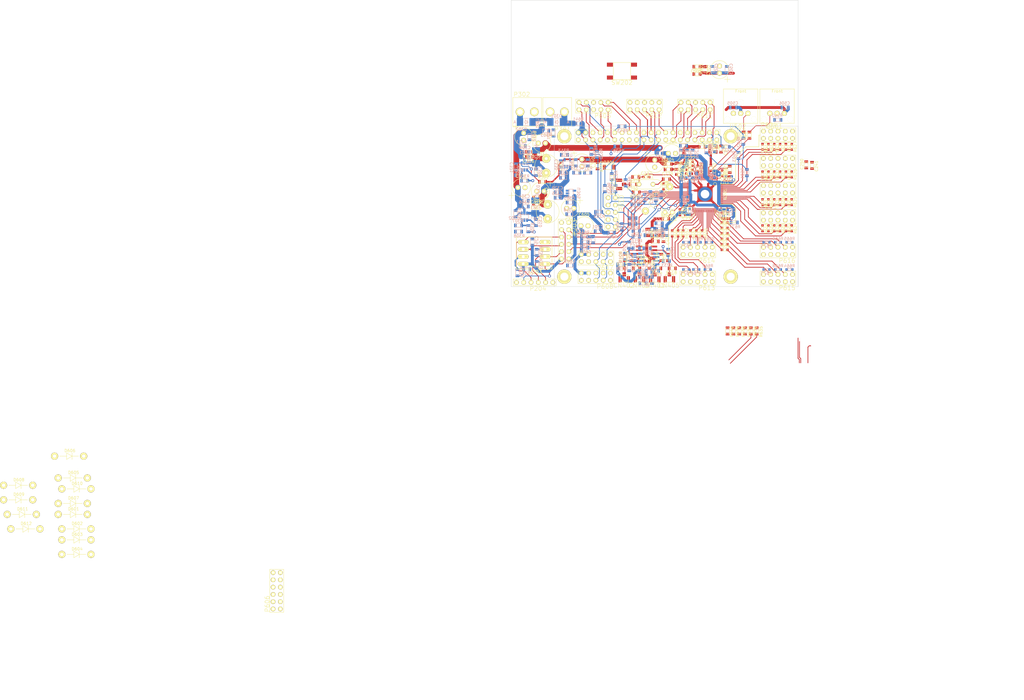
<source format=kicad_pcb>
(kicad_pcb (version 4) (host pcbnew "(2015-01-16 BZR 5376)-product")
  (layers (0 F.Cu signal) (1 In1.Cu signal) (2 In2.Cu signal) (31 B.Cu signal) (34 B.Paste user) (35 F.Paste user) (36 B.SilkS user) (37 F.SilkS user) (38 B.Mask user) (39 F.Mask user) (44 Edge.Cuts user))
  (net 0 "")
  (net 1 VPP)
  (net 2 GNDD)
  (net 3 /ADAU1452/SELFBOOT)
  (net 4 "Net-(C203-Pad1)")
  (net 5 /ADAU1452/DVDD)
  (net 6 "Net-(C214-Pad1)")
  (net 7 "Net-(C216-Pad1)")
  (net 8 /ADAU1452/PVDD)
  (net 9 "Net-(C221-Pad2)")
  (net 10 "Net-(C222-Pad2)")
  (net 11 "Net-(C224-Pad1)")
  (net 12 /ADAU1452/IOVDD)
  (net 13 /ADAU1452/XTALIN)
  (net 14 "Net-(C238-Pad1)")
  (net 15 "Net-(C239-Pad1)")
  (net 16 "Net-(C245-Pad1)")
  (net 17 /ADAU1452/AVDD)
  (net 18 "Net-(C252-Pad1)")
  (net 19 VCC)
  (net 20 "Net-(C307-Pad1)")
  (net 21 "Net-(C309-Pad1)")
  (net 22 "Net-(C309-Pad2)")
  (net 23 "Net-(C310-Pad1)")
  (net 24 "Net-(C310-Pad2)")
  (net 25 "Net-(C330-Pad1)")
  (net 26 "Net-(C331-Pad1)")
  (net 27 VDD)
  (net 28 VAA)
  (net 29 "Net-(C401-Pad1)")
  (net 30 "Net-(C501-Pad1)")
  (net 31 "Net-(C502-Pad1)")
  (net 32 /ADAU1452/ADAU_SPDIF_RX)
  (net 33 "Net-(C507-Pad2)")
  (net 34 "Net-(C601-Pad1)")
  (net 35 "Net-(C607-Pad1)")
  (net 36 "Net-(CN201-Pad1)")
  (net 37 "Net-(D306-Pad1)")
  (net 38 "Net-(D301-Pad2)")
  (net 39 +5V)
  (net 40 /ADAU1452/M_MISO)
  (net 41 /ADAU1452/EE_SO)
  (net 42 /ADAU1452/M_MOSI)
  (net 43 /ADAU1452/EE_SI)
  (net 44 /ADAU1452/M_SCLK)
  (net 45 /ADAU1452/EE_SCK)
  (net 46 /ADAU1452/M_SS)
  (net 47 /ADAU1452/EE_~CS)
  (net 48 "Net-(D302-Pad1)")
  (net 49 "Net-(P601-Pad4)")
  (net 50 "Net-(P601-Pad6)")
  (net 51 "Net-(P601-Pad8)")
  (net 52 "Net-(P602-Pad4)")
  (net 53 "Net-(P602-Pad6)")
  (net 54 "Net-(P602-Pad8)")
  (net 55 "Net-(P603-Pad4)")
  (net 56 "Net-(P603-Pad6)")
  (net 57 "Net-(P603-Pad8)")
  (net 58 "Net-(P604-Pad4)")
  (net 59 "Net-(P604-Pad6)")
  (net 60 "Net-(P604-Pad8)")
  (net 61 /ADAU1452/I2C_SCL)
  (net 62 /ADAU1452/I2C_SDA)
  (net 63 "Net-(P606-Pad2)")
  (net 64 "Net-(P606-Pad4)")
  (net 65 "Net-(P606-Pad6)")
  (net 66 "Net-(P606-Pad8)")
  (net 67 "Net-(P606-Pad10)")
  (net 68 "Net-(P606-Pad12)")
  (net 69 "Net-(P609-Pad1)")
  (net 70 "Net-(P609-Pad2)")
  (net 71 "Net-(P609-Pad12)")
  (net 72 "Net-(P609-Pad13)")
  (net 73 "Net-(P609-Pad17)")
  (net 74 "Net-(P609-Pad24)")
  (net 75 "Net-(P609-Pad35)")
  (net 76 "Net-(P609-Pad38)")
  (net 77 "Net-(P609-Pad40)")
  (net 78 "Net-(P610-Pad4)")
  (net 79 /ADAU1452/SPI_MISO)
  (net 80 /ADAU1452/SPI_SCLK)
  (net 81 /ADAU1452/SPI_MOSI)
  (net 82 /ADAU1452/SPI_~CS)
  (net 83 "Net-(P613-Pad4)")
  (net 84 "Net-(P613-Pad6)")
  (net 85 "Net-(P613-Pad8)")
  (net 86 "Net-(P614-Pad4)")
  (net 87 "Net-(P614-Pad6)")
  (net 88 "Net-(P614-Pad8)")
  (net 89 "Net-(P615-Pad4)")
  (net 90 "Net-(P615-Pad6)")
  (net 91 "Net-(P615-Pad8)")
  (net 92 "Net-(P616-Pad4)")
  (net 93 "Net-(P616-Pad6)")
  (net 94 "Net-(P616-Pad8)")
  (net 95 "Net-(R207-Pad2)")
  (net 96 "Net-(R209-Pad2)")
  (net 97 "Net-(R211-Pad2)")
  (net 98 "Net-(R212-Pad2)")
  (net 99 "Net-(R218-Pad2)")
  (net 100 "Net-(R219-Pad2)")
  (net 101 "Net-(R220-Pad2)")
  (net 102 "Net-(R221-Pad2)")
  (net 103 /ADAU1452/RESET)
  (net 104 /ADAU1452/XTALOUT)
  (net 105 "Net-(R232-Pad2)")
  (net 106 "Net-(R302-Pad1)")
  (net 107 "Net-(R304-Pad2)")
  (net 108 "Net-(R306-Pad2)")
  (net 109 "Net-(R307-Pad2)")
  (net 110 /ADAU1452/MCLK)
  (net 111 "Net-(R404-Pad1)")
  (net 112 /ADAU1452/ADAU_SPDIF_TX)
  (net 113 "Net-(R503-Pad2)")
  (net 114 /Connectors/RPI_LRCLK)
  (net 115 /ADAU1452/ADCIN_LRCLK3)
  (net 116 /Connectors/RPI_BCLK)
  (net 117 /ADAU1452/ADCIN_BCLK3)
  (net 118 /Connectors/RPI_SDATA_OUT)
  (net 119 /ADAU1452/ADCIN_LRCLK0)
  (net 120 /ADAU1452/ADCIN_BCLK0)
  (net 121 /ADAU1452/ADCIN_LRCLK1)
  (net 122 /ADAU1452/ADCIN_BCLK1)
  (net 123 /ADAU1452/ADCIN_LRCLK2)
  (net 124 /ADAU1452/ADCIN_BCLK2)
  (net 125 /Connectors/AUXADCIN_1)
  (net 126 /Connectors/AUXADCIN_2)
  (net 127 /Connectors/AUXADCIN_3)
  (net 128 /Connectors/AUXADCIN_4)
  (net 129 /Connectors/AUXADCIN_5)
  (net 130 /Connectors/AUXADCIN_6)
  (net 131 /Connectors/RPI_SDATA_IN)
  (net 132 /ADAU1452/DACOUT_LRCLK0)
  (net 133 /ADAU1452/DACOUT_BCLK0)
  (net 134 /ADAU1452/DACOUT_SDATA0)
  (net 135 /ADAU1452/DACOUT_LRCLK1)
  (net 136 /ADAU1452/DACOUT_BCLK1)
  (net 137 /ADAU1452/DACOUT_SDATA1)
  (net 138 /ADAU1452/DACOUT_LRCLK2)
  (net 139 /ADAU1452/DACOUT_BCLK2)
  (net 140 /ADAU1452/DACOUT_SDATA2)
  (net 141 /ADAU1452/DACOUT_LRCLK3)
  (net 142 /ADAU1452/DACOUT_BCLK3)
  (net 143 /ADAU1452/DACOUT_SDATA3)
  (net 144 "Net-(U201-Pad45)")
  (net 145 "Net-(U201-Pad46)")
  (net 146 "Net-(U201-Pad63)")
  (net 147 "Net-(U201-Pad64)")
  (net 148 "Net-(U202-Pad5)")
  (net 149 "Net-(U304-Pad4)")
  (net 150 "Net-(U305-Pad4)")
  (net 151 /ClockFanout/MCLKC1)
  (net 152 /ClockFanout/MCLKC3)
  (net 153 /ClockFanout/MCLKC4)
  (net 154 /ClockFanout/MCLKA1)
  (net 155 /ClockFanout/MCLKB1)
  (net 156 /ClockFanout/MCLKB2)
  (net 157 /ClockFanout/MCLKB3)
  (net 158 /ClockFanout/MCLKB4)
  (net 159 /ADAU1452/ADCIN_SDATA3)
  (net 160 /ADAU1452/ADCIN_SDATA0)
  (net 161 /ADAU1452/ADCIN_SDATA1)
  (net 162 /ADAU1452/ADCIN_SDATA2)
  (net 163 /ClockFanout/MCLKC2)
  (net 164 "Net-(C321-Pad1)")
  (net 165 "Net-(P607-Pad7)")
  (net 166 "Net-(R233-Pad1)")
  (net 167 "Net-(C403-Pad1)")
  (net 168 /ADAU1452/MRST)
  (net 169 /Connectors/PI_GP14)
  (net 170 /Connectors/PI_SDA)
  (net 171 /Connectors/PI_GP15)
  (net 172 /Connectors/PI_SCL)
  (net 173 /Connectors/PI_GP23)
  (net 174 /Connectors/PI_GP4)
  (net 175 /Connectors/PI_GP24)
  (net 176 /Connectors/PI_GP17)
  (net 177 /Connectors/PI_GP22)
  (net 178 /Connectors/PI_IDSD)
  (net 179 /Connectors/PI_IDSC)
  (net 180 /Connectors/PI_GP5)
  (net 181 /Connectors/PI_GP6)
  (net 182 /Connectors/PI_GP12)
  (net 183 /Connectors/PI_GP13)
  (net 184 /Connectors/PI_GP16)
  (net 185 /Connectors/PI_GP26)
  (net 186 /Connectors/PI_MOSI)
  (net 187 /Connectors/PI_MISO)
  (net 188 /Connectors/PI_SCLK)
  (net 189 /Connectors/RPI_CS2)
  (net 190 /Connectors/PI_GP25)
  (net 191 VCOM)
  (net 192 "Net-(P610-Pad2)")
  (net 193 "Net-(P610-Pad6)")
  (net 194 "Net-(R235-Pad2)")
  (module OHDSP-Footprints-Pretty:SMD-0603 (layer F.Cu) (at 267.208 83.185)
    (fp_text reference R217 (at 0 -1.27) (layer F.SilkS))
    (fp_text value 4k3 hide)
    (pad 1 smd rect (at -0.95 0) (size 0.9 0.9) (layers F.Cu F.Paste F.Mask) (net 9 "Net-(C221-Pad2)"))
    (pad 2 smd rect (at 0.95 0) (size 0.9 0.9) (layers F.Cu F.Paste F.Mask) (net 10 "Net-(C222-Pad2)"))
  )
  (module OHDSP-Footprints-Pretty:TH-RES-0W25 (layer F.Cu) (at 256.032 93.345 45)
    (fp_text reference R402 (at 0 -2 45) (layer F.SilkS))
    (fp_text value 75R hide)
    (pad 1 thru_hole circle (at -6 0 45) (size 2.5 2.5) (drill 1) (layers *.Cu *.Mask F.SilkS) (net 154 /ClockFanout/MCLKA1))
    (pad 2 thru_hole circle (at 6 0 45) (size 2.5 2.5) (drill 1) (layers *.Cu *.Mask F.SilkS) (net 110 /ADAU1452/MCLK))
  )
  (module OHDSP-Footprints-Pretty:IC_SOIC_8 (layer B.Cu) (at 250.323382 116.211836)
    (fp_text reference U202 (at 2.667 1.524) (layer B.SilkS) (effects (font (size 1.5 1.5)) (justify mirror)))
    (fp_text value ADM13307-5ARZ hide)
    (pad 1 smd rect (at 0 0) (size 2.2 0.6) (layers B.Cu B.Paste B.Mask) (net 99 "Net-(R218-Pad2)"))
    (pad 2 smd rect (at 0 -1.27) (size 2.2 0.6) (layers B.Cu B.Paste B.Mask) (net 100 "Net-(R219-Pad2)"))
    (pad 3 smd rect (at 0 -2.54) (size 2.2 0.6) (layers B.Cu B.Paste B.Mask) (net 101 "Net-(R220-Pad2)"))
    (pad 4 smd rect (at 0 -3.81) (size 2.2 0.6) (layers B.Cu B.Paste B.Mask) (net 2 GNDD))
    (pad 5 smd rect (at 5.2 -3.81) (size 2.2 0.6) (layers B.Cu B.Paste B.Mask) (net 148 "Net-(U202-Pad5)"))
    (pad 6 smd rect (at 5.2 -2.54) (size 2.2 0.6) (layers B.Cu B.Paste B.Mask) (net 103 /ADAU1452/RESET))
    (pad 7 smd rect (at 5.2 -1.27) (size 2.2 0.6) (layers B.Cu B.Paste B.Mask) (net 166 "Net-(R233-Pad1)"))
    (pad 8 smd rect (at 5.2 0) (size 2.2 0.6) (layers B.Cu B.Paste B.Mask) (net 7 "Net-(C216-Pad1)"))
  )
  (module OHDSP-Footprints-Pretty:CONN-RF-UFL (layer F.Cu) (at 242.57 90.297 90)
    (fp_text reference CN201 (at 2.159 -2.159 90) (layer F.SilkS) (effects (font (size 1.5 1.5))))
    (fp_text value COAX hide)
    (pad 2 smd rect (at 0.55 0 90) (size 1.1 2.2) (layers F.Cu F.Paste F.Mask) (net 2 GNDD))
    (pad 2 smd rect (at 3.45 0 90) (size 1.1 2.2) (layers F.Cu F.Paste F.Mask) (net 2 GNDD))
    (pad 1 smd rect (at 2 1.75 90) (size 1.2 1.5) (layers F.Cu F.Paste F.Mask) (net 36 "Net-(CN201-Pad1)"))
  )
  (module OHDSP-Footprints-Pretty:CONN-RF-UFL (layer F.Cu) (at 257.048 121.412 180)
    (fp_text reference CN401 (at 2.159 -2.159 180) (layer F.SilkS) (effects (font (size 1.5 1.5))))
    (fp_text value COAX hide)
    (pad 2 smd rect (at 0.55 0 180) (size 1.1 2.2) (layers F.Cu F.Paste F.Mask) (net 2 GNDD))
    (pad 2 smd rect (at 3.45 0 180) (size 1.1 2.2) (layers F.Cu F.Paste F.Mask) (net 2 GNDD))
    (pad 1 smd rect (at 2 1.75 180) (size 1.2 1.5) (layers F.Cu F.Paste F.Mask) (net 151 /ClockFanout/MCLKC1))
  )
  (module OHDSP-Footprints-Pretty:CONN-RF-UFL (layer F.Cu) (at 246.38 121.412 180)
    (fp_text reference CN402 (at 2.159 -2.159 180) (layer F.SilkS) (effects (font (size 1.5 1.5))))
    (fp_text value COAX hide)
    (pad 2 smd rect (at 0.55 0 180) (size 1.1 2.2) (layers F.Cu F.Paste F.Mask) (net 2 GNDD))
    (pad 2 smd rect (at 3.45 0 180) (size 1.1 2.2) (layers F.Cu F.Paste F.Mask) (net 2 GNDD))
    (pad 1 smd rect (at 2 1.75 180) (size 1.2 1.5) (layers F.Cu F.Paste F.Mask) (net 152 /ClockFanout/MCLKC3))
  )
  (module OHDSP-Footprints-Pretty:CONN-RF-UFL (layer F.Cu) (at 262.128 121.412 180)
    (fp_text reference CN405 (at 2.159 -2.159 180) (layer F.SilkS) (effects (font (size 1.5 1.5))))
    (fp_text value COAX hide)
    (pad 2 smd rect (at 0.55 0 180) (size 1.1 2.2) (layers F.Cu F.Paste F.Mask) (net 2 GNDD))
    (pad 2 smd rect (at 3.45 0 180) (size 1.1 2.2) (layers F.Cu F.Paste F.Mask) (net 2 GNDD))
    (pad 1 smd rect (at 2 1.75 180) (size 1.2 1.5) (layers F.Cu F.Paste F.Mask) (net 163 /ClockFanout/MCLKC2))
  )
  (module OHDSP-Footprints-Pretty:CONN-RF-UFL (layer F.Cu) (at 251.714 121.412 180)
    (fp_text reference CN406 (at 2.159 -2.159 180) (layer F.SilkS) (effects (font (size 1.5 1.5))))
    (fp_text value COAX hide)
    (pad 2 smd rect (at 0.55 0 180) (size 1.1 2.2) (layers F.Cu F.Paste F.Mask) (net 2 GNDD))
    (pad 2 smd rect (at 3.45 0 180) (size 1.1 2.2) (layers F.Cu F.Paste F.Mask) (net 2 GNDD))
    (pad 1 smd rect (at 2 1.75 180) (size 1.2 1.5) (layers F.Cu F.Paste F.Mask) (net 153 /ClockFanout/MCLKC4))
  )
  (module OHDSP-Footprints-Pretty:DIODE-SMB (layer B.Cu) (at 213.614 76.454 270)
    (fp_text reference D303 (at 2.5 2.5 270) (layer B.SilkS) (effects (justify mirror)))
    (fp_text value SS24T3G hide)
    (fp_text user K (at 6.2 0 270) (layer B.SilkS) (effects (justify mirror)))
    (fp_text user A (at -1.8 0 270) (layer B.SilkS) (effects (justify mirror)))
    (pad 1 smd rect (at 0 0 270) (size 2.2 2.8) (layers B.Cu B.Paste B.Mask) (net 2 GNDD))
    (pad 2 smd rect (at 4.4 0 270) (size 2.2 2.8) (layers B.Cu B.Paste B.Mask) (net 22 "Net-(C309-Pad2)"))
  )
  (module OHDSP-Footprints-Pretty:DIODE-SMB (layer B.Cu) (at 213.36 93.98 270)
    (fp_text reference D304 (at -3.556 -1.016 270) (layer B.SilkS) (effects (justify mirror)))
    (fp_text value SS24T3G hide)
    (fp_text user K (at 6.2 0 270) (layer B.SilkS) (effects (justify mirror)))
    (fp_text user A (at -1.8 0 270) (layer B.SilkS) (effects (justify mirror)))
    (pad 1 smd rect (at 0 0 270) (size 2.2 2.8) (layers B.Cu B.Paste B.Mask) (net 2 GNDD))
    (pad 2 smd rect (at 4.4 0 270) (size 2.2 2.8) (layers B.Cu B.Paste B.Mask) (net 24 "Net-(C310-Pad2)"))
  )
  (module OHDSP-Footprints-Pretty:SMD-1206 (layer F.Cu) (at 239.141 82.296)
    (fp_text reference D306 (at 0 -1.65) (layer F.SilkS))
    (fp_text value LED hide)
    (pad 1 smd rect (at -1.7 0) (size 1.1 1.7) (layers F.Cu F.Paste F.Mask) (net 37 "Net-(D306-Pad1)"))
    (pad 2 smd rect (at 1.7 0) (size 1.1 1.7) (layers F.Cu F.Paste F.Mask) (net 2 GNDD))
  )
  (module OHDSP-Footprints-Pretty:DIODE-DO-41 (layer F.Cu) (at 52.07 203.454)
    (fp_text reference D601 (at 0.254 -1.905) (layer F.SilkS))
    (fp_text value 1N5818 hide)
    (pad 1 thru_hole circle (at -5.08 0) (size 2.5 2.5) (drill 1.2) (layers *.Cu *.Mask F.SilkS) (net 125 /Connectors/AUXADCIN_1))
    (pad 2 thru_hole circle (at 5.08 0) (size 2.5 2.5) (drill 1.2) (layers *.Cu *.Mask F.SilkS) (net 1 VPP))
  )
  (module OHDSP-Footprints-Pretty:DIODE-DO-41 (layer F.Cu) (at 53.34 208.534)
    (fp_text reference D602 (at 0.254 -1.905) (layer F.SilkS))
    (fp_text value 1N5818 hide)
    (pad 1 thru_hole circle (at -5.08 0) (size 2.5 2.5) (drill 1.2) (layers *.Cu *.Mask F.SilkS) (net 2 GNDD))
    (pad 2 thru_hole circle (at 5.08 0) (size 2.5 2.5) (drill 1.2) (layers *.Cu *.Mask F.SilkS) (net 125 /Connectors/AUXADCIN_1))
  )
  (module OHDSP-Footprints-Pretty:DIODE-DO-41 (layer F.Cu) (at 53.34 212.344)
    (fp_text reference D603 (at 0.254 -1.905) (layer F.SilkS))
    (fp_text value 1N5818 hide)
    (pad 1 thru_hole circle (at -5.08 0) (size 2.5 2.5) (drill 1.2) (layers *.Cu *.Mask F.SilkS) (net 126 /Connectors/AUXADCIN_2))
    (pad 2 thru_hole circle (at 5.08 0) (size 2.5 2.5) (drill 1.2) (layers *.Cu *.Mask F.SilkS) (net 1 VPP))
  )
  (module OHDSP-Footprints-Pretty:DIODE-DO-41 (layer F.Cu) (at 53.34 217.424)
    (fp_text reference D604 (at 0.254 -1.905) (layer F.SilkS))
    (fp_text value 1N5818 hide)
    (pad 1 thru_hole circle (at -5.08 0) (size 2.5 2.5) (drill 1.2) (layers *.Cu *.Mask F.SilkS) (net 2 GNDD))
    (pad 2 thru_hole circle (at 5.08 0) (size 2.5 2.5) (drill 1.2) (layers *.Cu *.Mask F.SilkS) (net 126 /Connectors/AUXADCIN_2))
  )
  (module OHDSP-Footprints-Pretty:DIODE-DO-41 (layer F.Cu) (at 52.07 190.754)
    (fp_text reference D605 (at 0.254 -1.905) (layer F.SilkS))
    (fp_text value 1N5818 hide)
    (pad 1 thru_hole circle (at -5.08 0) (size 2.5 2.5) (drill 1.2) (layers *.Cu *.Mask F.SilkS) (net 127 /Connectors/AUXADCIN_3))
    (pad 2 thru_hole circle (at 5.08 0) (size 2.5 2.5) (drill 1.2) (layers *.Cu *.Mask F.SilkS) (net 1 VPP))
  )
  (module OHDSP-Footprints-Pretty:DIODE-DO-41 (layer F.Cu) (at 50.8 183.134)
    (fp_text reference D606 (at 0.254 -1.905) (layer F.SilkS))
    (fp_text value 1N5818 hide)
    (pad 1 thru_hole circle (at -5.08 0) (size 2.5 2.5) (drill 1.2) (layers *.Cu *.Mask F.SilkS) (net 2 GNDD))
    (pad 2 thru_hole circle (at 5.08 0) (size 2.5 2.5) (drill 1.2) (layers *.Cu *.Mask F.SilkS) (net 127 /Connectors/AUXADCIN_3))
  )
  (module OHDSP-Footprints-Pretty:DIODE-DO-41 (layer F.Cu) (at 52.07 199.644)
    (fp_text reference D607 (at 0.254 -1.905) (layer F.SilkS))
    (fp_text value 1N5818 hide)
    (pad 1 thru_hole circle (at -5.08 0) (size 2.5 2.5) (drill 1.2) (layers *.Cu *.Mask F.SilkS) (net 128 /Connectors/AUXADCIN_4))
    (pad 2 thru_hole circle (at 5.08 0) (size 2.5 2.5) (drill 1.2) (layers *.Cu *.Mask F.SilkS) (net 1 VPP))
  )
  (module OHDSP-Footprints-Pretty:DIODE-DO-41 (layer F.Cu) (at 33.02 193.294)
    (fp_text reference D608 (at 0.254 -1.905) (layer F.SilkS))
    (fp_text value 1N5818 hide)
    (pad 1 thru_hole circle (at -5.08 0) (size 2.5 2.5) (drill 1.2) (layers *.Cu *.Mask F.SilkS) (net 2 GNDD))
    (pad 2 thru_hole circle (at 5.08 0) (size 2.5 2.5) (drill 1.2) (layers *.Cu *.Mask F.SilkS) (net 128 /Connectors/AUXADCIN_4))
  )
  (module OHDSP-Footprints-Pretty:DIODE-DO-41 (layer F.Cu) (at 33.02 198.374)
    (fp_text reference D609 (at 0.254 -1.905) (layer F.SilkS))
    (fp_text value 1N5818 hide)
    (pad 1 thru_hole circle (at -5.08 0) (size 2.5 2.5) (drill 1.2) (layers *.Cu *.Mask F.SilkS) (net 129 /Connectors/AUXADCIN_5))
    (pad 2 thru_hole circle (at 5.08 0) (size 2.5 2.5) (drill 1.2) (layers *.Cu *.Mask F.SilkS) (net 1 VPP))
  )
  (module OHDSP-Footprints-Pretty:DIODE-DO-41 (layer F.Cu) (at 53.34 194.564)
    (fp_text reference D610 (at 0.254 -1.905) (layer F.SilkS))
    (fp_text value 1N5818 hide)
    (pad 1 thru_hole circle (at -5.08 0) (size 2.5 2.5) (drill 1.2) (layers *.Cu *.Mask F.SilkS) (net 2 GNDD))
    (pad 2 thru_hole circle (at 5.08 0) (size 2.5 2.5) (drill 1.2) (layers *.Cu *.Mask F.SilkS) (net 129 /Connectors/AUXADCIN_5))
  )
  (module OHDSP-Footprints-Pretty:DIODE-DO-41 (layer F.Cu) (at 34.29 203.454)
    (fp_text reference D611 (at 0.254 -1.905) (layer F.SilkS))
    (fp_text value 1N5818 hide)
    (pad 1 thru_hole circle (at -5.08 0) (size 2.5 2.5) (drill 1.2) (layers *.Cu *.Mask F.SilkS) (net 130 /Connectors/AUXADCIN_6))
    (pad 2 thru_hole circle (at 5.08 0) (size 2.5 2.5) (drill 1.2) (layers *.Cu *.Mask F.SilkS) (net 1 VPP))
  )
  (module OHDSP-Footprints-Pretty:DIODE-DO-41 (layer F.Cu) (at 35.56 208.534)
    (fp_text reference D612 (at 0.254 -1.905) (layer F.SilkS))
    (fp_text value 1N5818 hide)
    (pad 1 thru_hole circle (at -5.08 0) (size 2.5 2.5) (drill 1.2) (layers *.Cu *.Mask F.SilkS) (net 2 GNDD))
    (pad 2 thru_hole circle (at 5.08 0) (size 2.5 2.5) (drill 1.2) (layers *.Cu *.Mask F.SilkS) (net 130 /Connectors/AUXADCIN_6))
  )
  (module OHDSP-Footprints-Pretty:PASSIVE-TH-IND-WURTH-5mm (layer F.Cu) (at 217.17 81.788 90)
    (fp_text reference L302 (at 0 5 90) (layer F.SilkS))
    (fp_text value 744772047 hide)
    (pad 1 thru_hole circle (at -2.5 0 90) (size 3 3) (drill 1) (layers *.Cu *.Mask F.SilkS) (net 22 "Net-(C309-Pad2)"))
    (pad 2 thru_hole circle (at 2.5 0 90) (size 3 3) (drill 1) (layers *.Cu *.Mask F.SilkS) (net 27 VDD))
  )
  (module OHDSP-Footprints-Pretty:PASSIVE-TH-IND-WURTH-5mm (layer F.Cu) (at 217.678 97.79 90)
    (fp_text reference L303 (at 6.604 -0.508 90) (layer F.SilkS))
    (fp_text value 744772220 hide)
    (pad 1 thru_hole circle (at -2.5 0 90) (size 3 3) (drill 1) (layers *.Cu *.Mask F.SilkS) (net 24 "Net-(C310-Pad2)"))
    (pad 2 thru_hole circle (at 2.5 0 90) (size 3 3) (drill 1) (layers *.Cu *.Mask F.SilkS) (net 191 VCOM))
  )
  (module OHDSP-Footprints-Pretty:CONN_SIL_2 (layer F.Cu) (at 261.112 98.044 180)
    (fp_text reference P201 (at 1.016 -2.159 180) (layer F.SilkS) (effects (font (size 1.5 1.5))))
    (fp_text value CONN_2x1 hide)
    (pad 1 thru_hole circle (at 0 0 180) (size 1.6 1.6) (drill 0.8) (layers *.Cu *.Mask F.SilkS) (net 3 /ADAU1452/SELFBOOT))
    (pad 2 thru_hole circle (at 2.54 0 180) (size 1.6 1.6) (drill 0.8) (layers *.Cu *.Mask F.SilkS) (net 2 GNDD))
  )
  (module OHDSP-Footprints-Pretty:CONN_SIL_6 (layer F.Cu) (at 219.5 122.5 180)
    (fp_text reference P204 (at 5.207 -2.159 180) (layer F.SilkS) (effects (font (size 1.5 1.5))))
    (fp_text value CONN_6x1 hide)
    (pad 6 thru_hole circle (at 12.7 0 180) (size 1.6 1.6) (drill 0.8) (layers *.Cu *.Mask F.SilkS) (net 2 GNDD))
    (pad 5 thru_hole circle (at 10.16 0 180) (size 1.6 1.6) (drill 0.8) (layers *.Cu *.Mask F.SilkS) (net 47 /ADAU1452/EE_~CS))
    (pad 4 thru_hole circle (at 7.62 0 180) (size 1.6 1.6) (drill 0.8) (layers *.Cu *.Mask F.SilkS) (net 43 /ADAU1452/EE_SI))
    (pad 3 thru_hole circle (at 5.08 0 180) (size 1.6 1.6) (drill 0.8) (layers *.Cu *.Mask F.SilkS) (net 45 /ADAU1452/EE_SCK))
    (pad 1 thru_hole circle (at 0 0 180) (size 1.6 1.6) (drill 0.8) (layers *.Cu *.Mask F.SilkS) (net 18 "Net-(C252-Pad1)"))
    (pad 2 thru_hole circle (at 2.54 0 180) (size 1.6 1.6) (drill 0.8) (layers *.Cu *.Mask F.SilkS) (net 41 /ADAU1452/EE_SO))
  )
  (module OHDSP-Footprints-Pretty:IC_DIP_8 (layer F.Cu) (at 212.971169 112.24315 180)
    (fp_text reference U203 (at -0.381 -6.604 180) (layer F.SilkS) (effects (font (size 1.2 1.2) (thickness 0.2))))
    (fp_text value 25AA1024 hide)
    (pad 1 thru_hole oval (at -3.81 -3.81 180) (size 3.81 1.524) (drill 1) (layers *.Cu *.Mask F.SilkS) (net 47 /ADAU1452/EE_~CS))
    (pad 2 thru_hole oval (at -3.81 -1.27 180) (size 3.81 1.524) (drill 1) (layers *.Cu *.Mask F.SilkS) (net 41 /ADAU1452/EE_SO))
    (pad 3 thru_hole oval (at -3.81 1.27 180) (size 3.81 1.524) (drill 1) (layers *.Cu *.Mask F.SilkS) (net 105 "Net-(R232-Pad2)"))
    (pad 4 thru_hole oval (at -3.81 3.81 180) (size 3.81 1.524) (drill 1) (layers *.Cu *.Mask F.SilkS) (net 2 GNDD))
    (pad 8 thru_hole oval (at 3.81 -3.81 180) (size 3.81 1.524) (drill 1) (layers *.Cu *.Mask F.SilkS) (net 18 "Net-(C252-Pad1)"))
    (pad 7 thru_hole oval (at 3.81 -1.27 180) (size 3.81 1.524) (drill 1) (layers *.Cu *.Mask F.SilkS) (net 194 "Net-(R235-Pad2)"))
    (pad 6 thru_hole oval (at 3.81 1.27 180) (size 3.81 1.524) (drill 1) (layers *.Cu *.Mask F.SilkS) (net 45 /ADAU1452/EE_SCK))
    (pad 5 thru_hole oval (at 3.81 3.81 180) (size 3.81 1.524) (drill 1) (layers *.Cu *.Mask F.SilkS) (net 43 /ADAU1452/EE_SI))
  )
  (module OHDSP-Footprints-Pretty:IC-SOT23-6 (layer B.Cu) (at 209.55 82.042 180)
    (fp_text reference U301 (at 2.5 -1.5 450) (layer B.SilkS) (effects (justify mirror)))
    (fp_text value IC-REG-XRP7659ISTR-F hide)
    (pad 5 smd rect (at 0 1.2 180) (size 0.65 1.2) (layers B.Cu B.Paste B.Mask) (net 19 VCC))
    (pad 1 smd rect (at -0.95 -1.2 180) (size 0.65 1.2) (layers B.Cu B.Paste B.Mask) (net 21 "Net-(C309-Pad1)"))
    (pad 2 smd rect (at 0 -1.2 180) (size 0.65 1.2) (layers B.Cu B.Paste B.Mask) (net 2 GNDD))
    (pad 3 smd rect (at 0.95 -1.2 180) (size 0.65 1.2) (layers B.Cu B.Paste B.Mask) (net 107 "Net-(R304-Pad2)"))
    (pad 4 smd rect (at 0.95 1.2 180) (size 0.65 1.2) (layers B.Cu B.Paste B.Mask) (net 164 "Net-(C321-Pad1)"))
    (pad 6 smd rect (at -0.95 1.2 180) (size 0.65 1.2) (layers B.Cu B.Paste B.Mask) (net 22 "Net-(C309-Pad2)"))
  )
  (module OHDSP-Footprints-Pretty:IC-SOT23-6 (layer B.Cu) (at 209.55 99.568 180)
    (fp_text reference U302 (at 3.556 -0.508 180) (layer B.SilkS) (effects (justify mirror)))
    (fp_text value IC-REG-XRP7659ISTR-F hide)
    (pad 5 smd rect (at 0 1.2 180) (size 0.65 1.2) (layers B.Cu B.Paste B.Mask) (net 19 VCC))
    (pad 1 smd rect (at -0.95 -1.2 180) (size 0.65 1.2) (layers B.Cu B.Paste B.Mask) (net 23 "Net-(C310-Pad1)"))
    (pad 2 smd rect (at 0 -1.2 180) (size 0.65 1.2) (layers B.Cu B.Paste B.Mask) (net 2 GNDD))
    (pad 3 smd rect (at 0.95 -1.2 180) (size 0.65 1.2) (layers B.Cu B.Paste B.Mask) (net 108 "Net-(R306-Pad2)"))
    (pad 4 smd rect (at 0.95 1.2 180) (size 0.65 1.2) (layers B.Cu B.Paste B.Mask) (net 106 "Net-(R302-Pad1)"))
    (pad 6 smd rect (at -0.95 1.2 180) (size 0.65 1.2) (layers B.Cu B.Paste B.Mask) (net 24 "Net-(C310-Pad2)"))
  )
  (module OHDSP-Footprints-Pretty:IC-SOT25 (layer B.Cu) (at 224.536 80.899 180)
    (fp_text reference U304 (at 0.1 2.7 180) (layer B.SilkS) (effects (justify mirror)))
    (fp_text value IC-REG-XC6210B332MR hide)
    (pad 5 smd rect (at -0.95 1.2 180) (size 0.65 1.2) (layers B.Cu B.Paste B.Mask) (net 28 VAA))
    (pad 1 smd rect (at -0.95 -1.2 180) (size 0.65 1.2) (layers B.Cu B.Paste B.Mask) (net 191 VCOM))
    (pad 2 smd rect (at 0 -1.2 180) (size 0.65 1.2) (layers B.Cu B.Paste B.Mask) (net 2 GNDD))
    (pad 3 smd rect (at 0.95 -1.2 180) (size 0.65 1.2) (layers B.Cu B.Paste B.Mask) (net 25 "Net-(C330-Pad1)"))
    (pad 4 smd rect (at 0.95 1.2 180) (size 0.65 1.2) (layers B.Cu B.Paste B.Mask) (net 149 "Net-(U304-Pad4)"))
  )
  (module OHDSP-Footprints-Pretty:IC-SOT25 (layer B.Cu) (at 225.806 91.44 90)
    (fp_text reference U305 (at 0.1 2.7 90) (layer B.SilkS) (effects (justify mirror)))
    (fp_text value IC-REG-XC6210B332MR hide)
    (pad 5 smd rect (at -0.95 1.2 90) (size 0.65 1.2) (layers B.Cu B.Paste B.Mask) (net 1 VPP))
    (pad 1 smd rect (at -0.95 -1.2 90) (size 0.65 1.2) (layers B.Cu B.Paste B.Mask) (net 191 VCOM))
    (pad 2 smd rect (at 0 -1.2 90) (size 0.65 1.2) (layers B.Cu B.Paste B.Mask) (net 2 GNDD))
    (pad 3 smd rect (at 0.95 -1.2 90) (size 0.65 1.2) (layers B.Cu B.Paste B.Mask) (net 26 "Net-(C331-Pad1)"))
    (pad 4 smd rect (at 0.95 1.2 90) (size 0.65 1.2) (layers B.Cu B.Paste B.Mask) (net 150 "Net-(U305-Pad4)"))
  )
  (module OHDSP-Footprints-Pretty:IC_SOIC_8 (layer F.Cu) (at 254.762 113.792 180)
    (fp_text reference U401 (at 2.667 -1.524 180) (layer F.SilkS) (effects (font (size 1.5 1.5))))
    (fp_text value NB3L553 hide)
    (pad 1 smd rect (at 0 0 180) (size 2.2 0.6) (layers F.Cu F.Paste F.Mask) (net 167 "Net-(C403-Pad1)"))
    (pad 2 smd rect (at 0 1.27 180) (size 2.2 0.6) (layers F.Cu F.Paste F.Mask) (net 155 /ClockFanout/MCLKB1))
    (pad 3 smd rect (at 0 2.54 180) (size 2.2 0.6) (layers F.Cu F.Paste F.Mask) (net 156 /ClockFanout/MCLKB2))
    (pad 4 smd rect (at 0 3.81 180) (size 2.2 0.6) (layers F.Cu F.Paste F.Mask) (net 2 GNDD))
    (pad 5 smd rect (at 5.2 3.81 180) (size 2.2 0.6) (layers F.Cu F.Paste F.Mask) (net 154 /ClockFanout/MCLKA1))
    (pad 6 smd rect (at 5.2 2.54 180) (size 2.2 0.6) (layers F.Cu F.Paste F.Mask) (net 157 /ClockFanout/MCLKB3))
    (pad 7 smd rect (at 5.2 1.27 180) (size 2.2 0.6) (layers F.Cu F.Paste F.Mask) (net 158 /ClockFanout/MCLKB4))
    (pad 8 smd rect (at 5.2 0 180) (size 2.2 0.6) (layers F.Cu F.Paste F.Mask) (net 111 "Net-(R404-Pad1)"))
  )
  (module OHDSP-Footprints-Pretty:IC_SPDIF_OPTO (layer F.Cu) (at 297.688 63.5 90)
    (fp_text reference U501 (at -4.6 -1 180) (layer F.SilkS) (effects (font (size 1.5 1.5))))
    (fp_text value IC-SPDIF-RX-OPTO hide)
    (fp_text user Front (at 7.747 0 180) (layer F.SilkS))
    (pad 3 thru_hole circle (at 0 -2.54 90) (size 1.8 1.8) (drill 0.8) (layers *.Cu *.Mask F.SilkS) (net 33 "Net-(C507-Pad2)"))
    (pad 2 thru_hole circle (at 0 0 90) (size 1.8 1.8) (drill 0.8) (layers *.Cu *.Mask F.SilkS) (net 2 GNDD))
    (pad 1 thru_hole circle (at 0 2.54 90) (size 1.8 1.8) (drill 0.8) (layers *.Cu *.Mask F.SilkS) (net 31 "Net-(C502-Pad1)"))
    (pad "" np_thru_hole circle (at 3.9 0 90) (size 2 2) (drill 2) (layers *.Cu *.Mask F.SilkS))
    (pad "" np_thru_hole circle (at -2.1 -4.6 90) (size 2 2) (drill 2) (layers *.Cu *.Mask F.SilkS))
    (pad "" np_thru_hole circle (at -2.1 4.6 90) (size 2 2) (drill 2) (layers *.Cu *.Mask F.SilkS))
  )
  (module OHDSP-Footprints-Pretty:IC_SPDIF_OPTO (layer F.Cu) (at 284.988 63.5 90)
    (fp_text reference U502 (at -4.6 -1 180) (layer F.SilkS) (effects (font (size 1.5 1.5))))
    (fp_text value IC-SPDIF-TX-OPTO hide)
    (fp_text user Front (at 7.747 0 180) (layer F.SilkS))
    (pad 3 thru_hole circle (at 0 -2.54 90) (size 1.8 1.8) (drill 0.8) (layers *.Cu *.Mask F.SilkS) (net 2 GNDD))
    (pad 2 thru_hole circle (at 0 0 90) (size 1.8 1.8) (drill 0.8) (layers *.Cu *.Mask F.SilkS) (net 31 "Net-(C502-Pad1)"))
    (pad 1 thru_hole circle (at 0 2.54 90) (size 1.8 1.8) (drill 0.8) (layers *.Cu *.Mask F.SilkS) (net 113 "Net-(R503-Pad2)"))
    (pad "" np_thru_hole circle (at 3.9 0 90) (size 2 2) (drill 2) (layers *.Cu *.Mask F.SilkS))
    (pad "" np_thru_hole circle (at -2.1 -4.6 90) (size 2 2) (drill 2) (layers *.Cu *.Mask F.SilkS))
    (pad "" np_thru_hole circle (at -2.1 4.6 90) (size 2 2) (drill 2) (layers *.Cu *.Mask F.SilkS))
  )
  (module OHDSP-Footprints-Pretty:XTAL_HC49_TH (layer F.Cu) (at 251.968 88.265)
    (fp_text reference X201 (at 0 -2.794) (layer F.SilkS) (effects (font (size 1.5 1.5))))
    (fp_text value 24M576 hide)
    (pad 1 thru_hole circle (at -2.44 0) (size 1.6 1.6) (drill 0.8) (layers *.Cu *.Mask F.SilkS) (net 13 /ADAU1452/XTALIN))
    (pad 2 thru_hole circle (at 2.44 0) (size 1.6 1.6) (drill 0.8) (layers *.Cu *.Mask F.SilkS) (net 14 "Net-(C238-Pad1)"))
  )
  (module OHDSP-Footprints-Pretty:CONN_DIL_2X20 (layer F.Cu) (at 252.5 71.5 90)
    (fp_text reference P609 (at -3.683 22.098 180) (layer F.SilkS) (effects (font (size 1.5 1.5))))
    (fp_text value CONN_02X20 hide)
    (pad 1 thru_hole circle (at -1.27 -24.13 90) (size 1.6 1.6) (drill 0.8) (layers *.Cu *.Mask F.SilkS) (net 69 "Net-(P609-Pad1)"))
    (pad 2 thru_hole circle (at 1.27 -24.13 90) (size 1.6 1.6) (drill 0.8) (layers *.Cu *.Mask F.SilkS) (net 70 "Net-(P609-Pad2)"))
    (pad 3 thru_hole circle (at -1.27 -21.59 90) (size 1.6 1.6) (drill 0.8) (layers *.Cu *.Mask F.SilkS) (net 170 /Connectors/PI_SDA))
    (pad 4 thru_hole circle (at 1.27 -21.59 90) (size 1.6 1.6) (drill 0.8) (layers *.Cu *.Mask F.SilkS) (net 70 "Net-(P609-Pad2)"))
    (pad 5 thru_hole circle (at -1.27 -19.05 90) (size 1.6 1.6) (drill 0.8) (layers *.Cu *.Mask F.SilkS) (net 172 /Connectors/PI_SCL))
    (pad 6 thru_hole circle (at 1.27 -19.05 90) (size 1.6 1.6) (drill 0.8) (layers *.Cu *.Mask F.SilkS) (net 2 GNDD))
    (pad 7 thru_hole circle (at -1.27 -16.51 90) (size 1.6 1.6) (drill 0.8) (layers *.Cu *.Mask F.SilkS) (net 174 /Connectors/PI_GP4))
    (pad 8 thru_hole circle (at 1.27 -16.51 90) (size 1.6 1.6) (drill 0.8) (layers *.Cu *.Mask F.SilkS) (net 169 /Connectors/PI_GP14))
    (pad 9 thru_hole circle (at -1.27 -13.97 90) (size 1.6 1.6) (drill 0.8) (layers *.Cu *.Mask F.SilkS) (net 2 GNDD))
    (pad 10 thru_hole circle (at 1.27 -13.97 90) (size 1.6 1.6) (drill 0.8) (layers *.Cu *.Mask F.SilkS) (net 171 /Connectors/PI_GP15))
    (pad 11 thru_hole circle (at -1.27 -11.43 90) (size 1.6 1.6) (drill 0.8) (layers *.Cu *.Mask F.SilkS) (net 176 /Connectors/PI_GP17))
    (pad 12 thru_hole circle (at 1.27 -11.43 90) (size 1.6 1.6) (drill 0.8) (layers *.Cu *.Mask F.SilkS) (net 71 "Net-(P609-Pad12)"))
    (pad 13 thru_hole circle (at -1.27 -8.89 90) (size 1.6 1.6) (drill 0.8) (layers *.Cu *.Mask F.SilkS) (net 72 "Net-(P609-Pad13)"))
    (pad 14 thru_hole circle (at 1.27 -8.89 90) (size 1.6 1.6) (drill 0.8) (layers *.Cu *.Mask F.SilkS) (net 2 GNDD))
    (pad 15 thru_hole circle (at -1.27 -6.35 90) (size 1.6 1.6) (drill 0.8) (layers *.Cu *.Mask F.SilkS) (net 177 /Connectors/PI_GP22))
    (pad 16 thru_hole circle (at 1.27 -6.35 90) (size 1.6 1.6) (drill 0.8) (layers *.Cu *.Mask F.SilkS) (net 173 /Connectors/PI_GP23))
    (pad 17 thru_hole circle (at -1.27 -3.81 90) (size 1.6 1.6) (drill 0.8) (layers *.Cu *.Mask F.SilkS) (net 73 "Net-(P609-Pad17)"))
    (pad 18 thru_hole circle (at 1.27 -3.81 90) (size 1.6 1.6) (drill 0.8) (layers *.Cu *.Mask F.SilkS) (net 175 /Connectors/PI_GP24))
    (pad 19 thru_hole circle (at -1.27 -1.27 90) (size 1.6 1.6) (drill 0.8) (layers *.Cu *.Mask F.SilkS) (net 186 /Connectors/PI_MOSI))
    (pad 20 thru_hole circle (at 1.27 -1.27 90) (size 1.6 1.6) (drill 0.8) (layers *.Cu *.Mask F.SilkS) (net 2 GNDD))
    (pad 21 thru_hole circle (at -1.27 1.27 90) (size 1.6 1.6) (drill 0.8) (layers *.Cu *.Mask F.SilkS) (net 187 /Connectors/PI_MISO))
    (pad 22 thru_hole circle (at 1.27 1.27 90) (size 1.6 1.6) (drill 0.8) (layers *.Cu *.Mask F.SilkS) (net 190 /Connectors/PI_GP25))
    (pad 23 thru_hole circle (at -1.27 3.81 90) (size 1.6 1.6) (drill 0.8) (layers *.Cu *.Mask F.SilkS) (net 188 /Connectors/PI_SCLK))
    (pad 24 thru_hole circle (at 1.27 3.81 90) (size 1.6 1.6) (drill 0.8) (layers *.Cu *.Mask F.SilkS) (net 74 "Net-(P609-Pad24)"))
    (pad 25 thru_hole circle (at -1.27 6.35 90) (size 1.6 1.6) (drill 0.8) (layers *.Cu *.Mask F.SilkS) (net 2 GNDD))
    (pad 26 thru_hole circle (at 1.27 6.35 90) (size 1.6 1.6) (drill 0.8) (layers *.Cu *.Mask F.SilkS) (net 189 /Connectors/RPI_CS2))
    (pad 27 thru_hole circle (at -1.27 8.89 90) (size 1.6 1.6) (drill 0.8) (layers *.Cu *.Mask F.SilkS) (net 178 /Connectors/PI_IDSD))
    (pad 28 thru_hole circle (at 1.27 8.89 90) (size 1.6 1.6) (drill 0.8) (layers *.Cu *.Mask F.SilkS) (net 179 /Connectors/PI_IDSC))
    (pad 29 thru_hole circle (at -1.27 11.43 90) (size 1.6 1.6) (drill 0.8) (layers *.Cu *.Mask F.SilkS) (net 180 /Connectors/PI_GP5))
    (pad 30 thru_hole circle (at 1.27 11.43 90) (size 1.6 1.6) (drill 0.8) (layers *.Cu *.Mask F.SilkS) (net 2 GNDD))
    (pad 31 thru_hole circle (at -1.27 13.97 90) (size 1.6 1.6) (drill 0.8) (layers *.Cu *.Mask F.SilkS) (net 181 /Connectors/PI_GP6))
    (pad 32 thru_hole circle (at 1.27 13.97 90) (size 1.6 1.6) (drill 0.8) (layers *.Cu *.Mask F.SilkS) (net 182 /Connectors/PI_GP12))
    (pad 33 thru_hole circle (at -1.27 16.51 90) (size 1.6 1.6) (drill 0.8) (layers *.Cu *.Mask F.SilkS) (net 183 /Connectors/PI_GP13))
    (pad 34 thru_hole circle (at 1.27 16.51 90) (size 1.6 1.6) (drill 0.8) (layers *.Cu *.Mask F.SilkS) (net 2 GNDD))
    (pad 35 thru_hole circle (at -1.27 19.05 90) (size 1.6 1.6) (drill 0.8) (layers *.Cu *.Mask F.SilkS) (net 75 "Net-(P609-Pad35)"))
    (pad 36 thru_hole circle (at 1.27 19.05 90) (size 1.6 1.6) (drill 0.8) (layers *.Cu *.Mask F.SilkS) (net 184 /Connectors/PI_GP16))
    (pad 37 thru_hole circle (at -1.27 21.59 90) (size 1.6 1.6) (drill 0.8) (layers *.Cu *.Mask F.SilkS) (net 185 /Connectors/PI_GP26))
    (pad 38 thru_hole circle (at 1.27 21.59 90) (size 1.6 1.6) (drill 0.8) (layers *.Cu *.Mask F.SilkS) (net 76 "Net-(P609-Pad38)"))
    (pad 39 thru_hole circle (at -1.27 24.13 90) (size 1.6 1.6) (drill 0.8) (layers *.Cu *.Mask F.SilkS) (net 2 GNDD))
    (pad 40 thru_hole circle (at 1.27 24.13 90) (size 1.6 1.6) (drill 0.8) (layers *.Cu *.Mask F.SilkS) (net 77 "Net-(P609-Pad40)"))
  )
  (module OHDSP-Footprints-Pretty:CONN-SCREW-2WAY-5mm-5.08mm (layer F.Cu) (at 223.52 62.992 180)
    (fp_text reference P301 (at 0.635 -6.096 180) (layer F.SilkS) (effects (font (size 1.5 1.5))))
    (fp_text value CONN_2x1 hide)
    (pad 1 thru_hole circle (at 0 0 180) (size 3 3) (drill 2) (layers *.Cu *.Mask F.SilkS) (net 39 +5V))
    (pad 2 thru_hole circle (at 5 0 180) (size 3 3) (drill 2) (layers *.Cu *.Mask F.SilkS) (net 2 GNDD))
  )
  (module OHDSP-Footprints-Pretty:CONN-SCREW-2WAY-5mm-5.08mm (layer F.Cu) (at 208.026 62.992)
    (fp_text reference P302 (at 0.635 -6.096) (layer F.SilkS) (effects (font (size 1.5 1.5))))
    (fp_text value CONN_2x1 hide)
    (pad 1 thru_hole circle (at 0 0) (size 3 3) (drill 2) (layers *.Cu *.Mask F.SilkS) (net 48 "Net-(D302-Pad1)"))
    (pad 2 thru_hole circle (at 5 0) (size 3 3) (drill 2) (layers *.Cu *.Mask F.SilkS) (net 2 GNDD))
  )
  (module OHDSP-Footprints-Pretty:DIODE-SMB (layer B.Cu) (at 223.012 66.548 180)
    (fp_text reference D301 (at 2.286 2.159 180) (layer B.SilkS) (effects (justify mirror)))
    (fp_text value SS24T3G hide)
    (fp_text user K (at 6.2 0 180) (layer B.SilkS) (effects (justify mirror)))
    (fp_text user A (at -1.8 0 180) (layer B.SilkS) (effects (justify mirror)))
    (pad 1 smd rect (at 0 0 180) (size 2.2 2.8) (layers B.Cu B.Paste B.Mask) (net 39 +5V))
    (pad 2 smd rect (at 4.4 0 180) (size 2.2 2.8) (layers B.Cu B.Paste B.Mask) (net 38 "Net-(D301-Pad2)"))
  )
  (module OHDSP-Footprints-Pretty:DIODE-SMB (layer B.Cu) (at 208.026 66.548)
    (fp_text reference D302 (at 0.5 2.5) (layer B.SilkS) (effects (justify mirror)))
    (fp_text value SS24T3G hide)
    (fp_text user K (at 6.2 0) (layer B.SilkS) (effects (justify mirror)))
    (fp_text user A (at -1.8 0) (layer B.SilkS) (effects (justify mirror)))
    (pad 1 smd rect (at 0 0) (size 2.2 2.8) (layers B.Cu B.Paste B.Mask) (net 48 "Net-(D302-Pad1)"))
    (pad 2 smd rect (at 4.4 0) (size 2.2 2.8) (layers B.Cu B.Paste B.Mask) (net 38 "Net-(D301-Pad2)"))
  )
  (module OHDSP-Footprints-Pretty:CAP-TH-D6.3mmP2.5mm (layer F.Cu) (at 260.985 77.47)
    (fp_text reference C204 (at -0.127 -3.937) (layer F.SilkS))
    (fp_text value 220u hide)
    (pad 1 thru_hole circle (at -1.25 0) (size 1.7 1.7) (drill 0.8) (layers *.Cu *.Mask F.SilkS) (net 5 /ADAU1452/DVDD))
    (pad 2 thru_hole circle (at 1.25 0) (size 1.7 1.7) (drill 0.8) (layers *.Cu *.Mask F.SilkS) (net 2 GNDD))
  )
  (module OHDSP-Footprints-Pretty:CAP-TH-D6.3mmP2.5mm (layer F.Cu) (at 208.534 89.408)
    (fp_text reference C301 (at -0.127 -3.937) (layer F.SilkS))
    (fp_text value 220u hide)
    (pad 1 thru_hole circle (at -1.25 0) (size 1.7 1.7) (drill 0.8) (layers *.Cu *.Mask F.SilkS) (net 19 VCC))
    (pad 2 thru_hole circle (at 1.25 0) (size 1.7 1.7) (drill 0.8) (layers *.Cu *.Mask F.SilkS) (net 2 GNDD))
  )
  (module OHDSP-Footprints-Pretty:CAP-TH-D6.3mmP2.5mm (layer F.Cu) (at 209.296 71.628 270)
    (fp_text reference C308 (at -0.127 -3.937 270) (layer F.SilkS))
    (fp_text value 220u hide)
    (pad 1 thru_hole circle (at -1.25 0 270) (size 1.7 1.7) (drill 0.8) (layers *.Cu *.Mask F.SilkS) (net 19 VCC))
    (pad 2 thru_hole circle (at 1.25 0 270) (size 1.7 1.7) (drill 0.8) (layers *.Cu *.Mask F.SilkS) (net 2 GNDD))
  )
  (module OHDSP-Footprints-Pretty:CAP-TH-D6.3mmP2.5mm (layer F.Cu) (at 215.646 73.914 180)
    (fp_text reference C314 (at -0.127 -3.937 180) (layer F.SilkS))
    (fp_text value 220u hide)
    (pad 1 thru_hole circle (at -1.25 0 180) (size 1.7 1.7) (drill 0.8) (layers *.Cu *.Mask F.SilkS) (net 27 VDD))
    (pad 2 thru_hole circle (at 1.25 0 180) (size 1.7 1.7) (drill 0.8) (layers *.Cu *.Mask F.SilkS) (net 2 GNDD))
  )
  (module OHDSP-Footprints-Pretty:CAP-TH-D6.3mmP2.5mm (layer F.Cu) (at 215.138 90.678 180)
    (fp_text reference C317 (at -0.127 -3.937 180) (layer F.SilkS))
    (fp_text value 220u hide)
    (pad 1 thru_hole circle (at -1.25 0 180) (size 1.7 1.7) (drill 0.8) (layers *.Cu *.Mask F.SilkS) (net 191 VCOM))
    (pad 2 thru_hole circle (at 1.25 0 180) (size 1.7 1.7) (drill 0.8) (layers *.Cu *.Mask F.SilkS) (net 2 GNDD))
  )
  (module OHDSP-Footprints-Pretty:CAP-TH-D6.3mmP2.5mm (layer F.Cu) (at 229.616 80.772 270)
    (fp_text reference C340 (at -0.127 -3.937 270) (layer F.SilkS))
    (fp_text value 100u hide)
    (pad 1 thru_hole circle (at -1.25 0 270) (size 1.7 1.7) (drill 0.8) (layers *.Cu *.Mask F.SilkS) (net 28 VAA))
    (pad 2 thru_hole circle (at 1.25 0 270) (size 1.7 1.7) (drill 0.8) (layers *.Cu *.Mask F.SilkS) (net 2 GNDD))
  )
  (module OHDSP-Footprints-Pretty:CAP-TH-D6.3mmP2.5mm (layer F.Cu) (at 225.552 96.647 180)
    (fp_text reference C341 (at -0.127 -3.937 180) (layer F.SilkS))
    (fp_text value 100u hide)
    (pad 1 thru_hole circle (at -1.25 0 180) (size 1.7 1.7) (drill 0.8) (layers *.Cu *.Mask F.SilkS) (net 1 VPP))
    (pad 2 thru_hole circle (at 1.25 0 180) (size 1.7 1.7) (drill 0.8) (layers *.Cu *.Mask F.SilkS) (net 2 GNDD))
  )
  (module OHDSP-Footprints-Pretty:CAP-TH-D6.3mmP2.5mm (layer F.Cu) (at 277.622 48.26 90)
    (fp_text reference C502 (at -0.127 -3.937 90) (layer F.SilkS))
    (fp_text value 220u hide)
    (pad 1 thru_hole circle (at -1.25 0 90) (size 1.7 1.7) (drill 0.8) (layers *.Cu *.Mask F.SilkS) (net 31 "Net-(C502-Pad1)"))
    (pad 2 thru_hole circle (at 1.25 0 90) (size 1.7 1.7) (drill 0.8) (layers *.Cu *.Mask F.SilkS) (net 2 GNDD))
  )
  (module OHDSP-Footprints-Pretty:CAP-TH-D6.3mmP2.5mm (layer F.Cu) (at 230.505 102.743)
    (fp_text reference C605 (at -0.127 -3.937) (layer F.SilkS))
    (fp_text value 220u hide)
    (pad 1 thru_hole circle (at -1.25 0) (size 1.7 1.7) (drill 0.8) (layers *.Cu *.Mask F.SilkS) (net 34 "Net-(C601-Pad1)"))
    (pad 2 thru_hole circle (at 1.25 0) (size 1.7 1.7) (drill 0.8) (layers *.Cu *.Mask F.SilkS) (net 2 GNDD))
  )
  (module OHDSP-Footprints-Pretty:SMD-0805 (layer B.Cu) (at 235.331 104.648 180)
    (fp_text reference C201 (at 0.254 1.524 180) (layer B.SilkS) (effects (justify mirror)))
    (fp_text value 100n hide)
    (pad 1 smd rect (at -1.1 0 180) (size 0.9 1.3) (layers B.Cu B.Paste B.Mask) (net 1 VPP))
    (pad 2 smd rect (at 1.1 0 180) (size 0.9 1.3) (layers B.Cu B.Paste B.Mask) (net 2 GNDD))
  )
  (module OHDSP-Footprints-Pretty:SMD-0805 (layer B.Cu) (at 265.049 74.803)
    (fp_text reference C203 (at 0.254 1.524) (layer B.SilkS) (effects (justify mirror)))
    (fp_text value 100p hide)
    (pad 1 smd rect (at -1.1 0) (size 0.9 1.3) (layers B.Cu B.Paste B.Mask) (net 4 "Net-(C203-Pad1)"))
    (pad 2 smd rect (at 1.1 0) (size 0.9 1.3) (layers B.Cu B.Paste B.Mask) (net 2 GNDD))
  )
  (module OHDSP-Footprints-Pretty:SMD-0805 (layer B.Cu) (at 266.192 77.47 90)
    (fp_text reference C205 (at 0.254 1.524 90) (layer B.SilkS) (effects (justify mirror)))
    (fp_text value 22u hide)
    (pad 1 smd rect (at -1.1 0 90) (size 0.9 1.3) (layers B.Cu B.Paste B.Mask) (net 5 /ADAU1452/DVDD))
    (pad 2 smd rect (at 1.1 0 90) (size 0.9 1.3) (layers B.Cu B.Paste B.Mask) (net 2 GNDD))
  )
  (module OHDSP-Footprints-Pretty:SMD-0805 (layer B.Cu) (at 268.224 77.47 90)
    (fp_text reference C206 (at 0.254 1.524 90) (layer B.SilkS) (effects (justify mirror)))
    (fp_text value 100n hide)
    (pad 1 smd rect (at -1.1 0 90) (size 0.9 1.3) (layers B.Cu B.Paste B.Mask) (net 5 /ADAU1452/DVDD))
    (pad 2 smd rect (at 1.1 0 90) (size 0.9 1.3) (layers B.Cu B.Paste B.Mask) (net 2 GNDD))
  )
  (module OHDSP-Footprints-Pretty:SMD-0805 (layer B.Cu) (at 250.91535 122.782149 180)
    (fp_text reference C214 (at 0.254 1.524 180) (layer B.SilkS) (effects (justify mirror)))
    (fp_text value 100p hide)
    (pad 1 smd rect (at -1.1 0 180) (size 0.9 1.3) (layers B.Cu B.Paste B.Mask) (net 6 "Net-(C214-Pad1)"))
    (pad 2 smd rect (at 1.1 0 180) (size 0.9 1.3) (layers B.Cu B.Paste B.Mask) (net 2 GNDD))
  )
  (module OHDSP-Footprints-Pretty:SMD-0805 (layer B.Cu) (at 250.91535 120.62315 180)
    (fp_text reference C216 (at 0.254 1.524 180) (layer B.SilkS) (effects (justify mirror)))
    (fp_text value 1u hide)
    (pad 1 smd rect (at -1.1 0 180) (size 0.9 1.3) (layers B.Cu B.Paste B.Mask) (net 7 "Net-(C216-Pad1)"))
    (pad 2 smd rect (at 1.1 0 180) (size 0.9 1.3) (layers B.Cu B.Paste B.Mask) (net 2 GNDD))
  )
  (module OHDSP-Footprints-Pretty:SMD-0805 (layer B.Cu) (at 255.23335 118.46415)
    (fp_text reference C218 (at 0.254 1.524) (layer B.SilkS) (effects (justify mirror)))
    (fp_text value 100n hide)
    (pad 1 smd rect (at -1.1 0) (size 0.9 1.3) (layers B.Cu B.Paste B.Mask) (net 7 "Net-(C216-Pad1)"))
    (pad 2 smd rect (at 1.1 0) (size 0.9 1.3) (layers B.Cu B.Paste B.Mask) (net 2 GNDD))
  )
  (module OHDSP-Footprints-Pretty:SMD-0805 (layer B.Cu) (at 252.73 106.045 180)
    (fp_text reference C224 (at 0.254 1.524 180) (layer B.SilkS) (effects (justify mirror)))
    (fp_text value 100p hide)
    (pad 1 smd rect (at -1.1 0 180) (size 0.9 1.3) (layers B.Cu B.Paste B.Mask) (net 11 "Net-(C224-Pad1)"))
    (pad 2 smd rect (at 1.1 0 180) (size 0.9 1.3) (layers B.Cu B.Paste B.Mask) (net 2 GNDD))
  )
  (module OHDSP-Footprints-Pretty:SMD-0805 (layer B.Cu) (at 268.478 84.455)
    (fp_text reference C225 (at 0.254 1.524) (layer B.SilkS) (effects (justify mirror)))
    (fp_text value 22u hide)
    (pad 1 smd rect (at -1.1 0) (size 0.9 1.3) (layers B.Cu B.Paste B.Mask) (net 12 /ADAU1452/IOVDD))
    (pad 2 smd rect (at 1.1 0) (size 0.9 1.3) (layers B.Cu B.Paste B.Mask) (net 2 GNDD))
  )
  (module OHDSP-Footprints-Pretty:SMD-0805 (layer B.Cu) (at 259.207 105.029 270)
    (fp_text reference C226 (at 0.254 1.524 270) (layer B.SilkS) (effects (justify mirror)))
    (fp_text value 22u hide)
    (pad 1 smd rect (at -1.1 0 270) (size 0.9 1.3) (layers B.Cu B.Paste B.Mask) (net 12 /ADAU1452/IOVDD))
    (pad 2 smd rect (at 1.1 0 270) (size 0.9 1.3) (layers B.Cu B.Paste B.Mask) (net 2 GNDD))
  )
  (module OHDSP-Footprints-Pretty:SMD-0805 (layer B.Cu) (at 259.715 112.014 90)
    (fp_text reference C231 (at 0.254 1.524 90) (layer B.SilkS) (effects (justify mirror)))
    (fp_text value 100n hide)
    (pad 1 smd rect (at -1.1 0 90) (size 0.9 1.3) (layers B.Cu B.Paste B.Mask) (net 168 /ADAU1452/MRST))
    (pad 2 smd rect (at 1.1 0 90) (size 0.9 1.3) (layers B.Cu B.Paste B.Mask) (net 2 GNDD))
  )
  (module OHDSP-Footprints-Pretty:SMD-0805 (layer F.Cu) (at 259.715 83.058 180)
    (fp_text reference C239 (at 0.254 -1.524 180) (layer F.SilkS))
    (fp_text value 100p hide)
    (pad 1 smd rect (at -1.1 0 180) (size 0.9 1.3) (layers F.Cu F.Paste F.Mask) (net 15 "Net-(C239-Pad1)"))
    (pad 2 smd rect (at 1.1 0 180) (size 0.9 1.3) (layers F.Cu F.Paste F.Mask) (net 2 GNDD))
  )
  (module OHDSP-Footprints-Pretty:SMD-0805 (layer F.Cu) (at 309.88 81.661 270)
    (fp_text reference C241 (at 0.254 -1.524 270) (layer F.SilkS))
    (fp_text value 22u hide)
    (pad 1 smd rect (at -1.1 0 270) (size 0.9 1.3) (layers F.Cu F.Paste F.Mask) (net 8 /ADAU1452/PVDD))
    (pad 2 smd rect (at 1.1 0 270) (size 0.9 1.3) (layers F.Cu F.Paste F.Mask) (net 2 GNDD))
  )
  (module OHDSP-Footprints-Pretty:SMD-0805 (layer F.Cu) (at 278.13 75.946 270)
    (fp_text reference C245 (at 0.254 -1.524 270) (layer F.SilkS))
    (fp_text value 100p hide)
    (pad 1 smd rect (at -1.1 0 270) (size 0.9 1.3) (layers F.Cu F.Paste F.Mask) (net 16 "Net-(C245-Pad1)"))
    (pad 2 smd rect (at 1.1 0 270) (size 0.9 1.3) (layers F.Cu F.Paste F.Mask) (net 2 GNDD))
  )
  (module OHDSP-Footprints-Pretty:SMD-0805 (layer F.Cu) (at 307.848 81.4705 90)
    (fp_text reference C250 (at 0.254 -1.524 90) (layer F.SilkS))
    (fp_text value 22u hide)
    (pad 1 smd rect (at -1.1 0 90) (size 0.9 1.3) (layers F.Cu F.Paste F.Mask) (net 17 /ADAU1452/AVDD))
    (pad 2 smd rect (at 1.1 0 90) (size 0.9 1.3) (layers F.Cu F.Paste F.Mask) (net 2 GNDD))
  )
  (module OHDSP-Footprints-Pretty:SMD-0805 (layer B.Cu) (at 210.431171 117.95815)
    (fp_text reference C252 (at 0.254 1.524) (layer B.SilkS) (effects (justify mirror)))
    (fp_text value 100n hide)
    (pad 1 smd rect (at -1.1 0) (size 0.9 1.3) (layers B.Cu B.Paste B.Mask) (net 18 "Net-(C252-Pad1)"))
    (pad 2 smd rect (at 1.1 0) (size 0.9 1.3) (layers B.Cu B.Paste B.Mask) (net 2 GNDD))
  )
  (module OHDSP-Footprints-Pretty:SMD-0805 (layer B.Cu) (at 212.33617 108.43315 90)
    (fp_text reference C254 (at 0.254 1.524 90) (layer B.SilkS) (effects (justify mirror)))
    (fp_text value 1u hide)
    (pad 1 smd rect (at -1.1 0 90) (size 0.9 1.3) (layers B.Cu B.Paste B.Mask) (net 18 "Net-(C252-Pad1)"))
    (pad 2 smd rect (at 1.1 0 90) (size 0.9 1.3) (layers B.Cu B.Paste B.Mask) (net 2 GNDD))
  )
  (module OHDSP-Footprints-Pretty:SMD-0805 (layer B.Cu) (at 210.058 78.74 180)
    (fp_text reference C303 (at 0.254 1.524 180) (layer B.SilkS) (effects (justify mirror)))
    (fp_text value 22u hide)
    (pad 1 smd rect (at -1.1 0 180) (size 0.9 1.3) (layers B.Cu B.Paste B.Mask) (net 2 GNDD))
    (pad 2 smd rect (at 1.1 0 180) (size 0.9 1.3) (layers B.Cu B.Paste B.Mask) (net 19 VCC))
  )
  (module OHDSP-Footprints-Pretty:SMD-0805 (layer B.Cu) (at 209.804 93.98 180)
    (fp_text reference C304 (at 0.254 1.524 180) (layer B.SilkS) (effects (justify mirror)))
    (fp_text value 22u hide)
    (pad 1 smd rect (at -1.1 0 180) (size 0.9 1.3) (layers B.Cu B.Paste B.Mask) (net 2 GNDD))
    (pad 2 smd rect (at 1.1 0 180) (size 0.9 1.3) (layers B.Cu B.Paste B.Mask) (net 19 VCC))
  )
  (module OHDSP-Footprints-Pretty:SMD-0805 (layer B.Cu) (at 210.058 76.962 180)
    (fp_text reference C305 (at 0.254 1.524 180) (layer B.SilkS) (effects (justify mirror)))
    (fp_text value 100n hide)
    (pad 1 smd rect (at -1.1 0 180) (size 0.9 1.3) (layers B.Cu B.Paste B.Mask) (net 2 GNDD))
    (pad 2 smd rect (at 1.1 0 180) (size 0.9 1.3) (layers B.Cu B.Paste B.Mask) (net 19 VCC))
  )
  (module OHDSP-Footprints-Pretty:SMD-0805 (layer B.Cu) (at 209.804 96.012 180)
    (fp_text reference C306 (at 0.254 1.524 180) (layer B.SilkS) (effects (justify mirror)))
    (fp_text value 100n hide)
    (pad 1 smd rect (at -1.1 0 180) (size 0.9 1.3) (layers B.Cu B.Paste B.Mask) (net 2 GNDD))
    (pad 2 smd rect (at 1.1 0 180) (size 0.9 1.3) (layers B.Cu B.Paste B.Mask) (net 19 VCC))
  )
  (module OHDSP-Footprints-Pretty:SMD-0805 (layer B.Cu) (at 219.71 70.358 270)
    (fp_text reference C307 (at 0.254 1.524 270) (layer B.SilkS) (effects (justify mirror)))
    (fp_text value 100p hide)
    (pad 1 smd rect (at -1.1 0 270) (size 0.9 1.3) (layers B.Cu B.Paste B.Mask) (net 20 "Net-(C307-Pad1)"))
    (pad 2 smd rect (at 1.1 0 270) (size 0.9 1.3) (layers B.Cu B.Paste B.Mask) (net 2 GNDD))
  )
  (module OHDSP-Footprints-Pretty:SMD-0805 (layer B.Cu) (at 213.614 84.074 90)
    (fp_text reference C309 (at 0.254 1.524 90) (layer B.SilkS) (effects (justify mirror)))
    (fp_text value 10n hide)
    (pad 1 smd rect (at -1.1 0 90) (size 0.9 1.3) (layers B.Cu B.Paste B.Mask) (net 21 "Net-(C309-Pad1)"))
    (pad 2 smd rect (at 1.1 0 90) (size 0.9 1.3) (layers B.Cu B.Paste B.Mask) (net 22 "Net-(C309-Pad2)"))
  )
  (module OHDSP-Footprints-Pretty:SMD-0805 (layer B.Cu) (at 213.614 101.6 90)
    (fp_text reference C310 (at 0.254 1.524 90) (layer B.SilkS) (effects (justify mirror)))
    (fp_text value 10n hide)
    (pad 1 smd rect (at -1.1 0 90) (size 0.9 1.3) (layers B.Cu B.Paste B.Mask) (net 23 "Net-(C310-Pad1)"))
    (pad 2 smd rect (at 1.1 0 90) (size 0.9 1.3) (layers B.Cu B.Paste B.Mask) (net 24 "Net-(C310-Pad2)"))
  )
  (module OHDSP-Footprints-Pretty:SMD-0805 (layer B.Cu) (at 208.788 74.93 180)
    (fp_text reference C311 (at 0.254 1.524 180) (layer B.SilkS) (effects (justify mirror)))
    (fp_text value 22u hide)
    (pad 1 smd rect (at -1.1 0 180) (size 0.9 1.3) (layers B.Cu B.Paste B.Mask) (net 2 GNDD))
    (pad 2 smd rect (at 1.1 0 180) (size 0.9 1.3) (layers B.Cu B.Paste B.Mask) (net 19 VCC))
  )
  (module OHDSP-Footprints-Pretty:SMD-0805 (layer B.Cu) (at 211.328 71.628 90)
    (fp_text reference C312 (at 0.254 1.524 90) (layer B.SilkS) (effects (justify mirror)))
    (fp_text value 100n hide)
    (pad 1 smd rect (at -1.1 0 90) (size 0.9 1.3) (layers B.Cu B.Paste B.Mask) (net 2 GNDD))
    (pad 2 smd rect (at 1.1 0 90) (size 0.9 1.3) (layers B.Cu B.Paste B.Mask) (net 19 VCC))
  )
  (module OHDSP-Footprints-Pretty:SMD-0805 (layer F.Cu) (at 211.328 76.962 180)
    (fp_text reference C313 (at 0.254 -1.524 180) (layer F.SilkS))
    (fp_text value 22u hide)
    (pad 1 smd rect (at -1.1 0 180) (size 0.9 1.3) (layers F.Cu F.Paste F.Mask) (net 27 VDD))
    (pad 2 smd rect (at 1.1 0 180) (size 0.9 1.3) (layers F.Cu F.Paste F.Mask) (net 2 GNDD))
  )
  (module OHDSP-Footprints-Pretty:SMD-0805 (layer F.Cu) (at 213.868 94.996 180)
    (fp_text reference C315 (at 0.254 -1.524 180) (layer F.SilkS))
    (fp_text value 22u hide)
    (pad 1 smd rect (at -1.1 0 180) (size 0.9 1.3) (layers F.Cu F.Paste F.Mask) (net 191 VCOM))
    (pad 2 smd rect (at 1.1 0 180) (size 0.9 1.3) (layers F.Cu F.Paste F.Mask) (net 2 GNDD))
  )
  (module OHDSP-Footprints-Pretty:SMD-0805 (layer F.Cu) (at 211.328 78.74 180)
    (fp_text reference C316 (at 0.254 -1.524 180) (layer F.SilkS))
    (fp_text value 100n hide)
    (pad 1 smd rect (at -1.1 0 180) (size 0.9 1.3) (layers F.Cu F.Paste F.Mask) (net 27 VDD))
    (pad 2 smd rect (at 1.1 0 180) (size 0.9 1.3) (layers F.Cu F.Paste F.Mask) (net 2 GNDD))
  )
  (module OHDSP-Footprints-Pretty:SMD-0805 (layer F.Cu) (at 213.868 92.964 180)
    (fp_text reference C319 (at 0.254 -1.524 180) (layer F.SilkS))
    (fp_text value 100n hide)
    (pad 1 smd rect (at -1.1 0 180) (size 0.9 1.3) (layers F.Cu F.Paste F.Mask) (net 191 VCOM))
    (pad 2 smd rect (at 1.1 0 180) (size 0.9 1.3) (layers F.Cu F.Paste F.Mask) (net 2 GNDD))
  )
  (module OHDSP-Footprints-Pretty:SMD-0805 (layer B.Cu) (at 206.629 82.169 270)
    (fp_text reference C321 (at 0.254 1.524 270) (layer B.SilkS) (effects (justify mirror)))
    (fp_text value 1u hide)
    (pad 1 smd rect (at -1.1 0 270) (size 0.9 1.3) (layers B.Cu B.Paste B.Mask) (net 164 "Net-(C321-Pad1)"))
    (pad 2 smd rect (at 1.1 0 270) (size 0.9 1.3) (layers B.Cu B.Paste B.Mask) (net 2 GNDD))
  )
  (module OHDSP-Footprints-Pretty:SMD-0805 (layer B.Cu) (at 223.266 85.979 180)
    (fp_text reference C325 (at 0.254 1.524 180) (layer B.SilkS) (effects (justify mirror)))
    (fp_text value 22u hide)
    (pad 1 smd rect (at -1.1 0 180) (size 0.9 1.3) (layers B.Cu B.Paste B.Mask) (net 191 VCOM))
    (pad 2 smd rect (at 1.1 0 180) (size 0.9 1.3) (layers B.Cu B.Paste B.Mask) (net 2 GNDD))
  )
  (module OHDSP-Footprints-Pretty:SMD-0805 (layer B.Cu) (at 221.361 92.964 180)
    (fp_text reference C326 (at 0.254 1.524 180) (layer B.SilkS) (effects (justify mirror)))
    (fp_text value 22u hide)
    (pad 1 smd rect (at -1.1 0 180) (size 0.9 1.3) (layers B.Cu B.Paste B.Mask) (net 191 VCOM))
    (pad 2 smd rect (at 1.1 0 180) (size 0.9 1.3) (layers B.Cu B.Paste B.Mask) (net 2 GNDD))
  )
  (module OHDSP-Footprints-Pretty:SMD-0805 (layer B.Cu) (at 223.266 84.074 180)
    (fp_text reference C328 (at 0.254 1.524 180) (layer B.SilkS) (effects (justify mirror)))
    (fp_text value 100n hide)
    (pad 1 smd rect (at -1.1 0 180) (size 0.9 1.3) (layers B.Cu B.Paste B.Mask) (net 191 VCOM))
    (pad 2 smd rect (at 1.1 0 180) (size 0.9 1.3) (layers B.Cu B.Paste B.Mask) (net 2 GNDD))
  )
  (module OHDSP-Footprints-Pretty:SMD-0805 (layer B.Cu) (at 221.361 91.059 180)
    (fp_text reference C329 (at 0.254 1.524 180) (layer B.SilkS) (effects (justify mirror)))
    (fp_text value 100n hide)
    (pad 1 smd rect (at -1.1 0 180) (size 0.9 1.3) (layers B.Cu B.Paste B.Mask) (net 191 VCOM))
    (pad 2 smd rect (at 1.1 0 180) (size 0.9 1.3) (layers B.Cu B.Paste B.Mask) (net 2 GNDD))
  )
  (module OHDSP-Footprints-Pretty:SMD-0805 (layer B.Cu) (at 222.25 81.153 270)
    (fp_text reference C330 (at 0.254 1.524 270) (layer B.SilkS) (effects (justify mirror)))
    (fp_text value 1u hide)
    (pad 1 smd rect (at -1.1 0 270) (size 0.9 1.3) (layers B.Cu B.Paste B.Mask) (net 25 "Net-(C330-Pad1)"))
    (pad 2 smd rect (at 1.1 0 270) (size 0.9 1.3) (layers B.Cu B.Paste B.Mask) (net 2 GNDD))
  )
  (module OHDSP-Footprints-Pretty:SMD-0805 (layer B.Cu) (at 227.838 84.201 180)
    (fp_text reference C331 (at 0.254 1.524 180) (layer B.SilkS) (effects (justify mirror)))
    (fp_text value 10n hide)
    (pad 1 smd rect (at -1.1 0 180) (size 0.9 1.3) (layers B.Cu B.Paste B.Mask) (net 26 "Net-(C331-Pad1)"))
    (pad 2 smd rect (at 1.1 0 180) (size 0.9 1.3) (layers B.Cu B.Paste B.Mask) (net 2 GNDD))
  )
  (module OHDSP-Footprints-Pretty:SMD-0805 (layer B.Cu) (at 227.457 80.772 270)
    (fp_text reference C334 (at 0.254 1.524 270) (layer B.SilkS) (effects (justify mirror)))
    (fp_text value 100n hide)
    (pad 1 smd rect (at -1.1 0 270) (size 0.9 1.3) (layers B.Cu B.Paste B.Mask) (net 28 VAA))
    (pad 2 smd rect (at 1.1 0 270) (size 0.9 1.3) (layers B.Cu B.Paste B.Mask) (net 2 GNDD))
  )
  (module OHDSP-Footprints-Pretty:SMD-0805 (layer B.Cu) (at 225.552 94.615 180)
    (fp_text reference C335 (at 0.254 1.524 180) (layer B.SilkS) (effects (justify mirror)))
    (fp_text value 100n hide)
    (pad 1 smd rect (at -1.1 0 180) (size 0.9 1.3) (layers B.Cu B.Paste B.Mask) (net 1 VPP))
    (pad 2 smd rect (at 1.1 0 180) (size 0.9 1.3) (layers B.Cu B.Paste B.Mask) (net 2 GNDD))
  )
  (module OHDSP-Footprints-Pretty:SMD-0805 (layer B.Cu) (at 231.648 80.772 270)
    (fp_text reference C337 (at 0.254 1.524 270) (layer B.SilkS) (effects (justify mirror)))
    (fp_text value 22u hide)
    (pad 1 smd rect (at -1.1 0 270) (size 0.9 1.3) (layers B.Cu B.Paste B.Mask) (net 28 VAA))
    (pad 2 smd rect (at 1.1 0 270) (size 0.9 1.3) (layers B.Cu B.Paste B.Mask) (net 2 GNDD))
  )
  (module OHDSP-Footprints-Pretty:SMD-0805 (layer B.Cu) (at 225.425 98.679 180)
    (fp_text reference C338 (at 0.254 1.524 180) (layer B.SilkS) (effects (justify mirror)))
    (fp_text value 22u hide)
    (pad 1 smd rect (at -1.1 0 180) (size 0.9 1.3) (layers B.Cu B.Paste B.Mask) (net 1 VPP))
    (pad 2 smd rect (at 1.1 0 180) (size 0.9 1.3) (layers B.Cu B.Paste B.Mask) (net 2 GNDD))
  )
  (module OHDSP-Footprints-Pretty:SMD-0805 (layer F.Cu) (at 258.064 107.188 270)
    (fp_text reference C401 (at 0.254 -1.524 270) (layer F.SilkS))
    (fp_text value 100p hide)
    (pad 1 smd rect (at -1.1 0 270) (size 0.9 1.3) (layers F.Cu F.Paste F.Mask) (net 29 "Net-(C401-Pad1)"))
    (pad 2 smd rect (at 1.1 0 270) (size 0.9 1.3) (layers F.Cu F.Paste F.Mask) (net 2 GNDD))
  )
  (module OHDSP-Footprints-Pretty:SMD-0805 (layer F.Cu) (at 255.143 108.204)
    (fp_text reference C403 (at 0.254 -1.524) (layer F.SilkS))
    (fp_text value 22u hide)
    (pad 1 smd rect (at -1.1 0) (size 0.9 1.3) (layers F.Cu F.Paste F.Mask) (net 167 "Net-(C403-Pad1)"))
    (pad 2 smd rect (at 1.1 0) (size 0.9 1.3) (layers F.Cu F.Paste F.Mask) (net 2 GNDD))
  )
  (module OHDSP-Footprints-Pretty:SMD-0805 (layer F.Cu) (at 253.111 116.459 270)
    (fp_text reference C404 (at 0.254 -1.524 270) (layer F.SilkS))
    (fp_text value 100n hide)
    (pad 1 smd rect (at -1.1 0 270) (size 0.9 1.3) (layers F.Cu F.Paste F.Mask) (net 167 "Net-(C403-Pad1)"))
    (pad 2 smd rect (at 1.1 0 270) (size 0.9 1.3) (layers F.Cu F.Paste F.Mask) (net 2 GNDD))
  )
  (module OHDSP-Footprints-Pretty:SMD-0805 (layer F.Cu) (at 269.748 47.244 180)
    (fp_text reference C501 (at 0.254 -1.524 180) (layer F.SilkS))
    (fp_text value 100p hide)
    (pad 1 smd rect (at -1.1 0 180) (size 0.9 1.3) (layers F.Cu F.Paste F.Mask) (net 30 "Net-(C501-Pad1)"))
    (pad 2 smd rect (at 1.1 0 180) (size 0.9 1.3) (layers F.Cu F.Paste F.Mask) (net 2 GNDD))
  )
  (module OHDSP-Footprints-Pretty:SMD-0805 (layer B.Cu) (at 280.162 48.26 90)
    (fp_text reference C503 (at 0.254 1.524 90) (layer B.SilkS) (effects (justify mirror)))
    (fp_text value 22u hide)
    (pad 1 smd rect (at -1.1 0 90) (size 0.9 1.3) (layers B.Cu B.Paste B.Mask) (net 31 "Net-(C502-Pad1)"))
    (pad 2 smd rect (at 1.1 0 90) (size 0.9 1.3) (layers B.Cu B.Paste B.Mask) (net 2 GNDD))
  )
  (module OHDSP-Footprints-Pretty:SMD-0805 (layer B.Cu) (at 275.082 48.26 90)
    (fp_text reference C504 (at 0.254 1.524 90) (layer B.SilkS) (effects (justify mirror)))
    (fp_text value 100n hide)
    (pad 1 smd rect (at -1.1 0 90) (size 0.9 1.3) (layers B.Cu B.Paste B.Mask) (net 31 "Net-(C502-Pad1)"))
    (pad 2 smd rect (at 1.1 0 90) (size 0.9 1.3) (layers B.Cu B.Paste B.Mask) (net 2 GNDD))
  )
  (module OHDSP-Footprints-Pretty:SMD-0805 (layer B.Cu) (at 282.448 61.468 180)
    (fp_text reference C505 (at 0.254 1.524 180) (layer B.SilkS) (effects (justify mirror)))
    (fp_text value 100n hide)
    (pad 1 smd rect (at -1.1 0 180) (size 0.9 1.3) (layers B.Cu B.Paste B.Mask) (net 31 "Net-(C502-Pad1)"))
    (pad 2 smd rect (at 1.1 0 180) (size 0.9 1.3) (layers B.Cu B.Paste B.Mask) (net 2 GNDD))
  )
  (module OHDSP-Footprints-Pretty:SMD-0805 (layer B.Cu) (at 300.482 61.468 180)
    (fp_text reference C506 (at 0.254 1.524 180) (layer B.SilkS) (effects (justify mirror)))
    (fp_text value 100n hide)
    (pad 1 smd rect (at -1.1 0 180) (size 0.9 1.3) (layers B.Cu B.Paste B.Mask) (net 31 "Net-(C502-Pad1)"))
    (pad 2 smd rect (at 1.1 0 180) (size 0.9 1.3) (layers B.Cu B.Paste B.Mask) (net 2 GNDD))
  )
  (module OHDSP-Footprints-Pretty:SMD-0805 (layer F.Cu) (at 288.036 71.12 90)
    (fp_text reference C507 (at 0.254 -1.524 90) (layer F.SilkS))
    (fp_text value 10n hide)
    (pad 1 smd rect (at -1.1 0 90) (size 0.9 1.3) (layers F.Cu F.Paste F.Mask) (net 32 /ADAU1452/ADAU_SPDIF_RX))
    (pad 2 smd rect (at 1.1 0 90) (size 0.9 1.3) (layers F.Cu F.Paste F.Mask) (net 33 "Net-(C507-Pad2)"))
  )
  (module OHDSP-Footprints-Pretty:SMD-0805 (layer B.Cu) (at 230.632 110.363)
    (fp_text reference C601 (at 0.254 1.524) (layer B.SilkS) (effects (justify mirror)))
    (fp_text value 100n hide)
    (pad 1 smd rect (at -1.1 0) (size 0.9 1.3) (layers B.Cu B.Paste B.Mask) (net 34 "Net-(C601-Pad1)"))
    (pad 2 smd rect (at 1.1 0) (size 0.9 1.3) (layers B.Cu B.Paste B.Mask) (net 2 GNDD))
  )
  (module OHDSP-Footprints-Pretty:SMD-0805 (layer B.Cu) (at 230.632 108.458)
    (fp_text reference C603 (at 0.254 1.524) (layer B.SilkS) (effects (justify mirror)))
    (fp_text value 22u hide)
    (pad 1 smd rect (at -1.1 0) (size 0.9 1.3) (layers B.Cu B.Paste B.Mask) (net 34 "Net-(C601-Pad1)"))
    (pad 2 smd rect (at 1.1 0) (size 0.9 1.3) (layers B.Cu B.Paste B.Mask) (net 2 GNDD))
  )
  (module OHDSP-Footprints-Pretty:SMD-0805 (layer B.Cu) (at 233.553 107.569 270)
    (fp_text reference C607 (at 0.254 1.524 270) (layer B.SilkS) (effects (justify mirror)))
    (fp_text value 100p hide)
    (pad 1 smd rect (at -1.1 0 270) (size 0.9 1.3) (layers B.Cu B.Paste B.Mask) (net 35 "Net-(C607-Pad1)"))
    (pad 2 smd rect (at 1.1 0 270) (size 0.9 1.3) (layers B.Cu B.Paste B.Mask) (net 2 GNDD))
  )
  (module OHDSP-Footprints-Pretty:SMD-0805 (layer B.Cu) (at 256.794 77.47)
    (fp_text reference L201 (at 0.254 1.524) (layer B.SilkS) (effects (justify mirror)))
    (fp_text value 600R@100MHz hide)
    (pad 1 smd rect (at -1.1 0) (size 0.9 1.3) (layers B.Cu B.Paste B.Mask) (net 27 VDD))
    (pad 2 smd rect (at 1.1 0) (size 0.9 1.3) (layers B.Cu B.Paste B.Mask) (net 5 /ADAU1452/DVDD))
  )
  (module OHDSP-Footprints-Pretty:SMD-0805 (layer B.Cu) (at 250.91535 118.46415)
    (fp_text reference L202 (at 0.254 1.524) (layer B.SilkS) (effects (justify mirror)))
    (fp_text value 600R@100MHz hide)
    (pad 1 smd rect (at -1.1 0) (size 0.9 1.3) (layers B.Cu B.Paste B.Mask) (net 1 VPP))
    (pad 2 smd rect (at 1.1 0) (size 0.9 1.3) (layers B.Cu B.Paste B.Mask) (net 7 "Net-(C216-Pad1)"))
  )
  (module OHDSP-Footprints-Pretty:SMD-0805 (layer B.Cu) (at 256.54 103.886)
    (fp_text reference L203 (at 0.254 1.524) (layer B.SilkS) (effects (justify mirror)))
    (fp_text value 600R@100MHz hide)
    (pad 1 smd rect (at -1.1 0) (size 0.9 1.3) (layers B.Cu B.Paste B.Mask) (net 1 VPP))
    (pad 2 smd rect (at 1.1 0) (size 0.9 1.3) (layers B.Cu B.Paste B.Mask) (net 12 /ADAU1452/IOVDD))
  )
  (module OHDSP-Footprints-Pretty:SMD-0805 (layer F.Cu) (at 259.715 81.153)
    (fp_text reference L204 (at 0.254 -1.524) (layer F.SilkS))
    (fp_text value 600R@100MHz hide)
    (pad 1 smd rect (at -1.1 0) (size 0.9 1.3) (layers F.Cu F.Paste F.Mask) (net 28 VAA))
    (pad 2 smd rect (at 1.1 0) (size 0.9 1.3) (layers F.Cu F.Paste F.Mask) (net 8 /ADAU1452/PVDD))
  )
  (module OHDSP-Footprints-Pretty:SMD-0805 (layer F.Cu) (at 271.526 75.184)
    (fp_text reference L205 (at 0.254 -1.524) (layer F.SilkS))
    (fp_text value 600R@100MHz hide)
    (pad 1 smd rect (at -1.1 0) (size 0.9 1.3) (layers F.Cu F.Paste F.Mask) (net 28 VAA))
    (pad 2 smd rect (at 1.1 0) (size 0.9 1.3) (layers F.Cu F.Paste F.Mask) (net 17 /ADAU1452/AVDD))
  )
  (module OHDSP-Footprints-Pretty:SMD-0805 (layer B.Cu) (at 215.646 66.802 270)
    (fp_text reference L301 (at 0.254 1.524 270) (layer B.SilkS) (effects (justify mirror)))
    (fp_text value 600R@100MHz hide)
    (pad 1 smd rect (at -1.1 0 270) (size 0.9 1.3) (layers B.Cu B.Paste B.Mask) (net 38 "Net-(D301-Pad2)"))
    (pad 2 smd rect (at 1.1 0 270) (size 0.9 1.3) (layers B.Cu B.Paste B.Mask) (net 19 VCC))
  )
  (module OHDSP-Footprints-Pretty:SMD-0805 (layer F.Cu) (at 252.349 105.029 270)
    (fp_text reference L401 (at 0.254 -1.524 270) (layer F.SilkS))
    (fp_text value 600R@100MHz hide)
    (pad 1 smd rect (at -1.1 0 270) (size 0.9 1.3) (layers F.Cu F.Paste F.Mask) (net 1 VPP))
    (pad 2 smd rect (at 1.1 0 270) (size 0.9 1.3) (layers F.Cu F.Paste F.Mask) (net 167 "Net-(C403-Pad1)"))
  )
  (module OHDSP-Footprints-Pretty:SMD-0805 (layer F.Cu) (at 269.748 49.784)
    (fp_text reference L501 (at 0.254 -1.524) (layer F.SilkS))
    (fp_text value 600R@100MHz hide)
    (pad 1 smd rect (at -1.1 0) (size 0.9 1.3) (layers F.Cu F.Paste F.Mask) (net 1 VPP))
    (pad 2 smd rect (at 1.1 0) (size 0.9 1.3) (layers F.Cu F.Paste F.Mask) (net 31 "Net-(C502-Pad1)"))
  )
  (module OHDSP-Footprints-Pretty:SMD-0805 (layer B.Cu) (at 228.854 104.648)
    (fp_text reference L601 (at 0.254 1.524) (layer B.SilkS) (effects (justify mirror)))
    (fp_text value 600R@100MHz hide)
    (pad 1 smd rect (at -1.1 0) (size 0.9 1.3) (layers B.Cu B.Paste B.Mask) (net 1 VPP))
    (pad 2 smd rect (at 1.1 0) (size 0.9 1.3) (layers B.Cu B.Paste B.Mask) (net 34 "Net-(C601-Pad1)"))
  )
  (module OHDSP-Footprints-Pretty:SMD-0805 (layer F.Cu) (at 258.826 100.33)
    (fp_text reference R201 (at 0.254 -1.524) (layer F.SilkS))
    (fp_text value 1k hide)
    (pad 1 smd rect (at -1.1 0) (size 0.9 1.3) (layers F.Cu F.Paste F.Mask) (net 1 VPP))
    (pad 2 smd rect (at 1.1 0) (size 0.9 1.3) (layers F.Cu F.Paste F.Mask) (net 3 /ADAU1452/SELFBOOT))
  )
  (module OHDSP-Footprints-Pretty:SMD-0805 (layer B.Cu) (at 239.776 105.156)
    (fp_text reference R202 (at 0.254 1.524) (layer B.SilkS) (effects (justify mirror)))
    (fp_text value 2k2 hide)
    (pad 1 smd rect (at -1.1 0) (size 0.9 1.3) (layers B.Cu B.Paste B.Mask) (net 1 VPP))
    (pad 2 smd rect (at 1.1 0) (size 0.9 1.3) (layers B.Cu B.Paste B.Mask) (net 61 /ADAU1452/I2C_SCL))
  )
  (module OHDSP-Footprints-Pretty:SMD-0805 (layer B.Cu) (at 235.458 97.917)
    (fp_text reference R203 (at 0.254 1.524) (layer B.SilkS) (effects (justify mirror)))
    (fp_text value 2k2 hide)
    (pad 1 smd rect (at -1.1 0) (size 0.9 1.3) (layers B.Cu B.Paste B.Mask) (net 1 VPP))
    (pad 2 smd rect (at 1.1 0) (size 0.9 1.3) (layers B.Cu B.Paste B.Mask) (net 62 /ADAU1452/I2C_SDA))
  )
  (module OHDSP-Footprints-Pretty:SMD-0805 (layer B.Cu) (at 264.16 77.47 90)
    (fp_text reference R204 (at 0.254 1.524 90) (layer B.SilkS) (effects (justify mirror)))
    (fp_text value 47R hide)
    (pad 1 smd rect (at -1.1 0 90) (size 0.9 1.3) (layers B.Cu B.Paste B.Mask) (net 5 /ADAU1452/DVDD))
    (pad 2 smd rect (at 1.1 0 90) (size 0.9 1.3) (layers B.Cu B.Paste B.Mask) (net 4 "Net-(C203-Pad1)"))
  )
  (module OHDSP-Footprints-Pretty:SMD-0805 (layer F.Cu) (at 248.539 91.059 180)
    (fp_text reference R205 (at 0.254 -1.524 180) (layer F.SilkS))
    (fp_text value N/F hide)
    (pad 1 smd rect (at -1.1 0 180) (size 0.9 1.3) (layers F.Cu F.Paste F.Mask) (net 46 /ADAU1452/M_SS))
    (pad 2 smd rect (at 1.1 0 180) (size 0.9 1.3) (layers F.Cu F.Paste F.Mask) (net 2 GNDD))
  )
  (module OHDSP-Footprints-Pretty:SMD-0805 (layer B.Cu) (at 254.09035 121.76615 270)
    (fp_text reference R206 (at 0.254 1.524 270) (layer B.SilkS) (effects (justify mirror)))
    (fp_text value 47R hide)
    (pad 1 smd rect (at -1.1 0 270) (size 0.9 1.3) (layers B.Cu B.Paste B.Mask) (net 7 "Net-(C216-Pad1)"))
    (pad 2 smd rect (at 1.1 0 270) (size 0.9 1.3) (layers B.Cu B.Paste B.Mask) (net 6 "Net-(C214-Pad1)"))
  )
  (module OHDSP-Footprints-Pretty:SMD-0805 (layer B.Cu) (at 243.205 116.205)
    (fp_text reference R218 (at 0.254 1.524) (layer B.SilkS) (effects (justify mirror)))
    (fp_text value 0R hide)
    (pad 1 smd rect (at -1.1 0) (size 0.9 1.3) (layers B.Cu B.Paste B.Mask) (net 1 VPP))
    (pad 2 smd rect (at 1.1 0) (size 0.9 1.3) (layers B.Cu B.Paste B.Mask) (net 99 "Net-(R218-Pad2)"))
  )
  (module OHDSP-Footprints-Pretty:SMD-0805 (layer B.Cu) (at 244.729 113.411 270)
    (fp_text reference R219 (at 0.254 1.524 270) (layer B.SilkS) (effects (justify mirror)))
    (fp_text value 12k hide)
    (pad 1 smd rect (at -1.1 0 270) (size 0.9 1.3) (layers B.Cu B.Paste B.Mask) (net 28 VAA))
    (pad 2 smd rect (at 1.1 0 270) (size 0.9 1.3) (layers B.Cu B.Paste B.Mask) (net 100 "Net-(R219-Pad2)"))
  )
  (module OHDSP-Footprints-Pretty:SMD-0805 (layer B.Cu) (at 245.999 109.474 270)
    (fp_text reference R220 (at 0.254 1.524 270) (layer B.SilkS) (effects (justify mirror)))
    (fp_text value 3k3 hide)
    (pad 1 smd rect (at -1.1 0 270) (size 0.9 1.3) (layers B.Cu B.Paste B.Mask) (net 27 VDD))
    (pad 2 smd rect (at 1.1 0 270) (size 0.9 1.3) (layers B.Cu B.Paste B.Mask) (net 101 "Net-(R220-Pad2)"))
  )
  (module OHDSP-Footprints-Pretty:SMD-0805 (layer F.Cu) (at 281.178 83.058 90)
    (fp_text reference R221 (at 0.254 -1.524 90) (layer F.SilkS))
    (fp_text value 0R hide)
    (pad 1 smd rect (at -1.1 0 90) (size 0.9 1.3) (layers F.Cu F.Paste F.Mask) (net 2 GNDD))
    (pad 2 smd rect (at 1.1 0 90) (size 0.9 1.3) (layers F.Cu F.Paste F.Mask) (net 102 "Net-(R221-Pad2)"))
  )
  (module OHDSP-Footprints-Pretty:SMD-0805 (layer B.Cu) (at 246.126 117.348 90)
    (fp_text reference R222 (at 0.254 1.524 90) (layer B.SilkS) (effects (justify mirror)))
    (fp_text value N/F hide)
    (pad 1 smd rect (at -1.1 0 90) (size 0.9 1.3) (layers B.Cu B.Paste B.Mask) (net 2 GNDD))
    (pad 2 smd rect (at 1.1 0 90) (size 0.9 1.3) (layers B.Cu B.Paste B.Mask) (net 99 "Net-(R218-Pad2)"))
  )
  (module OHDSP-Footprints-Pretty:SMD-0805 (layer B.Cu) (at 248.031 113.792 270)
    (fp_text reference R223 (at 0.254 1.524 270) (layer B.SilkS) (effects (justify mirror)))
    (fp_text value 3k hide)
    (pad 1 smd rect (at -1.1 0 270) (size 0.9 1.3) (layers B.Cu B.Paste B.Mask) (net 2 GNDD))
    (pad 2 smd rect (at 1.1 0 270) (size 0.9 1.3) (layers B.Cu B.Paste B.Mask) (net 100 "Net-(R219-Pad2)"))
  )
  (module OHDSP-Footprints-Pretty:SMD-0805 (layer B.Cu) (at 248.539 110.617 180)
    (fp_text reference R224 (at 0.254 1.524 180) (layer B.SilkS) (effects (justify mirror)))
    (fp_text value 3k6 hide)
    (pad 1 smd rect (at -1.1 0 180) (size 0.9 1.3) (layers B.Cu B.Paste B.Mask) (net 2 GNDD))
    (pad 2 smd rect (at 1.1 0 180) (size 0.9 1.3) (layers B.Cu B.Paste B.Mask) (net 101 "Net-(R220-Pad2)"))
  )
  (module OHDSP-Footprints-Pretty:SMD-0805 (layer B.Cu) (at 256.54 106.045 180)
    (fp_text reference R225 (at 0.254 1.524 180) (layer B.SilkS) (effects (justify mirror)))
    (fp_text value 47R hide)
    (pad 1 smd rect (at -1.1 0 180) (size 0.9 1.3) (layers B.Cu B.Paste B.Mask) (net 12 /ADAU1452/IOVDD))
    (pad 2 smd rect (at 1.1 0 180) (size 0.9 1.3) (layers B.Cu B.Paste B.Mask) (net 11 "Net-(C224-Pad1)"))
  )
  (module OHDSP-Footprints-Pretty:SMD-0805 (layer B.Cu) (at 252.349 110.617)
    (fp_text reference R226 (at 0.254 1.524) (layer B.SilkS) (effects (justify mirror)))
    (fp_text value 100k hide)
    (pad 1 smd rect (at -1.1 0) (size 0.9 1.3) (layers B.Cu B.Paste B.Mask) (net 2 GNDD))
    (pad 2 smd rect (at 1.1 0) (size 0.9 1.3) (layers B.Cu B.Paste B.Mask) (net 103 /ADAU1452/RESET))
  )
  (module OHDSP-Footprints-Pretty:SMD-0805 (layer F.Cu) (at 259.08 86.487 180)
    (fp_text reference R227 (at 0.254 -1.524 180) (layer F.SilkS))
    (fp_text value 100R hide)
    (pad 1 smd rect (at -1.1 0 180) (size 0.9 1.3) (layers F.Cu F.Paste F.Mask) (net 104 /ADAU1452/XTALOUT))
    (pad 2 smd rect (at 1.1 0 180) (size 0.9 1.3) (layers F.Cu F.Paste F.Mask) (net 14 "Net-(C238-Pad1)"))
  )
  (module OHDSP-Footprints-Pretty:SMD-0805 (layer F.Cu) (at 262.636 81.915 270)
    (fp_text reference R228 (at 0.254 -1.524 270) (layer F.SilkS))
    (fp_text value 47R hide)
    (pad 1 smd rect (at -1.1 0 270) (size 0.9 1.3) (layers F.Cu F.Paste F.Mask) (net 8 /ADAU1452/PVDD))
    (pad 2 smd rect (at 1.1 0 270) (size 0.9 1.3) (layers F.Cu F.Paste F.Mask) (net 15 "Net-(C239-Pad1)"))
  )
  (module OHDSP-Footprints-Pretty:SMD-0805 (layer F.Cu) (at 248.412 85.725 180)
    (fp_text reference R229 (at 0.254 -1.524 180) (layer F.SilkS))
    (fp_text value N/F hide)
    (pad 1 smd rect (at -1.1 0 180) (size 0.9 1.3) (layers F.Cu F.Paste F.Mask) (net 13 /ADAU1452/XTALIN))
    (pad 2 smd rect (at 1.1 0 180) (size 0.9 1.3) (layers F.Cu F.Paste F.Mask) (net 2 GNDD))
  )
  (module OHDSP-Footprints-Pretty:SMD-0805 (layer F.Cu) (at 247.523 88.265 180)
    (fp_text reference R230 (at 0.254 -1.524 180) (layer F.SilkS))
    (fp_text value N/F hide)
    (pad 1 smd rect (at -1.1 0 180) (size 0.9 1.3) (layers F.Cu F.Paste F.Mask) (net 13 /ADAU1452/XTALIN))
    (pad 2 smd rect (at 1.1 0 180) (size 0.9 1.3) (layers F.Cu F.Paste F.Mask) (net 36 "Net-(CN201-Pad1)"))
  )
  (module OHDSP-Footprints-Pretty:SMD-0805 (layer B.Cu) (at 213.868 116.332 90)
    (fp_text reference R231 (at 0.254 1.524 90) (layer B.SilkS) (effects (justify mirror)))
    (fp_text value 10k hide)
    (pad 1 smd rect (at -1.1 0 90) (size 0.9 1.3) (layers B.Cu B.Paste B.Mask) (net 18 "Net-(C252-Pad1)"))
    (pad 2 smd rect (at 1.1 0 90) (size 0.9 1.3) (layers B.Cu B.Paste B.Mask) (net 47 /ADAU1452/EE_~CS))
  )
  (module OHDSP-Footprints-Pretty:SMD-0805 (layer B.Cu) (at 213.868 112.014 90)
    (fp_text reference R232 (at 0.254 1.524 90) (layer B.SilkS) (effects (justify mirror)))
    (fp_text value 10k hide)
    (pad 1 smd rect (at -1.1 0 90) (size 0.9 1.3) (layers B.Cu B.Paste B.Mask) (net 18 "Net-(C252-Pad1)"))
    (pad 2 smd rect (at 1.1 0 90) (size 0.9 1.3) (layers B.Cu B.Paste B.Mask) (net 105 "Net-(R232-Pad2)"))
  )
  (module OHDSP-Footprints-Pretty:SMD-0805 (layer F.Cu) (at 275.336 75.184)
    (fp_text reference R234 (at 0.254 -1.524) (layer F.SilkS))
    (fp_text value 47R hide)
    (pad 1 smd rect (at -1.1 0) (size 0.9 1.3) (layers F.Cu F.Paste F.Mask) (net 17 /ADAU1452/AVDD))
    (pad 2 smd rect (at 1.1 0) (size 0.9 1.3) (layers F.Cu F.Paste F.Mask) (net 16 "Net-(C245-Pad1)"))
  )
  (module OHDSP-Footprints-Pretty:SMD-0805 (layer F.Cu) (at 215.9 87.376)
    (fp_text reference R301 (at 0.254 -1.524) (layer F.SilkS))
    (fp_text value 100k hide)
    (pad 1 smd rect (at -1.1 0) (size 0.9 1.3) (layers F.Cu F.Paste F.Mask) (net 164 "Net-(C321-Pad1)"))
    (pad 2 smd rect (at 1.1 0) (size 0.9 1.3) (layers F.Cu F.Paste F.Mask) (net 28 VAA))
  )
  (module OHDSP-Footprints-Pretty:SMD-0805 (layer B.Cu) (at 206.502 98.552 90)
    (fp_text reference R302 (at 0.254 1.524 90) (layer B.SilkS) (effects (justify mirror)))
    (fp_text value 100k hide)
    (pad 1 smd rect (at -1.1 0 90) (size 0.9 1.3) (layers B.Cu B.Paste B.Mask) (net 106 "Net-(R302-Pad1)"))
    (pad 2 smd rect (at 1.1 0 90) (size 0.9 1.3) (layers B.Cu B.Paste B.Mask) (net 19 VCC))
  )
  (module OHDSP-Footprints-Pretty:SMD-0805 (layer B.Cu) (at 216.916 69.596)
    (fp_text reference R303 (at 0.254 1.524) (layer B.SilkS) (effects (justify mirror)))
    (fp_text value 47R hide)
    (pad 1 smd rect (at -1.1 0) (size 0.9 1.3) (layers B.Cu B.Paste B.Mask) (net 19 VCC))
    (pad 2 smd rect (at 1.1 0) (size 0.9 1.3) (layers B.Cu B.Paste B.Mask) (net 20 "Net-(C307-Pad1)"))
  )
  (module OHDSP-Footprints-Pretty:SMD-0805 (layer B.Cu) (at 209.677 86.995 180)
    (fp_text reference R304 (at 0.254 1.524 180) (layer B.SilkS) (effects (justify mirror)))
    (fp_text value 47k hide)
    (pad 1 smd rect (at -1.1 0 180) (size 0.9 1.3) (layers B.Cu B.Paste B.Mask) (net 27 VDD))
    (pad 2 smd rect (at 1.1 0 180) (size 0.9 1.3) (layers B.Cu B.Paste B.Mask) (net 107 "Net-(R304-Pad2)"))
  )
  (module OHDSP-Footprints-Pretty:SMD-0805 (layer B.Cu) (at 207.518 85.09 180)
    (fp_text reference R305 (at 0.254 1.524 180) (layer B.SilkS) (effects (justify mirror)))
    (fp_text value 97k6 hide)
    (pad 1 smd rect (at -1.1 0 180) (size 0.9 1.3) (layers B.Cu B.Paste B.Mask) (net 107 "Net-(R304-Pad2)"))
    (pad 2 smd rect (at 1.1 0 180) (size 0.9 1.3) (layers B.Cu B.Paste B.Mask) (net 2 GNDD))
  )
  (module OHDSP-Footprints-Pretty:SMD-0805 (layer B.Cu) (at 210.947 103.759 90)
    (fp_text reference R306 (at 0.254 1.524 90) (layer B.SilkS) (effects (justify mirror)))
    (fp_text value 39k hide)
    (pad 1 smd rect (at -1.1 0 90) (size 0.9 1.3) (layers B.Cu B.Paste B.Mask) (net 191 VCOM))
    (pad 2 smd rect (at 1.1 0 90) (size 0.9 1.3) (layers B.Cu B.Paste B.Mask) (net 108 "Net-(R306-Pad2)"))
  )
  (module OHDSP-Footprints-Pretty:SMD-0805 (layer B.Cu) (at 207.518 102.616 180)
    (fp_text reference R307 (at 0.254 1.524 180) (layer B.SilkS) (effects (justify mirror)))
    (fp_text value 10k hide)
    (pad 1 smd rect (at -1.1 0 180) (size 0.9 1.3) (layers B.Cu B.Paste B.Mask) (net 108 "Net-(R306-Pad2)"))
    (pad 2 smd rect (at 1.1 0 180) (size 0.9 1.3) (layers B.Cu B.Paste B.Mask) (net 109 "Net-(R307-Pad2)"))
  )
  (module OHDSP-Footprints-Pretty:SMD-0805 (layer B.Cu) (at 207.518 104.775)
    (fp_text reference R308 (at 0.254 1.524) (layer B.SilkS) (effects (justify mirror)))
    (fp_text value 0R hide)
    (pad 1 smd rect (at -1.1 0) (size 0.9 1.3) (layers B.Cu B.Paste B.Mask) (net 109 "Net-(R307-Pad2)"))
    (pad 2 smd rect (at 1.1 0) (size 0.9 1.3) (layers B.Cu B.Paste B.Mask) (net 2 GNDD))
  )
  (module OHDSP-Footprints-Pretty:SMD-0805 (layer F.Cu) (at 235.077 81.788 270)
    (fp_text reference R310 (at 0.254 -1.524 270) (layer F.SilkS))
    (fp_text value 470R hide)
    (pad 1 smd rect (at -1.1 0 270) (size 0.9 1.3) (layers F.Cu F.Paste F.Mask) (net 28 VAA))
    (pad 2 smd rect (at 1.1 0 270) (size 0.9 1.3) (layers F.Cu F.Paste F.Mask) (net 37 "Net-(D306-Pad1)"))
  )
  (module OHDSP-Footprints-Pretty:SMD-0805 (layer B.Cu) (at 223.52 77.978 180)
    (fp_text reference R313 (at 0.254 1.524 180) (layer B.SilkS) (effects (justify mirror)))
    (fp_text value 100k hide)
    (pad 1 smd rect (at -1.1 0 180) (size 0.9 1.3) (layers B.Cu B.Paste B.Mask) (net 191 VCOM))
    (pad 2 smd rect (at 1.1 0 180) (size 0.9 1.3) (layers B.Cu B.Paste B.Mask) (net 25 "Net-(C330-Pad1)"))
  )
  (module OHDSP-Footprints-Pretty:SMD-0805 (layer B.Cu) (at 231.648 84.201 180)
    (fp_text reference R314 (at 0.254 1.524 180) (layer B.SilkS) (effects (justify mirror)))
    (fp_text value 10k hide)
    (pad 1 smd rect (at -1.1 0 180) (size 0.9 1.3) (layers B.Cu B.Paste B.Mask) (net 191 VCOM))
    (pad 2 smd rect (at 1.1 0 180) (size 0.9 1.3) (layers B.Cu B.Paste B.Mask) (net 26 "Net-(C331-Pad1)"))
  )
  (module OHDSP-Footprints-Pretty:SMD-0805 (layer F.Cu) (at 255.27 106.045)
    (fp_text reference R401 (at 0.254 -1.524) (layer F.SilkS))
    (fp_text value 47R hide)
    (pad 1 smd rect (at -1.1 0) (size 0.9 1.3) (layers F.Cu F.Paste F.Mask) (net 167 "Net-(C403-Pad1)"))
    (pad 2 smd rect (at 1.1 0) (size 0.9 1.3) (layers F.Cu F.Paste F.Mask) (net 29 "Net-(C401-Pad1)"))
  )
  (module OHDSP-Footprints-Pretty:SMD-0805 (layer F.Cu) (at 250.444 115.189)
    (fp_text reference R404 (at 0.254 -1.524) (layer F.SilkS))
    (fp_text value 1k hide)
    (pad 1 smd rect (at -1.1 0) (size 0.9 1.3) (layers F.Cu F.Paste F.Mask) (net 111 "Net-(R404-Pad1)"))
    (pad 2 smd rect (at 1.1 0) (size 0.9 1.3) (layers F.Cu F.Paste F.Mask) (net 167 "Net-(C403-Pad1)"))
  )
  (module OHDSP-Footprints-Pretty:SMD-0805 (layer F.Cu) (at 257.302 113.792 90)
    (fp_text reference R406 (at 0.254 -1.524 90) (layer F.SilkS))
    (fp_text value 27R hide)
    (pad 1 smd rect (at -1.1 0 90) (size 0.9 1.3) (layers F.Cu F.Paste F.Mask) (net 151 /ClockFanout/MCLKC1))
    (pad 2 smd rect (at 1.1 0 90) (size 0.9 1.3) (layers F.Cu F.Paste F.Mask) (net 155 /ClockFanout/MCLKB1))
  )
  (module OHDSP-Footprints-Pretty:SMD-0805 (layer F.Cu) (at 259.588 113.792 90)
    (fp_text reference R407 (at 0.254 -1.524 90) (layer F.SilkS))
    (fp_text value 27R hide)
    (pad 1 smd rect (at -1.1 0 90) (size 0.9 1.3) (layers F.Cu F.Paste F.Mask) (net 163 /ClockFanout/MCLKC2))
    (pad 2 smd rect (at 1.1 0 90) (size 0.9 1.3) (layers F.Cu F.Paste F.Mask) (net 156 /ClockFanout/MCLKB2))
  )
  (module OHDSP-Footprints-Pretty:SMD-0805 (layer F.Cu) (at 244.602 113.792 90)
    (fp_text reference R408 (at 0.254 -1.524 90) (layer F.SilkS))
    (fp_text value 27R hide)
    (pad 1 smd rect (at -1.1 0 90) (size 0.9 1.3) (layers F.Cu F.Paste F.Mask) (net 152 /ClockFanout/MCLKC3))
    (pad 2 smd rect (at 1.1 0 90) (size 0.9 1.3) (layers F.Cu F.Paste F.Mask) (net 157 /ClockFanout/MCLKB3))
  )
  (module OHDSP-Footprints-Pretty:SMD-0805 (layer F.Cu) (at 246.888 113.792 90)
    (fp_text reference R409 (at 0.254 -1.524 90) (layer F.SilkS))
    (fp_text value 27R hide)
    (pad 1 smd rect (at -1.1 0 90) (size 0.9 1.3) (layers F.Cu F.Paste F.Mask) (net 153 /ClockFanout/MCLKC4))
    (pad 2 smd rect (at 1.1 0 90) (size 0.9 1.3) (layers F.Cu F.Paste F.Mask) (net 158 /ClockFanout/MCLKB4))
  )
  (module OHDSP-Footprints-Pretty:SMD-0805 (layer F.Cu) (at 256.032 117.602 180)
    (fp_text reference R414 (at 0.254 -1.524 180) (layer F.SilkS))
    (fp_text value N/F hide)
    (pad 1 smd rect (at -1.1 0 180) (size 0.9 1.3) (layers F.Cu F.Paste F.Mask) (net 2 GNDD))
    (pad 2 smd rect (at 1.1 0 180) (size 0.9 1.3) (layers F.Cu F.Paste F.Mask) (net 151 /ClockFanout/MCLKC1))
  )
  (module OHDSP-Footprints-Pretty:SMD-0805 (layer F.Cu) (at 243.332 117.602)
    (fp_text reference R415 (at 0.254 -1.524) (layer F.SilkS))
    (fp_text value N/F hide)
    (pad 1 smd rect (at -1.1 0) (size 0.9 1.3) (layers F.Cu F.Paste F.Mask) (net 2 GNDD))
    (pad 2 smd rect (at 1.1 0) (size 0.9 1.3) (layers F.Cu F.Paste F.Mask) (net 152 /ClockFanout/MCLKC3))
  )
  (module OHDSP-Footprints-Pretty:SMD-0805 (layer F.Cu) (at 261.112 117.602 180)
    (fp_text reference R418 (at 0.254 -1.524 180) (layer F.SilkS))
    (fp_text value N/F hide)
    (pad 1 smd rect (at -1.1 0 180) (size 0.9 1.3) (layers F.Cu F.Paste F.Mask) (net 2 GNDD))
    (pad 2 smd rect (at 1.1 0 180) (size 0.9 1.3) (layers F.Cu F.Paste F.Mask) (net 163 /ClockFanout/MCLKC2))
  )
  (module OHDSP-Footprints-Pretty:SMD-0805 (layer F.Cu) (at 248.666 117.602)
    (fp_text reference R419 (at 0.254 -1.524) (layer F.SilkS))
    (fp_text value N/F hide)
    (pad 1 smd rect (at -1.1 0) (size 0.9 1.3) (layers F.Cu F.Paste F.Mask) (net 2 GNDD))
    (pad 2 smd rect (at 1.1 0) (size 0.9 1.3) (layers F.Cu F.Paste F.Mask) (net 153 /ClockFanout/MCLKC4))
  )
  (module OHDSP-Footprints-Pretty:SMD-0805 (layer F.Cu) (at 272.796 48.26 90)
    (fp_text reference R501 (at 0.254 -1.524 90) (layer F.SilkS))
    (fp_text value 47R hide)
    (pad 1 smd rect (at -1.1 0 90) (size 0.9 1.3) (layers F.Cu F.Paste F.Mask) (net 31 "Net-(C502-Pad1)"))
    (pad 2 smd rect (at 1.1 0 90) (size 0.9 1.3) (layers F.Cu F.Paste F.Mask) (net 30 "Net-(C501-Pad1)"))
  )
  (module OHDSP-Footprints-Pretty:SMD-0805 (layer B.Cu) (at 297.942 65.786 180)
    (fp_text reference R502 (at 0.254 1.524 180) (layer B.SilkS) (effects (justify mirror)))
    (fp_text value 10k hide)
    (pad 1 smd rect (at -1.1 0 180) (size 0.9 1.3) (layers B.Cu B.Paste B.Mask) (net 31 "Net-(C502-Pad1)"))
    (pad 2 smd rect (at 1.1 0 180) (size 0.9 1.3) (layers B.Cu B.Paste B.Mask) (net 33 "Net-(C507-Pad2)"))
  )
  (module OHDSP-Footprints-Pretty:SMD-0805 (layer F.Cu) (at 286.004 71.12 90)
    (fp_text reference R503 (at 0.254 -1.524 90) (layer F.SilkS))
    (fp_text value 0R hide)
    (pad 1 smd rect (at -1.1 0 90) (size 0.9 1.3) (layers F.Cu F.Paste F.Mask) (net 112 /ADAU1452/ADAU_SPDIF_TX))
    (pad 2 smd rect (at 1.1 0 90) (size 0.9 1.3) (layers F.Cu F.Paste F.Mask) (net 113 "Net-(R503-Pad2)"))
  )
  (module OHDSP-Footprints-Pretty:SMD-0805 (layer B.Cu) (at 242.189 75.057)
    (fp_text reference R628 (at 0.254 1.524) (layer B.SilkS) (effects (justify mirror)))
    (fp_text value 1k hide)
    (pad 1 smd rect (at -1.1 0) (size 0.9 1.3) (layers B.Cu B.Paste B.Mask) (net 168 /ADAU1452/MRST))
    (pad 2 smd rect (at 1.1 0) (size 0.9 1.3) (layers B.Cu B.Paste B.Mask) (net 72 "Net-(P609-Pad13)"))
  )
  (module OHDSP-Footprints-Pretty:SMD-0805 (layer B.Cu) (at 232.918 76.708 90)
    (fp_text reference R629 (at 0.254 1.524 90) (layer B.SilkS) (effects (justify mirror)))
    (fp_text value 0R hide)
    (pad 1 smd rect (at -1.1 0 90) (size 0.9 1.3) (layers B.Cu B.Paste B.Mask) (net 62 /ADAU1452/I2C_SDA))
    (pad 2 smd rect (at 1.1 0 90) (size 0.9 1.3) (layers B.Cu B.Paste B.Mask) (net 170 /Connectors/PI_SDA))
  )
  (module OHDSP-Footprints-Pretty:SMD-0805 (layer B.Cu) (at 234.823 77.851 90)
    (fp_text reference R630 (at 0.254 1.524 90) (layer B.SilkS) (effects (justify mirror)))
    (fp_text value 0R hide)
    (pad 1 smd rect (at -1.1 0 90) (size 0.9 1.3) (layers B.Cu B.Paste B.Mask) (net 61 /ADAU1452/I2C_SCL))
    (pad 2 smd rect (at 1.1 0 90) (size 0.9 1.3) (layers B.Cu B.Paste B.Mask) (net 172 /Connectors/PI_SCL))
  )
  (module OHDSP-Footprints-Pretty:SMD-0805 (layer B.Cu) (at 240.03 85.598 90)
    (fp_text reference R631 (at 0.254 1.524 90) (layer B.SilkS) (effects (justify mirror)))
    (fp_text value 0R hide)
    (pad 1 smd rect (at -1.1 0 90) (size 0.9 1.3) (layers B.Cu B.Paste B.Mask) (net 81 /ADAU1452/SPI_MOSI))
    (pad 2 smd rect (at 1.1 0 90) (size 0.9 1.3) (layers B.Cu B.Paste B.Mask) (net 186 /Connectors/PI_MOSI))
  )
  (module OHDSP-Footprints-Pretty:SMD-0805 (layer B.Cu) (at 237.617 89.789 90)
    (fp_text reference R632 (at 0.254 1.524 90) (layer B.SilkS) (effects (justify mirror)))
    (fp_text value 0R hide)
    (pad 1 smd rect (at -1.1 0 90) (size 0.9 1.3) (layers B.Cu B.Paste B.Mask) (net 79 /ADAU1452/SPI_MISO))
    (pad 2 smd rect (at 1.1 0 90) (size 0.9 1.3) (layers B.Cu B.Paste B.Mask) (net 187 /Connectors/PI_MISO))
  )
  (module OHDSP-Footprints-Pretty:SMD-0805 (layer B.Cu) (at 244.856 87.757 90)
    (fp_text reference R633 (at 0.254 1.524 90) (layer B.SilkS) (effects (justify mirror)))
    (fp_text value 0R hide)
    (pad 1 smd rect (at -1.1 0 90) (size 0.9 1.3) (layers B.Cu B.Paste B.Mask) (net 80 /ADAU1452/SPI_SCLK))
    (pad 2 smd rect (at 1.1 0 90) (size 0.9 1.3) (layers B.Cu B.Paste B.Mask) (net 188 /Connectors/PI_SCLK))
  )
  (module OHDSP-Footprints-Pretty:SMD-0805 (layer B.Cu) (at 273.05 76.2 90)
    (fp_text reference R634 (at 0.254 1.524 90) (layer B.SilkS) (effects (justify mirror)))
    (fp_text value 0R hide)
    (pad 1 smd rect (at -1.1 0 90) (size 0.9 1.3) (layers B.Cu B.Paste B.Mask) (net 114 /Connectors/RPI_LRCLK))
    (pad 2 smd rect (at 1.1 0 90) (size 0.9 1.3) (layers B.Cu B.Paste B.Mask) (net 75 "Net-(P609-Pad35)"))
  )
  (module OHDSP-Footprints-Pretty:SMD-0805 (layer F.Cu) (at 290.576 139.446 270)
    (fp_text reference R635 (at 0.254 -1.524 270) (layer F.SilkS))
    (fp_text value 4k7 hide)
    (pad 1 smd rect (at -1.1 0 270) (size 0.9 1.3) (layers F.Cu F.Paste F.Mask) (net 63 "Net-(P606-Pad2)"))
    (pad 2 smd rect (at 1.1 0 270) (size 0.9 1.3) (layers F.Cu F.Paste F.Mask) (net 125 /Connectors/AUXADCIN_1))
  )
  (module OHDSP-Footprints-Pretty:SMD-0805 (layer F.Cu) (at 288.544 139.446 270)
    (fp_text reference R636 (at 0.254 -1.524 270) (layer F.SilkS))
    (fp_text value 4k7 hide)
    (pad 1 smd rect (at -1.1 0 270) (size 0.9 1.3) (layers F.Cu F.Paste F.Mask) (net 64 "Net-(P606-Pad4)"))
    (pad 2 smd rect (at 1.1 0 270) (size 0.9 1.3) (layers F.Cu F.Paste F.Mask) (net 126 /Connectors/AUXADCIN_2))
  )
  (module OHDSP-Footprints-Pretty:SMD-0805 (layer F.Cu) (at 286.512 139.446 270)
    (fp_text reference R637 (at 0.254 -1.524 270) (layer F.SilkS))
    (fp_text value 4k7 hide)
    (pad 1 smd rect (at -1.1 0 270) (size 0.9 1.3) (layers F.Cu F.Paste F.Mask) (net 65 "Net-(P606-Pad6)"))
    (pad 2 smd rect (at 1.1 0 270) (size 0.9 1.3) (layers F.Cu F.Paste F.Mask) (net 127 /Connectors/AUXADCIN_3))
  )
  (module OHDSP-Footprints-Pretty:SMD-0805 (layer F.Cu) (at 284.48 139.446 270)
    (fp_text reference R638 (at 0.254 -1.524 270) (layer F.SilkS))
    (fp_text value 4k7 hide)
    (pad 1 smd rect (at -1.1 0 270) (size 0.9 1.3) (layers F.Cu F.Paste F.Mask) (net 66 "Net-(P606-Pad8)"))
    (pad 2 smd rect (at 1.1 0 270) (size 0.9 1.3) (layers F.Cu F.Paste F.Mask) (net 128 /Connectors/AUXADCIN_4))
  )
  (module OHDSP-Footprints-Pretty:SMD-0805 (layer F.Cu) (at 282.448 139.446 270)
    (fp_text reference R639 (at 0.254 -1.524 270) (layer F.SilkS))
    (fp_text value 4k7 hide)
    (pad 1 smd rect (at -1.1 0 270) (size 0.9 1.3) (layers F.Cu F.Paste F.Mask) (net 67 "Net-(P606-Pad10)"))
    (pad 2 smd rect (at 1.1 0 270) (size 0.9 1.3) (layers F.Cu F.Paste F.Mask) (net 129 /Connectors/AUXADCIN_5))
  )
  (module OHDSP-Footprints-Pretty:SMD-0805 (layer F.Cu) (at 280.416 139.446 270)
    (fp_text reference R640 (at 0.254 -1.524 270) (layer F.SilkS))
    (fp_text value 4k7 hide)
    (pad 1 smd rect (at -1.1 0 270) (size 0.9 1.3) (layers F.Cu F.Paste F.Mask) (net 68 "Net-(P606-Pad12)"))
    (pad 2 smd rect (at 1.1 0 270) (size 0.9 1.3) (layers F.Cu F.Paste F.Mask) (net 130 /Connectors/AUXADCIN_6))
  )
  (module OHDSP-Footprints-Pretty:SMD-0805 (layer B.Cu) (at 228.6 67.056 180)
    (fp_text reference R641 (at 0.254 1.524 180) (layer B.SilkS) (effects (justify mirror)))
    (fp_text value 0R hide)
    (pad 1 smd rect (at -1.1 0 180) (size 0.9 1.3) (layers B.Cu B.Paste B.Mask) (net 70 "Net-(P609-Pad2)"))
    (pad 2 smd rect (at 1.1 0 180) (size 0.9 1.3) (layers B.Cu B.Paste B.Mask) (net 39 +5V))
  )
  (module OHDSP-Footprints-Pretty:SMD-0805 (layer B.Cu) (at 243.586 68.072)
    (fp_text reference R643 (at 0.254 1.524) (layer B.SilkS) (effects (justify mirror)))
    (fp_text value 0R hide)
    (pad 1 smd rect (at -1.1 0) (size 0.9 1.3) (layers B.Cu B.Paste B.Mask) (net 71 "Net-(P609-Pad12)"))
    (pad 2 smd rect (at 1.1 0) (size 0.9 1.3) (layers B.Cu B.Paste B.Mask) (net 116 /Connectors/RPI_BCLK))
  )
  (module OHDSP-Footprints-Pretty:SMD-0805 (layer B.Cu) (at 241.3 89.789 270)
    (fp_text reference R644 (at 0.254 1.524 270) (layer B.SilkS) (effects (justify mirror)))
    (fp_text value 0R hide)
    (pad 1 smd rect (at -1.1 0 270) (size 0.9 1.3) (layers B.Cu B.Paste B.Mask) (net 74 "Net-(P609-Pad24)"))
    (pad 2 smd rect (at 1.1 0 270) (size 0.9 1.3) (layers B.Cu B.Paste B.Mask) (net 82 /ADAU1452/SPI_~CS))
  )
  (module OHDSP-Footprints-Pretty:SMD-0805 (layer B.Cu) (at 275.971 75.819 270)
    (fp_text reference R646 (at 0.254 1.524 270) (layer B.SilkS) (effects (justify mirror)))
    (fp_text value 0R hide)
    (pad 1 smd rect (at -1.1 0 270) (size 0.9 1.3) (layers B.Cu B.Paste B.Mask) (net 76 "Net-(P609-Pad38)"))
    (pad 2 smd rect (at 1.1 0 270) (size 0.9 1.3) (layers B.Cu B.Paste B.Mask) (net 131 /Connectors/RPI_SDATA_IN))
  )
  (module OHDSP-Footprints-Pretty:SMD-0805 (layer B.Cu) (at 279.908 75.184)
    (fp_text reference R647 (at 0.254 1.524) (layer B.SilkS) (effects (justify mirror)))
    (fp_text value 0R hide)
    (pad 1 smd rect (at -1.1 0) (size 0.9 1.3) (layers B.Cu B.Paste B.Mask) (net 77 "Net-(P609-Pad40)"))
    (pad 2 smd rect (at 1.1 0) (size 0.9 1.3) (layers B.Cu B.Paste B.Mask) (net 118 /Connectors/RPI_SDATA_OUT))
  )
  (module OHDSP-Footprints-Pretty:SMD-0805 (layer B.Cu) (at 230.632 106.553 180)
    (fp_text reference R648 (at 0.254 1.524 180) (layer B.SilkS) (effects (justify mirror)))
    (fp_text value 47R hide)
    (pad 1 smd rect (at -1.1 0 180) (size 0.9 1.3) (layers B.Cu B.Paste B.Mask) (net 35 "Net-(C607-Pad1)"))
    (pad 2 smd rect (at 1.1 0 180) (size 0.9 1.3) (layers B.Cu B.Paste B.Mask) (net 34 "Net-(C601-Pad1)"))
  )
  (module OHDSP-Footprints-Pretty:SMD-0805 (layer B.Cu) (at 282.702 101.6)
    (fp_text reference R674 (at 0.254 1.524) (layer B.SilkS) (effects (justify mirror)))
    (fp_text value N/F hide)
    (pad 1 smd rect (at -1.1 0) (size 0.9 1.3) (layers B.Cu B.Paste B.Mask) (net 94 "Net-(P616-Pad8)"))
    (pad 2 smd rect (at 1.1 0) (size 0.9 1.3) (layers B.Cu B.Paste B.Mask) (net 131 /Connectors/RPI_SDATA_IN))
  )
  (module OHDSP-Footprints-Pretty:MNT_HOLE_2.5mm (layer F.Cu) (at 281.5 120.5)
    (fp_text reference P306 hide)
    (fp_text value PIN hide)
    (pad 1 thru_hole circle (at 0 0) (size 5 5) (drill 2.8) (layers *.Cu *.Mask F.SilkS) (net 2 GNDD))
  )
  (module OHDSP-Footprints-Pretty:MNT_HOLE_2.5mm (layer F.Cu) (at 281.5 71.5)
    (fp_text reference P305 hide)
    (fp_text value PIN hide)
    (pad 1 thru_hole circle (at 0 0) (size 5 5) (drill 2.8) (layers *.Cu *.Mask F.SilkS) (net 2 GNDD))
  )
  (module OHDSP-Footprints-Pretty:MNT_HOLE_2.5mm (layer F.Cu) (at 223.5 71.5)
    (fp_text reference P304 hide)
    (fp_text value PIN hide)
    (pad 1 thru_hole circle (at 0 0) (size 5 5) (drill 2.8) (layers *.Cu *.Mask F.SilkS) (net 2 GNDD))
  )
  (module OHDSP-Footprints-Pretty:MNT_HOLE_2.5mm (layer F.Cu) (at 223.5 120.5)
    (fp_text reference P303 hide)
    (fp_text value PIN hide)
    (pad 1 thru_hole circle (at 0 0) (size 5 5) (drill 2.8) (layers *.Cu *.Mask F.SilkS) (net 2 GNDD))
  )
  (module OHDSP-Footprints-Pretty:SMD-0603 (layer F.Cu) (at 261.112 105.41 270)
    (fp_text reference R650 (at 0 -1.27 270) (layer F.SilkS))
    (fp_text value 27R hide)
    (pad 1 smd rect (at -0.95 0 270) (size 0.9 0.9) (layers F.Cu F.Paste F.Mask) (net 132 /ADAU1452/DACOUT_LRCLK0))
    (pad 2 smd rect (at 0.95 0 270) (size 0.9 0.9) (layers F.Cu F.Paste F.Mask) (net 83 "Net-(P613-Pad4)"))
  )
  (module OHDSP-Footprints-Pretty:SMD-0603 (layer F.Cu) (at 263.144 105.41 270)
    (fp_text reference R651 (at 0 -1.27 270) (layer F.SilkS))
    (fp_text value 27R hide)
    (pad 1 smd rect (at -0.95 0 270) (size 0.9 0.9) (layers F.Cu F.Paste F.Mask) (net 133 /ADAU1452/DACOUT_BCLK0))
    (pad 2 smd rect (at 0.95 0 270) (size 0.9 0.9) (layers F.Cu F.Paste F.Mask) (net 84 "Net-(P613-Pad6)"))
  )
  (module OHDSP-Footprints-Pretty:SMD-0603 (layer F.Cu) (at 264.922 105.41 270)
    (fp_text reference R652 (at 0 -1.27 270) (layer F.SilkS))
    (fp_text value 27R hide)
    (pad 1 smd rect (at -0.95 0 270) (size 0.9 0.9) (layers F.Cu F.Paste F.Mask) (net 134 /ADAU1452/DACOUT_SDATA0))
    (pad 2 smd rect (at 0.95 0 270) (size 0.9 0.9) (layers F.Cu F.Paste F.Mask) (net 85 "Net-(P613-Pad8)"))
  )
  (module OHDSP-Footprints-Pretty:SMD-0603 (layer F.Cu) (at 267.462 105.41 270)
    (fp_text reference R653 (at 0 -1.27 270) (layer F.SilkS))
    (fp_text value 27R hide)
    (pad 1 smd rect (at -0.95 0 270) (size 0.9 0.9) (layers F.Cu F.Paste F.Mask) (net 135 /ADAU1452/DACOUT_LRCLK1))
    (pad 2 smd rect (at 0.95 0 270) (size 0.9 0.9) (layers F.Cu F.Paste F.Mask) (net 86 "Net-(P614-Pad4)"))
  )
  (module OHDSP-Footprints-Pretty:SMD-0603 (layer F.Cu) (at 269.494 105.41 270)
    (fp_text reference R654 (at 0 -1.27 270) (layer F.SilkS))
    (fp_text value 27R hide)
    (pad 1 smd rect (at -0.95 0 270) (size 0.9 0.9) (layers F.Cu F.Paste F.Mask) (net 136 /ADAU1452/DACOUT_BCLK1))
    (pad 2 smd rect (at 0.95 0 270) (size 0.9 0.9) (layers F.Cu F.Paste F.Mask) (net 87 "Net-(P614-Pad6)"))
  )
  (module OHDSP-Footprints-Pretty:SMD-0603 (layer F.Cu) (at 271.526 105.41 270)
    (fp_text reference R655 (at 0 -1.27 270) (layer F.SilkS))
    (fp_text value 27R hide)
    (pad 1 smd rect (at -0.95 0 270) (size 0.9 0.9) (layers F.Cu F.Paste F.Mask) (net 137 /ADAU1452/DACOUT_SDATA1))
    (pad 2 smd rect (at 0.95 0 270) (size 0.9 0.9) (layers F.Cu F.Paste F.Mask) (net 88 "Net-(P614-Pad8)"))
  )
  (module OHDSP-Footprints-Pretty:SMD-0603 (layer F.Cu) (at 279.4 111.125)
    (fp_text reference R656 (at 0 -1.27) (layer F.SilkS))
    (fp_text value 27R hide)
    (pad 1 smd rect (at -0.95 0) (size 0.9 0.9) (layers F.Cu F.Paste F.Mask) (net 138 /ADAU1452/DACOUT_LRCLK2))
    (pad 2 smd rect (at 0.95 0) (size 0.9 0.9) (layers F.Cu F.Paste F.Mask) (net 89 "Net-(P615-Pad4)"))
  )
  (module OHDSP-Footprints-Pretty:SMD-0603 (layer F.Cu) (at 279.4 109.22)
    (fp_text reference R657 (at 0 -1.27) (layer F.SilkS))
    (fp_text value 27R hide)
    (pad 1 smd rect (at -0.95 0) (size 0.9 0.9) (layers F.Cu F.Paste F.Mask) (net 139 /ADAU1452/DACOUT_BCLK2))
    (pad 2 smd rect (at 0.95 0) (size 0.9 0.9) (layers F.Cu F.Paste F.Mask) (net 90 "Net-(P615-Pad6)"))
  )
  (module OHDSP-Footprints-Pretty:SMD-0603 (layer F.Cu) (at 279.4 107.315)
    (fp_text reference R658 (at 0 -1.27) (layer F.SilkS))
    (fp_text value 27R hide)
    (pad 1 smd rect (at -0.95 0) (size 0.9 0.9) (layers F.Cu F.Paste F.Mask) (net 140 /ADAU1452/DACOUT_SDATA2))
    (pad 2 smd rect (at 0.95 0) (size 0.9 0.9) (layers F.Cu F.Paste F.Mask) (net 91 "Net-(P615-Pad8)"))
  )
  (module OHDSP-Footprints-Pretty:SMD-0603 (layer F.Cu) (at 279.4 105.41)
    (fp_text reference R659 (at 0 -1.27) (layer F.SilkS))
    (fp_text value 27R hide)
    (pad 1 smd rect (at -0.95 0) (size 0.9 0.9) (layers F.Cu F.Paste F.Mask) (net 141 /ADAU1452/DACOUT_LRCLK3))
    (pad 2 smd rect (at 0.95 0) (size 0.9 0.9) (layers F.Cu F.Paste F.Mask) (net 92 "Net-(P616-Pad4)"))
  )
  (module OHDSP-Footprints-Pretty:SMD-0603 (layer F.Cu) (at 279.4 103.505)
    (fp_text reference R660 (at 0 -1.27) (layer F.SilkS))
    (fp_text value 27R hide)
    (pad 1 smd rect (at -0.95 0) (size 0.9 0.9) (layers F.Cu F.Paste F.Mask) (net 142 /ADAU1452/DACOUT_BCLK3))
    (pad 2 smd rect (at 0.95 0) (size 0.9 0.9) (layers F.Cu F.Paste F.Mask) (net 93 "Net-(P616-Pad6)"))
  )
  (module OHDSP-Footprints-Pretty:SMD-0603 (layer F.Cu) (at 279.4 101.6)
    (fp_text reference R661 (at 0 -1.27) (layer F.SilkS))
    (fp_text value 27R hide)
    (pad 1 smd rect (at -0.95 0) (size 0.9 0.9) (layers F.Cu F.Paste F.Mask) (net 143 /ADAU1452/DACOUT_SDATA3))
    (pad 2 smd rect (at 0.95 0) (size 0.9 0.9) (layers F.Cu F.Paste F.Mask) (net 94 "Net-(P616-Pad8)"))
  )
  (module OHDSP-Footprints-Pretty:SMD-0603 (layer F.Cu) (at 263.4996 84.8614)
    (fp_text reference C208 (at 0 -1.27) (layer F.SilkS))
    (fp_text value 100n hide)
    (pad 1 smd rect (at -0.95 0) (size 0.9 0.9) (layers F.Cu F.Paste F.Mask) (net 5 /ADAU1452/DVDD))
    (pad 2 smd rect (at 0.95 0) (size 0.9 0.9) (layers F.Cu F.Paste F.Mask) (net 2 GNDD))
  )
  (module OHDSP-Footprints-Pretty:SMD-0603 (layer F.Cu) (at 264.7442 86.2838)
    (fp_text reference C209 (at 0 -1.27) (layer F.SilkS))
    (fp_text value 10n hide)
    (pad 1 smd rect (at -0.95 0) (size 0.9 0.9) (layers F.Cu F.Paste F.Mask) (net 5 /ADAU1452/DVDD))
    (pad 2 smd rect (at 0.95 0) (size 0.9 0.9) (layers F.Cu F.Paste F.Mask) (net 2 GNDD))
  )
  (module OHDSP-Footprints-Pretty:SMD-0603 (layer F.Cu) (at 263.779 98.044 270)
    (fp_text reference C211 (at 0 -1.27 270) (layer F.SilkS))
    (fp_text value 100n hide)
    (pad 1 smd rect (at -0.95 0 270) (size 0.9 0.9) (layers F.Cu F.Paste F.Mask) (net 5 /ADAU1452/DVDD))
    (pad 2 smd rect (at 0.95 0 270) (size 0.9 0.9) (layers F.Cu F.Paste F.Mask) (net 2 GNDD))
  )
  (module OHDSP-Footprints-Pretty:SMD-0603 (layer F.Cu) (at 265.176 96.774 270)
    (fp_text reference C212 (at 0 -1.27 270) (layer F.SilkS))
    (fp_text value 10n hide)
    (pad 1 smd rect (at -0.95 0 270) (size 0.9 0.9) (layers F.Cu F.Paste F.Mask) (net 5 /ADAU1452/DVDD))
    (pad 2 smd rect (at 0.95 0 270) (size 0.9 0.9) (layers F.Cu F.Paste F.Mask) (net 2 GNDD))
  )
  (module OHDSP-Footprints-Pretty:SMD-0603 (layer F.Cu) (at 280.543 99.314 90)
    (fp_text reference C215 (at 0 -1.27 90) (layer F.SilkS))
    (fp_text value 100n hide)
    (pad 1 smd rect (at -0.95 0 90) (size 0.9 0.9) (layers F.Cu F.Paste F.Mask) (net 5 /ADAU1452/DVDD))
    (pad 2 smd rect (at 0.95 0 90) (size 0.9 0.9) (layers F.Cu F.Paste F.Mask) (net 2 GNDD))
  )
  (module OHDSP-Footprints-Pretty:SMD-0603 (layer F.Cu) (at 278.638 99.187 90)
    (fp_text reference C217 (at 0 -1.27 90) (layer F.SilkS))
    (fp_text value 10n hide)
    (pad 1 smd rect (at -0.95 0 90) (size 0.9 0.9) (layers F.Cu F.Paste F.Mask) (net 5 /ADAU1452/DVDD))
    (pad 2 smd rect (at 0.95 0 90) (size 0.9 0.9) (layers F.Cu F.Paste F.Mask) (net 2 GNDD))
  )
  (module OHDSP-Footprints-Pretty:SMD-0603 (layer F.Cu) (at 281.432 86.487 90)
    (fp_text reference C220 (at 0 -1.27 90) (layer F.SilkS))
    (fp_text value 100n hide)
    (pad 1 smd rect (at -0.95 0 90) (size 0.9 0.9) (layers F.Cu F.Paste F.Mask) (net 5 /ADAU1452/DVDD))
    (pad 2 smd rect (at 0.95 0 90) (size 0.9 0.9) (layers F.Cu F.Paste F.Mask) (net 2 GNDD))
  )
  (module OHDSP-Footprints-Pretty:SMD-0603 (layer F.Cu) (at 279.908 86.487 90)
    (fp_text reference C223 (at 0 -1.27 90) (layer F.SilkS))
    (fp_text value 10n hide)
    (pad 1 smd rect (at -0.95 0 90) (size 0.9 0.9) (layers F.Cu F.Paste F.Mask) (net 5 /ADAU1452/DVDD))
    (pad 2 smd rect (at 0.95 0 90) (size 0.9 0.9) (layers F.Cu F.Paste F.Mask) (net 2 GNDD))
  )
  (module OHDSP-Footprints-Pretty:SMD-0603 (layer F.Cu) (at 278.511 84.455 270)
    (fp_text reference C229 (at 0 -1.27 270) (layer F.SilkS))
    (fp_text value 100n hide)
    (pad 1 smd rect (at -0.95 0 270) (size 0.9 0.9) (layers F.Cu F.Paste F.Mask) (net 12 /ADAU1452/IOVDD))
    (pad 2 smd rect (at 0.95 0 270) (size 0.9 0.9) (layers F.Cu F.Paste F.Mask) (net 2 GNDD))
  )
  (module OHDSP-Footprints-Pretty:SMD-0603 (layer F.Cu) (at 266.954 84.582)
    (fp_text reference C232 (at 0 -1.27) (layer F.SilkS))
    (fp_text value 100n hide)
    (pad 1 smd rect (at -0.95 0) (size 0.9 0.9) (layers F.Cu F.Paste F.Mask) (net 12 /ADAU1452/IOVDD))
    (pad 2 smd rect (at 0.95 0) (size 0.9 0.9) (layers F.Cu F.Paste F.Mask) (net 2 GNDD))
  )
  (module OHDSP-Footprints-Pretty:SMD-0603 (layer F.Cu) (at 266.573 98.933 180)
    (fp_text reference C234 (at 0 -1.27 180) (layer F.SilkS))
    (fp_text value 100n hide)
    (pad 1 smd rect (at -0.95 0 180) (size 0.9 0.9) (layers F.Cu F.Paste F.Mask) (net 12 /ADAU1452/IOVDD))
    (pad 2 smd rect (at 0.95 0 180) (size 0.9 0.9) (layers F.Cu F.Paste F.Mask) (net 2 GNDD))
  )
  (module OHDSP-Footprints-Pretty:SMD-0603 (layer F.Cu) (at 279.273 97.028 180)
    (fp_text reference C236 (at 0 -1.27 180) (layer F.SilkS))
    (fp_text value 100n hide)
    (pad 1 smd rect (at -0.95 0 180) (size 0.9 0.9) (layers F.Cu F.Paste F.Mask) (net 12 /ADAU1452/IOVDD))
    (pad 2 smd rect (at 0.95 0 180) (size 0.9 0.9) (layers F.Cu F.Paste F.Mask) (net 2 GNDD))
  )
  (module OHDSP-Footprints-Pretty:SMD-0603 (layer F.Cu) (at 270.002 82.804 270)
    (fp_text reference C242 (at 0 -1.27 270) (layer F.SilkS))
    (fp_text value 100n hide)
    (pad 1 smd rect (at -0.95 0 270) (size 0.9 0.9) (layers F.Cu F.Paste F.Mask) (net 8 /ADAU1452/PVDD))
    (pad 2 smd rect (at 0.95 0 270) (size 0.9 0.9) (layers F.Cu F.Paste F.Mask) (net 2 GNDD))
  )
  (module OHDSP-Footprints-Pretty:SMD-0603 (layer F.Cu) (at 300.736 103.632 270)
    (fp_text reference R604 (at 0 -1.27 270) (layer F.SilkS))
    (fp_text value 0R hide)
    (pad 1 smd rect (at -0.95 0 270) (size 0.9 0.9) (layers F.Cu F.Paste F.Mask) (net 49 "Net-(P601-Pad4)"))
    (pad 2 smd rect (at 0.95 0 270) (size 0.9 0.9) (layers F.Cu F.Paste F.Mask) (net 119 /ADAU1452/ADCIN_LRCLK0))
  )
  (module OHDSP-Footprints-Pretty:SMD-0603 (layer F.Cu) (at 298.704 103.632 270)
    (fp_text reference R605 (at 0 -1.27 270) (layer F.SilkS))
    (fp_text value 0R hide)
    (pad 1 smd rect (at -0.95 0 270) (size 0.9 0.9) (layers F.Cu F.Paste F.Mask) (net 50 "Net-(P601-Pad6)"))
    (pad 2 smd rect (at 0.95 0 270) (size 0.9 0.9) (layers F.Cu F.Paste F.Mask) (net 120 /ADAU1452/ADCIN_BCLK0))
  )
  (module OHDSP-Footprints-Pretty:SMD-0603 (layer F.Cu) (at 294.64 103.632 270)
    (fp_text reference R606 (at 0 -1.27 270) (layer F.SilkS))
    (fp_text value 0R hide)
    (pad 1 smd rect (at -0.95 0 270) (size 0.9 0.9) (layers F.Cu F.Paste F.Mask) (net 51 "Net-(P601-Pad8)"))
    (pad 2 smd rect (at 0.95 0 270) (size 0.9 0.9) (layers F.Cu F.Paste F.Mask) (net 160 /ADAU1452/ADCIN_SDATA0))
  )
  (module OHDSP-Footprints-Pretty:SMD-0603 (layer F.Cu) (at 300.736 94.488 270)
    (fp_text reference R607 (at 0 -1.27 270) (layer F.SilkS))
    (fp_text value 0R hide)
    (pad 1 smd rect (at -0.95 0 270) (size 0.9 0.9) (layers F.Cu F.Paste F.Mask) (net 52 "Net-(P602-Pad4)"))
    (pad 2 smd rect (at 0.95 0 270) (size 0.9 0.9) (layers F.Cu F.Paste F.Mask) (net 121 /ADAU1452/ADCIN_LRCLK1))
  )
  (module OHDSP-Footprints-Pretty:SMD-0603 (layer F.Cu) (at 298.704 94.488 270)
    (fp_text reference R608 (at 0 -1.27 270) (layer F.SilkS))
    (fp_text value 0R hide)
    (pad 1 smd rect (at -0.95 0 270) (size 0.9 0.9) (layers F.Cu F.Paste F.Mask) (net 53 "Net-(P602-Pad6)"))
    (pad 2 smd rect (at 0.95 0 270) (size 0.9 0.9) (layers F.Cu F.Paste F.Mask) (net 122 /ADAU1452/ADCIN_BCLK1))
  )
  (module OHDSP-Footprints-Pretty:SMD-0603 (layer F.Cu) (at 294.64 94.488 270)
    (fp_text reference R609 (at 0 -1.27 270) (layer F.SilkS))
    (fp_text value 0R hide)
    (pad 1 smd rect (at -0.95 0 270) (size 0.9 0.9) (layers F.Cu F.Paste F.Mask) (net 54 "Net-(P602-Pad8)"))
    (pad 2 smd rect (at 0.95 0 270) (size 0.9 0.9) (layers F.Cu F.Paste F.Mask) (net 161 /ADAU1452/ADCIN_SDATA1))
  )
  (module OHDSP-Footprints-Pretty:SMD-0603 (layer F.Cu) (at 300.736 84.836 270)
    (fp_text reference R610 (at 0 -1.27 270) (layer F.SilkS))
    (fp_text value 0R hide)
    (pad 1 smd rect (at -0.95 0 270) (size 0.9 0.9) (layers F.Cu F.Paste F.Mask) (net 55 "Net-(P603-Pad4)"))
    (pad 2 smd rect (at 0.95 0 270) (size 0.9 0.9) (layers F.Cu F.Paste F.Mask) (net 123 /ADAU1452/ADCIN_LRCLK2))
  )
  (module OHDSP-Footprints-Pretty:SMD-0603 (layer F.Cu) (at 298.704 84.836 270)
    (fp_text reference R611 (at 0 -1.27 270) (layer F.SilkS))
    (fp_text value 0R hide)
    (pad 1 smd rect (at -0.95 0 270) (size 0.9 0.9) (layers F.Cu F.Paste F.Mask) (net 56 "Net-(P603-Pad6)"))
    (pad 2 smd rect (at 0.95 0 270) (size 0.9 0.9) (layers F.Cu F.Paste F.Mask) (net 124 /ADAU1452/ADCIN_BCLK2))
  )
  (module OHDSP-Footprints-Pretty:SMD-0603 (layer F.Cu) (at 294.64 84.836 270)
    (fp_text reference R612 (at 0 -1.27 270) (layer F.SilkS))
    (fp_text value 0R hide)
    (pad 1 smd rect (at -0.95 0 270) (size 0.9 0.9) (layers F.Cu F.Paste F.Mask) (net 57 "Net-(P603-Pad8)"))
    (pad 2 smd rect (at 0.95 0 270) (size 0.9 0.9) (layers F.Cu F.Paste F.Mask) (net 162 /ADAU1452/ADCIN_SDATA2))
  )
  (module OHDSP-Footprints-Pretty:SMD-0603 (layer F.Cu) (at 300.736 75.184 270)
    (fp_text reference R613 (at 0 -1.27 270) (layer F.SilkS))
    (fp_text value 0R hide)
    (pad 1 smd rect (at -0.95 0 270) (size 0.9 0.9) (layers F.Cu F.Paste F.Mask) (net 58 "Net-(P604-Pad4)"))
    (pad 2 smd rect (at 0.95 0 270) (size 0.9 0.9) (layers F.Cu F.Paste F.Mask) (net 115 /ADAU1452/ADCIN_LRCLK3))
  )
  (module OHDSP-Footprints-Pretty:SMD-0603 (layer F.Cu) (at 298.704 75.184 270)
    (fp_text reference R614 (at 0 -1.27 270) (layer F.SilkS))
    (fp_text value 0R hide)
    (pad 1 smd rect (at -0.95 0 270) (size 0.9 0.9) (layers F.Cu F.Paste F.Mask) (net 59 "Net-(P604-Pad6)"))
    (pad 2 smd rect (at 0.95 0 270) (size 0.9 0.9) (layers F.Cu F.Paste F.Mask) (net 117 /ADAU1452/ADCIN_BCLK3))
  )
  (module OHDSP-Footprints-Pretty:SMD-0603 (layer F.Cu) (at 294.64 75.184 270)
    (fp_text reference R615 (at 0 -1.27 270) (layer F.SilkS))
    (fp_text value 0R hide)
    (pad 1 smd rect (at -0.95 0 270) (size 0.9 0.9) (layers F.Cu F.Paste F.Mask) (net 60 "Net-(P604-Pad8)"))
    (pad 2 smd rect (at 0.95 0 270) (size 0.9 0.9) (layers F.Cu F.Paste F.Mask) (net 159 /ADAU1452/ADCIN_SDATA3))
  )
  (module OHDSP-Footprints-Pretty:SMD-0603 (layer B.Cu) (at 265.049 85.852)
    (fp_text reference C207 (at 0 1.27) (layer B.SilkS) (effects (justify mirror)))
    (fp_text value 1u hide)
    (pad 1 smd rect (at -0.95 0) (size 0.9 0.9) (layers B.Cu B.Paste B.Mask) (net 5 /ADAU1452/DVDD))
    (pad 2 smd rect (at 0.95 0) (size 0.9 0.9) (layers B.Cu B.Paste B.Mask) (net 2 GNDD))
  )
  (module OHDSP-Footprints-Pretty:SMD-0603 (layer B.Cu) (at 265.303 92.71)
    (fp_text reference C210 (at 0 1.27) (layer B.SilkS) (effects (justify mirror)))
    (fp_text value 1u hide)
    (pad 1 smd rect (at -0.95 0) (size 0.9 0.9) (layers B.Cu B.Paste B.Mask) (net 5 /ADAU1452/DVDD))
    (pad 2 smd rect (at 0.95 0) (size 0.9 0.9) (layers B.Cu B.Paste B.Mask) (net 2 GNDD))
  )
  (module OHDSP-Footprints-Pretty:SMD-0603 (layer B.Cu) (at 281.432 98.552 180)
    (fp_text reference C213 (at 0 1.27 180) (layer B.SilkS) (effects (justify mirror)))
    (fp_text value 1u hide)
    (pad 1 smd rect (at -0.95 0 180) (size 0.9 0.9) (layers B.Cu B.Paste B.Mask) (net 5 /ADAU1452/DVDD))
    (pad 2 smd rect (at 0.95 0 180) (size 0.9 0.9) (layers B.Cu B.Paste B.Mask) (net 2 GNDD))
  )
  (module OHDSP-Footprints-Pretty:SMD-0603 (layer B.Cu) (at 280.8732 85.5472)
    (fp_text reference C219 (at 0 1.27) (layer B.SilkS) (effects (justify mirror)))
    (fp_text value 1u hide)
    (pad 1 smd rect (at -0.95 0) (size 0.9 0.9) (layers B.Cu B.Paste B.Mask) (net 5 /ADAU1452/DVDD))
    (pad 2 smd rect (at 0.95 0) (size 0.9 0.9) (layers B.Cu B.Paste B.Mask) (net 2 GNDD))
  )
  (module OHDSP-Footprints-Pretty:SMD-0603 (layer F.Cu) (at 267.208 81.788)
    (fp_text reference C221 (at 0 -1.27) (layer F.SilkS))
    (fp_text value 5n6 hide)
    (pad 1 smd rect (at -0.95 0) (size 0.9 0.9) (layers F.Cu F.Paste F.Mask) (net 8 /ADAU1452/PVDD))
    (pad 2 smd rect (at 0.95 0) (size 0.9 0.9) (layers F.Cu F.Paste F.Mask) (net 9 "Net-(C221-Pad2)"))
  )
  (module OHDSP-Footprints-Pretty:SMD-0603 (layer F.Cu) (at 267.208 80.391)
    (fp_text reference C222 (at 0 -1.27) (layer F.SilkS))
    (fp_text value 150p hide)
    (pad 1 smd rect (at -0.95 0) (size 0.9 0.9) (layers F.Cu F.Paste F.Mask) (net 8 /ADAU1452/PVDD))
    (pad 2 smd rect (at 0.95 0) (size 0.9 0.9) (layers F.Cu F.Paste F.Mask) (net 10 "Net-(C222-Pad2)"))
  )
  (module OHDSP-Footprints-Pretty:SMD-0603 (layer B.Cu) (at 275.844 84.963 270)
    (fp_text reference C228 (at 0 1.27 270) (layer B.SilkS) (effects (justify mirror)))
    (fp_text value 1u hide)
    (pad 1 smd rect (at -0.95 0 270) (size 0.9 0.9) (layers B.Cu B.Paste B.Mask) (net 12 /ADAU1452/IOVDD))
    (pad 2 smd rect (at 0.95 0 270) (size 0.9 0.9) (layers B.Cu B.Paste B.Mask) (net 2 GNDD))
  )
  (module OHDSP-Footprints-Pretty:SMD-0603 (layer B.Cu) (at 269.494 85.979)
    (fp_text reference C230 (at 0 1.27) (layer B.SilkS) (effects (justify mirror)))
    (fp_text value 1u hide)
    (pad 1 smd rect (at -0.95 0) (size 0.9 0.9) (layers B.Cu B.Paste B.Mask) (net 12 /ADAU1452/IOVDD))
    (pad 2 smd rect (at 0.95 0) (size 0.9 0.9) (layers B.Cu B.Paste B.Mask) (net 2 GNDD))
  )
  (module OHDSP-Footprints-Pretty:SMD-0603 (layer B.Cu) (at 267.208 97.79 90)
    (fp_text reference C233 (at 0 1.27 90) (layer B.SilkS) (effects (justify mirror)))
    (fp_text value 1u hide)
    (pad 1 smd rect (at -0.95 0 90) (size 0.9 0.9) (layers B.Cu B.Paste B.Mask) (net 12 /ADAU1452/IOVDD))
    (pad 2 smd rect (at 0.95 0 90) (size 0.9 0.9) (layers B.Cu B.Paste B.Mask) (net 2 GNDD))
  )
  (module OHDSP-Footprints-Pretty:SMD-0603 (layer B.Cu) (at 279.019 98.425 270)
    (fp_text reference C235 (at 0 1.27 270) (layer B.SilkS) (effects (justify mirror)))
    (fp_text value 1u hide)
    (pad 1 smd rect (at -0.95 0 270) (size 0.9 0.9) (layers B.Cu B.Paste B.Mask) (net 12 /ADAU1452/IOVDD))
    (pad 2 smd rect (at 0.95 0 270) (size 0.9 0.9) (layers B.Cu B.Paste B.Mask) (net 2 GNDD))
  )
  (module OHDSP-Footprints-Pretty:SMD-0603 (layer F.Cu) (at 252.095 85.725)
    (fp_text reference C237 (at 0 -1.27) (layer F.SilkS))
    (fp_text value 33p hide)
    (pad 1 smd rect (at -0.95 0) (size 0.9 0.9) (layers F.Cu F.Paste F.Mask) (net 13 /ADAU1452/XTALIN))
    (pad 2 smd rect (at 0.95 0) (size 0.9 0.9) (layers F.Cu F.Paste F.Mask) (net 2 GNDD))
  )
  (module OHDSP-Footprints-Pretty:SMD-0603 (layer F.Cu) (at 258.064 89.027 270)
    (fp_text reference C238 (at 0 -1.27 270) (layer F.SilkS))
    (fp_text value 33p hide)
    (pad 1 smd rect (at -0.95 0 270) (size 0.9 0.9) (layers F.Cu F.Paste F.Mask) (net 14 "Net-(C238-Pad1)"))
    (pad 2 smd rect (at 0.95 0 270) (size 0.9 0.9) (layers F.Cu F.Paste F.Mask) (net 2 GNDD))
  )
  (module OHDSP-Footprints-Pretty:SMD-0603 (layer F.Cu) (at 274.574 82.55 270)
    (fp_text reference C251 (at 0 -1.27 270) (layer F.SilkS))
    (fp_text value 100n hide)
    (pad 1 smd rect (at -0.95 0 270) (size 0.9 0.9) (layers F.Cu F.Paste F.Mask) (net 17 /ADAU1452/AVDD))
    (pad 2 smd rect (at 0.95 0 270) (size 0.9 0.9) (layers F.Cu F.Paste F.Mask) (net 2 GNDD))
  )
  (module OHDSP-Footprints-Pretty:SMD-0603 (layer F.Cu) (at 292.608 103.632 270)
    (fp_text reference R616 (at 0 -1.27 270) (layer F.SilkS))
    (fp_text value N/F hide)
    (pad 1 smd rect (at -0.95 0 270) (size 0.9 0.9) (layers F.Cu F.Paste F.Mask) (net 2 GNDD))
    (pad 2 smd rect (at 0.95 0 270) (size 0.9 0.9) (layers F.Cu F.Paste F.Mask) (net 160 /ADAU1452/ADCIN_SDATA0))
  )
  (module OHDSP-Footprints-Pretty:SMD-0603 (layer F.Cu) (at 292.608 94.488 270)
    (fp_text reference R617 (at 0 -1.27 270) (layer F.SilkS))
    (fp_text value N/F hide)
    (pad 1 smd rect (at -0.95 0 270) (size 0.9 0.9) (layers F.Cu F.Paste F.Mask) (net 2 GNDD))
    (pad 2 smd rect (at 0.95 0 270) (size 0.9 0.9) (layers F.Cu F.Paste F.Mask) (net 161 /ADAU1452/ADCIN_SDATA1))
  )
  (module OHDSP-Footprints-Pretty:SMD-0603 (layer F.Cu) (at 292.608 84.836 270)
    (fp_text reference R618 (at 0 -1.27 270) (layer F.SilkS))
    (fp_text value N/F hide)
    (pad 1 smd rect (at -0.95 0 270) (size 0.9 0.9) (layers F.Cu F.Paste F.Mask) (net 2 GNDD))
    (pad 2 smd rect (at 0.95 0 270) (size 0.9 0.9) (layers F.Cu F.Paste F.Mask) (net 162 /ADAU1452/ADCIN_SDATA2))
  )
  (module OHDSP-Footprints-Pretty:SMD-0603 (layer F.Cu) (at 292.608 75.184 270)
    (fp_text reference R619 (at 0 -1.27 270) (layer F.SilkS))
    (fp_text value N/F hide)
    (pad 1 smd rect (at -0.95 0 270) (size 0.9 0.9) (layers F.Cu F.Paste F.Mask) (net 2 GNDD))
    (pad 2 smd rect (at 0.95 0 270) (size 0.9 0.9) (layers F.Cu F.Paste F.Mask) (net 159 /ADAU1452/ADCIN_SDATA3))
  )
  (module OHDSP-Footprints-Pretty:SMD-0603 (layer F.Cu) (at 296.672 103.632 270)
    (fp_text reference R620 (at 0 -1.27 270) (layer F.SilkS))
    (fp_text value N/F hide)
    (pad 1 smd rect (at -0.95 0 270) (size 0.9 0.9) (layers F.Cu F.Paste F.Mask) (net 2 GNDD))
    (pad 2 smd rect (at 0.95 0 270) (size 0.9 0.9) (layers F.Cu F.Paste F.Mask) (net 120 /ADAU1452/ADCIN_BCLK0))
  )
  (module OHDSP-Footprints-Pretty:SMD-0603 (layer F.Cu) (at 296.672 94.488 270)
    (fp_text reference R621 (at 0 -1.27 270) (layer F.SilkS))
    (fp_text value N/F hide)
    (pad 1 smd rect (at -0.95 0 270) (size 0.9 0.9) (layers F.Cu F.Paste F.Mask) (net 2 GNDD))
    (pad 2 smd rect (at 0.95 0 270) (size 0.9 0.9) (layers F.Cu F.Paste F.Mask) (net 122 /ADAU1452/ADCIN_BCLK1))
  )
  (module OHDSP-Footprints-Pretty:SMD-0603 (layer F.Cu) (at 296.672 84.836 270)
    (fp_text reference R622 (at 0 -1.27 270) (layer F.SilkS))
    (fp_text value N/F hide)
    (pad 1 smd rect (at -0.95 0 270) (size 0.9 0.9) (layers F.Cu F.Paste F.Mask) (net 2 GNDD))
    (pad 2 smd rect (at 0.95 0 270) (size 0.9 0.9) (layers F.Cu F.Paste F.Mask) (net 124 /ADAU1452/ADCIN_BCLK2))
  )
  (module OHDSP-Footprints-Pretty:SMD-0603 (layer F.Cu) (at 296.672 75.184 270)
    (fp_text reference R623 (at 0 -1.27 270) (layer F.SilkS))
    (fp_text value N/F hide)
    (pad 1 smd rect (at -0.95 0 270) (size 0.9 0.9) (layers F.Cu F.Paste F.Mask) (net 2 GNDD))
    (pad 2 smd rect (at 0.95 0 270) (size 0.9 0.9) (layers F.Cu F.Paste F.Mask) (net 117 /ADAU1452/ADCIN_BCLK3))
  )
  (module OHDSP-Footprints-Pretty:SMD-0603 (layer F.Cu) (at 302.768 103.632 270)
    (fp_text reference R624 (at 0 -1.27 270) (layer F.SilkS))
    (fp_text value N/F hide)
    (pad 1 smd rect (at -0.95 0 270) (size 0.9 0.9) (layers F.Cu F.Paste F.Mask) (net 2 GNDD))
    (pad 2 smd rect (at 0.95 0 270) (size 0.9 0.9) (layers F.Cu F.Paste F.Mask) (net 119 /ADAU1452/ADCIN_LRCLK0))
  )
  (module OHDSP-Footprints-Pretty:SMD-0603 (layer F.Cu) (at 302.768 94.488 270)
    (fp_text reference R625 (at 0 -1.27 270) (layer F.SilkS))
    (fp_text value N/F hide)
    (pad 1 smd rect (at -0.95 0 270) (size 0.9 0.9) (layers F.Cu F.Paste F.Mask) (net 2 GNDD))
    (pad 2 smd rect (at 0.95 0 270) (size 0.9 0.9) (layers F.Cu F.Paste F.Mask) (net 121 /ADAU1452/ADCIN_LRCLK1))
  )
  (module OHDSP-Footprints-Pretty:SMD-0603 (layer F.Cu) (at 302.768 84.836 270)
    (fp_text reference R626 (at 0 -1.27 270) (layer F.SilkS))
    (fp_text value N/F hide)
    (pad 1 smd rect (at -0.95 0 270) (size 0.9 0.9) (layers F.Cu F.Paste F.Mask) (net 2 GNDD))
    (pad 2 smd rect (at 0.95 0 270) (size 0.9 0.9) (layers F.Cu F.Paste F.Mask) (net 123 /ADAU1452/ADCIN_LRCLK2))
  )
  (module OHDSP-Footprints-Pretty:SMD-0603 (layer F.Cu) (at 302.768 75.184 270)
    (fp_text reference R627 (at 0 -1.27 270) (layer F.SilkS))
    (fp_text value N/F hide)
    (pad 1 smd rect (at -0.95 0 270) (size 0.9 0.9) (layers F.Cu F.Paste F.Mask) (net 2 GNDD))
    (pad 2 smd rect (at 0.95 0 270) (size 0.9 0.9) (layers F.Cu F.Paste F.Mask) (net 115 /ADAU1452/ADCIN_LRCLK3))
  )
  (module OHDSP-Footprints-Pretty:SMD-0603 (layer B.Cu) (at 273.5 118 180)
    (fp_text reference R662 (at 0 1.27 180) (layer B.SilkS) (effects (justify mirror)))
    (fp_text value N/F hide)
    (pad 1 smd rect (at -0.95 0 180) (size 0.9 0.9) (layers B.Cu B.Paste B.Mask) (net 2 GNDD))
    (pad 2 smd rect (at 0.95 0 180) (size 0.9 0.9) (layers B.Cu B.Paste B.Mask) (net 85 "Net-(P613-Pad8)"))
  )
  (module OHDSP-Footprints-Pretty:SMD-0603 (layer B.Cu) (at 274 108.5 180)
    (fp_text reference R663 (at 0 1.27 180) (layer B.SilkS) (effects (justify mirror)))
    (fp_text value N/F hide)
    (pad 1 smd rect (at -0.95 0 180) (size 0.9 0.9) (layers B.Cu B.Paste B.Mask) (net 2 GNDD))
    (pad 2 smd rect (at 0.95 0 180) (size 0.9 0.9) (layers B.Cu B.Paste B.Mask) (net 88 "Net-(P614-Pad8)"))
  )
  (module OHDSP-Footprints-Pretty:SMD-0603 (layer B.Cu) (at 302 118 180)
    (fp_text reference R664 (at 0 1.27 180) (layer B.SilkS) (effects (justify mirror)))
    (fp_text value N/F hide)
    (pad 1 smd rect (at -0.95 0 180) (size 0.9 0.9) (layers B.Cu B.Paste B.Mask) (net 2 GNDD))
    (pad 2 smd rect (at 0.95 0 180) (size 0.9 0.9) (layers B.Cu B.Paste B.Mask) (net 91 "Net-(P615-Pad8)"))
  )
  (module OHDSP-Footprints-Pretty:SMD-0603 (layer B.Cu) (at 302 108.5 180)
    (fp_text reference R665 (at 0 1.27 180) (layer B.SilkS) (effects (justify mirror)))
    (fp_text value N/F hide)
    (pad 1 smd rect (at -0.95 0 180) (size 0.9 0.9) (layers B.Cu B.Paste B.Mask) (net 2 GNDD))
    (pad 2 smd rect (at 0.95 0 180) (size 0.9 0.9) (layers B.Cu B.Paste B.Mask) (net 94 "Net-(P616-Pad8)"))
  )
  (module OHDSP-Footprints-Pretty:SMD-0603 (layer B.Cu) (at 269.5 118)
    (fp_text reference R666 (at 0 1.27) (layer B.SilkS) (effects (justify mirror)))
    (fp_text value N/F hide)
    (pad 1 smd rect (at -0.95 0) (size 0.9 0.9) (layers B.Cu B.Paste B.Mask) (net 2 GNDD))
    (pad 2 smd rect (at 0.95 0) (size 0.9 0.9) (layers B.Cu B.Paste B.Mask) (net 84 "Net-(P613-Pad6)"))
  )
  (module OHDSP-Footprints-Pretty:SMD-0603 (layer B.Cu) (at 270 108.5 180)
    (fp_text reference R667 (at 0 1.27 180) (layer B.SilkS) (effects (justify mirror)))
    (fp_text value N/F hide)
    (pad 1 smd rect (at -0.95 0 180) (size 0.9 0.9) (layers B.Cu B.Paste B.Mask) (net 2 GNDD))
    (pad 2 smd rect (at 0.95 0 180) (size 0.9 0.9) (layers B.Cu B.Paste B.Mask) (net 87 "Net-(P614-Pad6)"))
  )
  (module OHDSP-Footprints-Pretty:SMD-0603 (layer B.Cu) (at 298 118 180)
    (fp_text reference R668 (at 0 1.27 180) (layer B.SilkS) (effects (justify mirror)))
    (fp_text value N/F hide)
    (pad 1 smd rect (at -0.95 0 180) (size 0.9 0.9) (layers B.Cu B.Paste B.Mask) (net 2 GNDD))
    (pad 2 smd rect (at 0.95 0 180) (size 0.9 0.9) (layers B.Cu B.Paste B.Mask) (net 90 "Net-(P615-Pad6)"))
  )
  (module OHDSP-Footprints-Pretty:SMD-0603 (layer B.Cu) (at 298 108.5 180)
    (fp_text reference R669 (at 0 1.27 180) (layer B.SilkS) (effects (justify mirror)))
    (fp_text value N/F hide)
    (pad 1 smd rect (at -0.95 0 180) (size 0.9 0.9) (layers B.Cu B.Paste B.Mask) (net 2 GNDD))
    (pad 2 smd rect (at 0.95 0 180) (size 0.9 0.9) (layers B.Cu B.Paste B.Mask) (net 93 "Net-(P616-Pad6)"))
  )
  (module OHDSP-Footprints-Pretty:SMD-0603 (layer B.Cu) (at 266 118)
    (fp_text reference R670 (at 0 1.27) (layer B.SilkS) (effects (justify mirror)))
    (fp_text value N/F hide)
    (pad 1 smd rect (at -0.95 0) (size 0.9 0.9) (layers B.Cu B.Paste B.Mask) (net 2 GNDD))
    (pad 2 smd rect (at 0.95 0) (size 0.9 0.9) (layers B.Cu B.Paste B.Mask) (net 83 "Net-(P613-Pad4)"))
  )
  (module OHDSP-Footprints-Pretty:SMD-0603 (layer B.Cu) (at 266 108.5)
    (fp_text reference R671 (at 0 1.27) (layer B.SilkS) (effects (justify mirror)))
    (fp_text value N/F hide)
    (pad 1 smd rect (at -0.95 0) (size 0.9 0.9) (layers B.Cu B.Paste B.Mask) (net 2 GNDD))
    (pad 2 smd rect (at 0.95 0) (size 0.9 0.9) (layers B.Cu B.Paste B.Mask) (net 86 "Net-(P614-Pad4)"))
  )
  (module OHDSP-Footprints-Pretty:SMD-0603 (layer B.Cu) (at 294 118)
    (fp_text reference R672 (at 0 1.27) (layer B.SilkS) (effects (justify mirror)))
    (fp_text value N/F hide)
    (pad 1 smd rect (at -0.95 0) (size 0.9 0.9) (layers B.Cu B.Paste B.Mask) (net 2 GNDD))
    (pad 2 smd rect (at 0.95 0) (size 0.9 0.9) (layers B.Cu B.Paste B.Mask) (net 89 "Net-(P615-Pad4)"))
  )
  (module OHDSP-Footprints-Pretty:SMD-0603 (layer B.Cu) (at 294 108.5)
    (fp_text reference R673 (at 0 1.27) (layer B.SilkS) (effects (justify mirror)))
    (fp_text value N/F hide)
    (pad 1 smd rect (at -0.95 0) (size 0.9 0.9) (layers B.Cu B.Paste B.Mask) (net 2 GNDD))
    (pad 2 smd rect (at 0.95 0) (size 0.9 0.9) (layers B.Cu B.Paste B.Mask) (net 92 "Net-(P616-Pad4)"))
  )
  (module OHDSP-Footprints-Pretty:CONN_DIL_2X5 (layer F.Cu) (at 298 99.5 270)
    (fp_text reference P601 (at -3.429 3.175 360) (layer F.SilkS) (effects (font (size 1.5 1.5))))
    (fp_text value CONN_02X05 hide)
    (pad 1 thru_hole circle (at -1.27 -5.08 270) (size 1.6 1.6) (drill 0.8) (layers *.Cu *.Mask F.SilkS) (net 2 GNDD))
    (pad 2 thru_hole circle (at 1.27 -5.08 270) (size 1.6 1.6) (drill 0.8) (layers *.Cu *.Mask F.SilkS) (net 2 GNDD))
    (pad 3 thru_hole circle (at -1.27 -2.54 270) (size 1.6 1.6) (drill 0.8) (layers *.Cu *.Mask F.SilkS) (net 2 GNDD))
    (pad 4 thru_hole circle (at 1.27 -2.54 270) (size 1.6 1.6) (drill 0.8) (layers *.Cu *.Mask F.SilkS) (net 49 "Net-(P601-Pad4)"))
    (pad 5 thru_hole circle (at -1.27 0 270) (size 1.6 1.6) (drill 0.8) (layers *.Cu *.Mask F.SilkS) (net 2 GNDD))
    (pad 6 thru_hole circle (at 1.27 0 270) (size 1.6 1.6) (drill 0.8) (layers *.Cu *.Mask F.SilkS) (net 50 "Net-(P601-Pad6)"))
    (pad 7 thru_hole circle (at -1.27 2.54 270) (size 1.6 1.6) (drill 0.8) (layers *.Cu *.Mask F.SilkS) (net 2 GNDD))
    (pad 8 thru_hole circle (at 1.27 2.54 270) (size 1.6 1.6) (drill 0.8) (layers *.Cu *.Mask F.SilkS) (net 51 "Net-(P601-Pad8)"))
    (pad 9 thru_hole circle (at -1.27 5.08 270) (size 1.6 1.6) (drill 0.8) (layers *.Cu *.Mask F.SilkS) (net 2 GNDD))
    (pad 10 thru_hole circle (at 1.27 5.08 270) (size 1.6 1.6) (drill 0.8) (layers *.Cu *.Mask F.SilkS) (net 2 GNDD))
  )
  (module OHDSP-Footprints-Pretty:CONN_DIL_2X5 (layer F.Cu) (at 298 90 270)
    (fp_text reference P602 (at -3.429 3.175 360) (layer F.SilkS) (effects (font (size 1.5 1.5))))
    (fp_text value CONN_02X05 hide)
    (pad 1 thru_hole circle (at -1.27 -5.08 270) (size 1.6 1.6) (drill 0.8) (layers *.Cu *.Mask F.SilkS) (net 2 GNDD))
    (pad 2 thru_hole circle (at 1.27 -5.08 270) (size 1.6 1.6) (drill 0.8) (layers *.Cu *.Mask F.SilkS) (net 2 GNDD))
    (pad 3 thru_hole circle (at -1.27 -2.54 270) (size 1.6 1.6) (drill 0.8) (layers *.Cu *.Mask F.SilkS) (net 2 GNDD))
    (pad 4 thru_hole circle (at 1.27 -2.54 270) (size 1.6 1.6) (drill 0.8) (layers *.Cu *.Mask F.SilkS) (net 52 "Net-(P602-Pad4)"))
    (pad 5 thru_hole circle (at -1.27 0 270) (size 1.6 1.6) (drill 0.8) (layers *.Cu *.Mask F.SilkS) (net 2 GNDD))
    (pad 6 thru_hole circle (at 1.27 0 270) (size 1.6 1.6) (drill 0.8) (layers *.Cu *.Mask F.SilkS) (net 53 "Net-(P602-Pad6)"))
    (pad 7 thru_hole circle (at -1.27 2.54 270) (size 1.6 1.6) (drill 0.8) (layers *.Cu *.Mask F.SilkS) (net 2 GNDD))
    (pad 8 thru_hole circle (at 1.27 2.54 270) (size 1.6 1.6) (drill 0.8) (layers *.Cu *.Mask F.SilkS) (net 54 "Net-(P602-Pad8)"))
    (pad 9 thru_hole circle (at -1.27 5.08 270) (size 1.6 1.6) (drill 0.8) (layers *.Cu *.Mask F.SilkS) (net 2 GNDD))
    (pad 10 thru_hole circle (at 1.27 5.08 270) (size 1.6 1.6) (drill 0.8) (layers *.Cu *.Mask F.SilkS) (net 2 GNDD))
  )
  (module OHDSP-Footprints-Pretty:CONN_DIL_2X5 (layer F.Cu) (at 298 80.5 270)
    (fp_text reference P603 (at -3.429 3.175 360) (layer F.SilkS) (effects (font (size 1.5 1.5))))
    (fp_text value CONN_02X05 hide)
    (pad 1 thru_hole circle (at -1.27 -5.08 270) (size 1.6 1.6) (drill 0.8) (layers *.Cu *.Mask F.SilkS) (net 2 GNDD))
    (pad 2 thru_hole circle (at 1.27 -5.08 270) (size 1.6 1.6) (drill 0.8) (layers *.Cu *.Mask F.SilkS) (net 2 GNDD))
    (pad 3 thru_hole circle (at -1.27 -2.54 270) (size 1.6 1.6) (drill 0.8) (layers *.Cu *.Mask F.SilkS) (net 2 GNDD))
    (pad 4 thru_hole circle (at 1.27 -2.54 270) (size 1.6 1.6) (drill 0.8) (layers *.Cu *.Mask F.SilkS) (net 55 "Net-(P603-Pad4)"))
    (pad 5 thru_hole circle (at -1.27 0 270) (size 1.6 1.6) (drill 0.8) (layers *.Cu *.Mask F.SilkS) (net 2 GNDD))
    (pad 6 thru_hole circle (at 1.27 0 270) (size 1.6 1.6) (drill 0.8) (layers *.Cu *.Mask F.SilkS) (net 56 "Net-(P603-Pad6)"))
    (pad 7 thru_hole circle (at -1.27 2.54 270) (size 1.6 1.6) (drill 0.8) (layers *.Cu *.Mask F.SilkS) (net 2 GNDD))
    (pad 8 thru_hole circle (at 1.27 2.54 270) (size 1.6 1.6) (drill 0.8) (layers *.Cu *.Mask F.SilkS) (net 57 "Net-(P603-Pad8)"))
    (pad 9 thru_hole circle (at -1.27 5.08 270) (size 1.6 1.6) (drill 0.8) (layers *.Cu *.Mask F.SilkS) (net 2 GNDD))
    (pad 10 thru_hole circle (at 1.27 5.08 270) (size 1.6 1.6) (drill 0.8) (layers *.Cu *.Mask F.SilkS) (net 2 GNDD))
  )
  (module OHDSP-Footprints-Pretty:CONN_DIL_2X5 (layer F.Cu) (at 298 71 270)
    (fp_text reference P604 (at -3.429 3.175 360) (layer F.SilkS) (effects (font (size 1.5 1.5))))
    (fp_text value CONN_02X05 hide)
    (pad 1 thru_hole circle (at -1.27 -5.08 270) (size 1.6 1.6) (drill 0.8) (layers *.Cu *.Mask F.SilkS) (net 2 GNDD))
    (pad 2 thru_hole circle (at 1.27 -5.08 270) (size 1.6 1.6) (drill 0.8) (layers *.Cu *.Mask F.SilkS) (net 2 GNDD))
    (pad 3 thru_hole circle (at -1.27 -2.54 270) (size 1.6 1.6) (drill 0.8) (layers *.Cu *.Mask F.SilkS) (net 2 GNDD))
    (pad 4 thru_hole circle (at 1.27 -2.54 270) (size 1.6 1.6) (drill 0.8) (layers *.Cu *.Mask F.SilkS) (net 58 "Net-(P604-Pad4)"))
    (pad 5 thru_hole circle (at -1.27 0 270) (size 1.6 1.6) (drill 0.8) (layers *.Cu *.Mask F.SilkS) (net 2 GNDD))
    (pad 6 thru_hole circle (at 1.27 0 270) (size 1.6 1.6) (drill 0.8) (layers *.Cu *.Mask F.SilkS) (net 59 "Net-(P604-Pad6)"))
    (pad 7 thru_hole circle (at -1.27 2.54 270) (size 1.6 1.6) (drill 0.8) (layers *.Cu *.Mask F.SilkS) (net 2 GNDD))
    (pad 8 thru_hole circle (at 1.27 2.54 270) (size 1.6 1.6) (drill 0.8) (layers *.Cu *.Mask F.SilkS) (net 60 "Net-(P604-Pad8)"))
    (pad 9 thru_hole circle (at -1.27 5.08 270) (size 1.6 1.6) (drill 0.8) (layers *.Cu *.Mask F.SilkS) (net 2 GNDD))
    (pad 10 thru_hole circle (at 1.27 5.08 270) (size 1.6 1.6) (drill 0.8) (layers *.Cu *.Mask F.SilkS) (net 2 GNDD))
  )
  (module OHDSP-Footprints-Pretty:CONN_DIL_2X5 (layer F.Cu) (at 234.5 114 90)
    (fp_text reference P607 (at -3.429 3.175 180) (layer F.SilkS) (effects (font (size 1.5 1.5))))
    (fp_text value CONN_02X05 hide)
    (pad 1 thru_hole circle (at -1.27 -5.08 90) (size 1.6 1.6) (drill 0.8) (layers *.Cu *.Mask F.SilkS) (net 2 GNDD))
    (pad 2 thru_hole circle (at 1.27 -5.08 90) (size 1.6 1.6) (drill 0.8) (layers *.Cu *.Mask F.SilkS) (net 34 "Net-(C601-Pad1)"))
    (pad 3 thru_hole circle (at -1.27 -2.54 90) (size 1.6 1.6) (drill 0.8) (layers *.Cu *.Mask F.SilkS) (net 2 GNDD))
    (pad 4 thru_hole circle (at 1.27 -2.54 90) (size 1.6 1.6) (drill 0.8) (layers *.Cu *.Mask F.SilkS) (net 34 "Net-(C601-Pad1)"))
    (pad 5 thru_hole circle (at -1.27 0 90) (size 1.6 1.6) (drill 0.8) (layers *.Cu *.Mask F.SilkS) (net 61 /ADAU1452/I2C_SCL))
    (pad 6 thru_hole circle (at 1.27 0 90) (size 1.6 1.6) (drill 0.8) (layers *.Cu *.Mask F.SilkS) (net 2 GNDD))
    (pad 7 thru_hole circle (at -1.27 2.54 90) (size 1.6 1.6) (drill 0.8) (layers *.Cu *.Mask F.SilkS) (net 165 "Net-(P607-Pad7)"))
    (pad 8 thru_hole circle (at 1.27 2.54 90) (size 1.6 1.6) (drill 0.8) (layers *.Cu *.Mask F.SilkS) (net 2 GNDD))
    (pad 9 thru_hole circle (at -1.27 5.08 90) (size 1.6 1.6) (drill 0.8) (layers *.Cu *.Mask F.SilkS) (net 2 GNDD))
    (pad 10 thru_hole circle (at 1.27 5.08 90) (size 1.6 1.6) (drill 0.8) (layers *.Cu *.Mask F.SilkS) (net 2 GNDD))
  )
  (module OHDSP-Footprints-Pretty:CONN_DIL_2X5 (layer F.Cu) (at 234.5 120.5 90)
    (fp_text reference P608 (at -3.429 3.175 180) (layer F.SilkS) (effects (font (size 1.5 1.5))))
    (fp_text value CONN_02X05 hide)
    (pad 1 thru_hole circle (at -1.27 -5.08 90) (size 1.6 1.6) (drill 0.8) (layers *.Cu *.Mask F.SilkS) (net 2 GNDD))
    (pad 2 thru_hole circle (at 1.27 -5.08 90) (size 1.6 1.6) (drill 0.8) (layers *.Cu *.Mask F.SilkS) (net 34 "Net-(C601-Pad1)"))
    (pad 3 thru_hole circle (at -1.27 -2.54 90) (size 1.6 1.6) (drill 0.8) (layers *.Cu *.Mask F.SilkS) (net 2 GNDD))
    (pad 4 thru_hole circle (at 1.27 -2.54 90) (size 1.6 1.6) (drill 0.8) (layers *.Cu *.Mask F.SilkS) (net 34 "Net-(C601-Pad1)"))
    (pad 5 thru_hole circle (at -1.27 0 90) (size 1.6 1.6) (drill 0.8) (layers *.Cu *.Mask F.SilkS) (net 61 /ADAU1452/I2C_SCL))
    (pad 6 thru_hole circle (at 1.27 0 90) (size 1.6 1.6) (drill 0.8) (layers *.Cu *.Mask F.SilkS) (net 2 GNDD))
    (pad 7 thru_hole circle (at -1.27 2.54 90) (size 1.6 1.6) (drill 0.8) (layers *.Cu *.Mask F.SilkS) (net 165 "Net-(P607-Pad7)"))
    (pad 8 thru_hole circle (at 1.27 2.54 90) (size 1.6 1.6) (drill 0.8) (layers *.Cu *.Mask F.SilkS) (net 2 GNDD))
    (pad 9 thru_hole circle (at -1.27 5.08 90) (size 1.6 1.6) (drill 0.8) (layers *.Cu *.Mask F.SilkS) (net 2 GNDD))
    (pad 10 thru_hole circle (at 1.27 5.08 90) (size 1.6 1.6) (drill 0.8) (layers *.Cu *.Mask F.SilkS) (net 2 GNDD))
  )
  (module OHDSP-Footprints-Pretty:CONN_DIL_2X5 (layer F.Cu) (at 240.03 98.044 180)
    (fp_text reference P610 (at -3.429 3.175 270) (layer F.SilkS) (effects (font (size 1.5 1.5))))
    (fp_text value CONN_02X05 hide)
    (pad 1 thru_hole circle (at -1.27 -5.08 180) (size 1.6 1.6) (drill 0.8) (layers *.Cu *.Mask F.SilkS) (net 61 /ADAU1452/I2C_SCL))
    (pad 2 thru_hole circle (at 1.27 -5.08 180) (size 1.6 1.6) (drill 0.8) (layers *.Cu *.Mask F.SilkS) (net 192 "Net-(P610-Pad2)"))
    (pad 3 thru_hole circle (at -1.27 -2.54 180) (size 1.6 1.6) (drill 0.8) (layers *.Cu *.Mask F.SilkS) (net 62 /ADAU1452/I2C_SDA))
    (pad 4 thru_hole circle (at 1.27 -2.54 180) (size 1.6 1.6) (drill 0.8) (layers *.Cu *.Mask F.SilkS) (net 78 "Net-(P610-Pad4)"))
    (pad 5 thru_hole circle (at -1.27 0 180) (size 1.6 1.6) (drill 0.8) (layers *.Cu *.Mask F.SilkS) (net 79 /ADAU1452/SPI_MISO))
    (pad 6 thru_hole circle (at 1.27 0 180) (size 1.6 1.6) (drill 0.8) (layers *.Cu *.Mask F.SilkS) (net 193 "Net-(P610-Pad6)"))
    (pad 7 thru_hole circle (at -1.27 2.54 180) (size 1.6 1.6) (drill 0.8) (layers *.Cu *.Mask F.SilkS) (net 80 /ADAU1452/SPI_SCLK))
    (pad 8 thru_hole circle (at 1.27 2.54 180) (size 1.6 1.6) (drill 0.8) (layers *.Cu *.Mask F.SilkS) (net 81 /ADAU1452/SPI_MOSI))
    (pad 9 thru_hole circle (at -1.27 5.08 180) (size 1.6 1.6) (drill 0.8) (layers *.Cu *.Mask F.SilkS) (net 82 /ADAU1452/SPI_~CS))
    (pad 10 thru_hole circle (at 1.27 5.08 180) (size 1.6 1.6) (drill 0.8) (layers *.Cu *.Mask F.SilkS) (net 2 GNDD))
  )
  (module OHDSP-Footprints-Pretty:CONN_DIL_2X5 (layer F.Cu) (at 270 121 90)
    (fp_text reference P613 (at -3.429 3.175 180) (layer F.SilkS) (effects (font (size 1.5 1.5))))
    (fp_text value CONN_02X05 hide)
    (pad 1 thru_hole circle (at -1.27 -5.08 90) (size 1.6 1.6) (drill 0.8) (layers *.Cu *.Mask F.SilkS) (net 2 GNDD))
    (pad 2 thru_hole circle (at 1.27 -5.08 90) (size 1.6 1.6) (drill 0.8) (layers *.Cu *.Mask F.SilkS) (net 2 GNDD))
    (pad 3 thru_hole circle (at -1.27 -2.54 90) (size 1.6 1.6) (drill 0.8) (layers *.Cu *.Mask F.SilkS) (net 2 GNDD))
    (pad 4 thru_hole circle (at 1.27 -2.54 90) (size 1.6 1.6) (drill 0.8) (layers *.Cu *.Mask F.SilkS) (net 83 "Net-(P613-Pad4)"))
    (pad 5 thru_hole circle (at -1.27 0 90) (size 1.6 1.6) (drill 0.8) (layers *.Cu *.Mask F.SilkS) (net 2 GNDD))
    (pad 6 thru_hole circle (at 1.27 0 90) (size 1.6 1.6) (drill 0.8) (layers *.Cu *.Mask F.SilkS) (net 84 "Net-(P613-Pad6)"))
    (pad 7 thru_hole circle (at -1.27 2.54 90) (size 1.6 1.6) (drill 0.8) (layers *.Cu *.Mask F.SilkS) (net 2 GNDD))
    (pad 8 thru_hole circle (at 1.27 2.54 90) (size 1.6 1.6) (drill 0.8) (layers *.Cu *.Mask F.SilkS) (net 85 "Net-(P613-Pad8)"))
    (pad 9 thru_hole circle (at -1.27 5.08 90) (size 1.6 1.6) (drill 0.8) (layers *.Cu *.Mask F.SilkS) (net 2 GNDD))
    (pad 10 thru_hole circle (at 1.27 5.08 90) (size 1.6 1.6) (drill 0.8) (layers *.Cu *.Mask F.SilkS) (net 2 GNDD))
  )
  (module OHDSP-Footprints-Pretty:CONN_DIL_2X5 (layer F.Cu) (at 270 111.5 90)
    (fp_text reference P614 (at -3.429 3.175 180) (layer F.SilkS) (effects (font (size 1.5 1.5))))
    (fp_text value CONN_02X05 hide)
    (pad 1 thru_hole circle (at -1.27 -5.08 90) (size 1.6 1.6) (drill 0.8) (layers *.Cu *.Mask F.SilkS) (net 2 GNDD))
    (pad 2 thru_hole circle (at 1.27 -5.08 90) (size 1.6 1.6) (drill 0.8) (layers *.Cu *.Mask F.SilkS) (net 2 GNDD))
    (pad 3 thru_hole circle (at -1.27 -2.54 90) (size 1.6 1.6) (drill 0.8) (layers *.Cu *.Mask F.SilkS) (net 2 GNDD))
    (pad 4 thru_hole circle (at 1.27 -2.54 90) (size 1.6 1.6) (drill 0.8) (layers *.Cu *.Mask F.SilkS) (net 86 "Net-(P614-Pad4)"))
    (pad 5 thru_hole circle (at -1.27 0 90) (size 1.6 1.6) (drill 0.8) (layers *.Cu *.Mask F.SilkS) (net 2 GNDD))
    (pad 6 thru_hole circle (at 1.27 0 90) (size 1.6 1.6) (drill 0.8) (layers *.Cu *.Mask F.SilkS) (net 87 "Net-(P614-Pad6)"))
    (pad 7 thru_hole circle (at -1.27 2.54 90) (size 1.6 1.6) (drill 0.8) (layers *.Cu *.Mask F.SilkS) (net 2 GNDD))
    (pad 8 thru_hole circle (at 1.27 2.54 90) (size 1.6 1.6) (drill 0.8) (layers *.Cu *.Mask F.SilkS) (net 88 "Net-(P614-Pad8)"))
    (pad 9 thru_hole circle (at -1.27 5.08 90) (size 1.6 1.6) (drill 0.8) (layers *.Cu *.Mask F.SilkS) (net 2 GNDD))
    (pad 10 thru_hole circle (at 1.27 5.08 90) (size 1.6 1.6) (drill 0.8) (layers *.Cu *.Mask F.SilkS) (net 2 GNDD))
  )
  (module OHDSP-Footprints-Pretty:CONN_DIL_2X5 (layer F.Cu) (at 298 121 90)
    (fp_text reference P615 (at -3.429 3.175 180) (layer F.SilkS) (effects (font (size 1.5 1.5))))
    (fp_text value CONN_02X05 hide)
    (pad 1 thru_hole circle (at -1.27 -5.08 90) (size 1.6 1.6) (drill 0.8) (layers *.Cu *.Mask F.SilkS) (net 2 GNDD))
    (pad 2 thru_hole circle (at 1.27 -5.08 90) (size 1.6 1.6) (drill 0.8) (layers *.Cu *.Mask F.SilkS) (net 2 GNDD))
    (pad 3 thru_hole circle (at -1.27 -2.54 90) (size 1.6 1.6) (drill 0.8) (layers *.Cu *.Mask F.SilkS) (net 2 GNDD))
    (pad 4 thru_hole circle (at 1.27 -2.54 90) (size 1.6 1.6) (drill 0.8) (layers *.Cu *.Mask F.SilkS) (net 89 "Net-(P615-Pad4)"))
    (pad 5 thru_hole circle (at -1.27 0 90) (size 1.6 1.6) (drill 0.8) (layers *.Cu *.Mask F.SilkS) (net 2 GNDD))
    (pad 6 thru_hole circle (at 1.27 0 90) (size 1.6 1.6) (drill 0.8) (layers *.Cu *.Mask F.SilkS) (net 90 "Net-(P615-Pad6)"))
    (pad 7 thru_hole circle (at -1.27 2.54 90) (size 1.6 1.6) (drill 0.8) (layers *.Cu *.Mask F.SilkS) (net 2 GNDD))
    (pad 8 thru_hole circle (at 1.27 2.54 90) (size 1.6 1.6) (drill 0.8) (layers *.Cu *.Mask F.SilkS) (net 91 "Net-(P615-Pad8)"))
    (pad 9 thru_hole circle (at -1.27 5.08 90) (size 1.6 1.6) (drill 0.8) (layers *.Cu *.Mask F.SilkS) (net 2 GNDD))
    (pad 10 thru_hole circle (at 1.27 5.08 90) (size 1.6 1.6) (drill 0.8) (layers *.Cu *.Mask F.SilkS) (net 2 GNDD))
  )
  (module OHDSP-Footprints-Pretty:CONN_DIL_2X5 (layer F.Cu) (at 298 111.5 90)
    (fp_text reference P616 (at -3.429 3.175 180) (layer F.SilkS) (effects (font (size 1.5 1.5))))
    (fp_text value CONN_02X05 hide)
    (pad 1 thru_hole circle (at -1.27 -5.08 90) (size 1.6 1.6) (drill 0.8) (layers *.Cu *.Mask F.SilkS) (net 2 GNDD))
    (pad 2 thru_hole circle (at 1.27 -5.08 90) (size 1.6 1.6) (drill 0.8) (layers *.Cu *.Mask F.SilkS) (net 2 GNDD))
    (pad 3 thru_hole circle (at -1.27 -2.54 90) (size 1.6 1.6) (drill 0.8) (layers *.Cu *.Mask F.SilkS) (net 2 GNDD))
    (pad 4 thru_hole circle (at 1.27 -2.54 90) (size 1.6 1.6) (drill 0.8) (layers *.Cu *.Mask F.SilkS) (net 92 "Net-(P616-Pad4)"))
    (pad 5 thru_hole circle (at -1.27 0 90) (size 1.6 1.6) (drill 0.8) (layers *.Cu *.Mask F.SilkS) (net 2 GNDD))
    (pad 6 thru_hole circle (at 1.27 0 90) (size 1.6 1.6) (drill 0.8) (layers *.Cu *.Mask F.SilkS) (net 93 "Net-(P616-Pad6)"))
    (pad 7 thru_hole circle (at -1.27 2.54 90) (size 1.6 1.6) (drill 0.8) (layers *.Cu *.Mask F.SilkS) (net 2 GNDD))
    (pad 8 thru_hole circle (at 1.27 2.54 90) (size 1.6 1.6) (drill 0.8) (layers *.Cu *.Mask F.SilkS) (net 94 "Net-(P616-Pad8)"))
    (pad 9 thru_hole circle (at -1.27 5.08 90) (size 1.6 1.6) (drill 0.8) (layers *.Cu *.Mask F.SilkS) (net 2 GNDD))
    (pad 10 thru_hole circle (at 1.27 5.08 90) (size 1.6 1.6) (drill 0.8) (layers *.Cu *.Mask F.SilkS) (net 2 GNDD))
  )
  (module OHDSP-Footprints-Pretty:CONN_DIL_2X6 (layer F.Cu) (at 123.19 230.124)
    (fp_text reference P606 (at -3.302 4.572 90) (layer F.SilkS) (effects (font (size 1.5 1.5))))
    (fp_text value CONN_6X2 hide)
    (pad 1 thru_hole circle (at -1.27 -6.35) (size 1.6 1.6) (drill 0.8) (layers *.Cu *.Mask F.SilkS) (net 2 GNDD))
    (pad 2 thru_hole circle (at 1.27 -6.35) (size 1.6 1.6) (drill 0.8) (layers *.Cu *.Mask F.SilkS) (net 63 "Net-(P606-Pad2)"))
    (pad 3 thru_hole circle (at -1.27 -3.81) (size 1.6 1.6) (drill 0.8) (layers *.Cu *.Mask F.SilkS) (net 2 GNDD))
    (pad 4 thru_hole circle (at 1.27 -3.81) (size 1.6 1.6) (drill 0.8) (layers *.Cu *.Mask F.SilkS) (net 64 "Net-(P606-Pad4)"))
    (pad 5 thru_hole circle (at -1.27 -1.27) (size 1.6 1.6) (drill 0.8) (layers *.Cu *.Mask F.SilkS) (net 2 GNDD))
    (pad 6 thru_hole circle (at 1.27 -1.27) (size 1.6 1.6) (drill 0.8) (layers *.Cu *.Mask F.SilkS) (net 65 "Net-(P606-Pad6)"))
    (pad 7 thru_hole circle (at -1.27 1.27) (size 1.6 1.6) (drill 0.8) (layers *.Cu *.Mask F.SilkS) (net 2 GNDD))
    (pad 8 thru_hole circle (at 1.27 1.27) (size 1.6 1.6) (drill 0.8) (layers *.Cu *.Mask F.SilkS) (net 66 "Net-(P606-Pad8)"))
    (pad 9 thru_hole circle (at -1.27 3.81) (size 1.6 1.6) (drill 0.8) (layers *.Cu *.Mask F.SilkS) (net 2 GNDD))
    (pad 10 thru_hole circle (at 1.27 3.81) (size 1.6 1.6) (drill 0.8) (layers *.Cu *.Mask F.SilkS) (net 67 "Net-(P606-Pad10)"))
    (pad 11 thru_hole circle (at -1.27 6.35) (size 1.6 1.6) (drill 0.8) (layers *.Cu *.Mask F.SilkS) (net 2 GNDD))
    (pad 12 thru_hole circle (at 1.27 6.35) (size 1.6 1.6) (drill 0.8) (layers *.Cu *.Mask F.SilkS) (net 68 "Net-(P606-Pad12)"))
  )
  (module OHDSP-Footprints-Pretty:CONN_DIL_2X6 (layer F.Cu) (at 223.774 107.95 180)
    (fp_text reference P203 (at -3.302 4.572 270) (layer F.SilkS) (effects (font (size 1.5 1.5))))
    (fp_text value CONN_6X2 hide)
    (pad 1 thru_hole circle (at -1.27 -6.35 180) (size 1.6 1.6) (drill 0.8) (layers *.Cu *.Mask F.SilkS) (net 1 VPP))
    (pad 2 thru_hole circle (at 1.27 -6.35 180) (size 1.6 1.6) (drill 0.8) (layers *.Cu *.Mask F.SilkS) (net 18 "Net-(C252-Pad1)"))
    (pad 3 thru_hole circle (at -1.27 -3.81 180) (size 1.6 1.6) (drill 0.8) (layers *.Cu *.Mask F.SilkS) (net 40 /ADAU1452/M_MISO))
    (pad 4 thru_hole circle (at 1.27 -3.81 180) (size 1.6 1.6) (drill 0.8) (layers *.Cu *.Mask F.SilkS) (net 41 /ADAU1452/EE_SO))
    (pad 5 thru_hole circle (at -1.27 -1.27 180) (size 1.6 1.6) (drill 0.8) (layers *.Cu *.Mask F.SilkS) (net 44 /ADAU1452/M_SCLK))
    (pad 6 thru_hole circle (at 1.27 -1.27 180) (size 1.6 1.6) (drill 0.8) (layers *.Cu *.Mask F.SilkS) (net 45 /ADAU1452/EE_SCK))
    (pad 7 thru_hole circle (at -1.27 1.27 180) (size 1.6 1.6) (drill 0.8) (layers *.Cu *.Mask F.SilkS) (net 42 /ADAU1452/M_MOSI))
    (pad 8 thru_hole circle (at 1.27 1.27 180) (size 1.6 1.6) (drill 0.8) (layers *.Cu *.Mask F.SilkS) (net 43 /ADAU1452/EE_SI))
    (pad 9 thru_hole circle (at -1.27 3.81 180) (size 1.6 1.6) (drill 0.8) (layers *.Cu *.Mask F.SilkS) (net 46 /ADAU1452/M_SS))
    (pad 10 thru_hole circle (at 1.27 3.81 180) (size 1.6 1.6) (drill 0.8) (layers *.Cu *.Mask F.SilkS) (net 47 /ADAU1452/EE_~CS))
    (pad 11 thru_hole circle (at -1.27 6.35 180) (size 1.6 1.6) (drill 0.8) (layers *.Cu *.Mask F.SilkS) (net 2 GNDD))
    (pad 12 thru_hole circle (at 1.27 6.35 180) (size 1.6 1.6) (drill 0.8) (layers *.Cu *.Mask F.SilkS) (net 2 GNDD))
  )
  (module OHDSP-Footprints-Pretty:IC-LFCSP72-HANDFIT (layer F.Cu) (at 272.542 91.694 270)
    (fp_text reference U201 (at 0 -7 270) (layer F.SilkS))
    (fp_text value ADAU1452WBCPZ hide)
    (pad 1 smd rect (at -5.55 -4.25 270) (size 1.5 0.25) (layers F.Cu F.Paste F.Mask) (net 2 GNDD))
    (pad 2 smd rect (at -5.55 -3.75 270) (size 1.5 0.25) (layers F.Cu F.Paste F.Mask) (net 12 /ADAU1452/IOVDD))
    (pad 3 smd rect (at -5.55 -3.25 270) (size 1.5 0.25) (layers F.Cu F.Paste F.Mask) (net 102 "Net-(R221-Pad2)"))
    (pad 4 smd rect (at -5.55 -2.75 270) (size 1.5 0.25) (layers F.Cu F.Paste F.Mask) (net 32 /ADAU1452/ADAU_SPDIF_RX))
    (pad 5 smd rect (at -5.55 -2.25 270) (size 1.5 0.25) (layers F.Cu F.Paste F.Mask) (net 112 /ADAU1452/ADAU_SPDIF_TX))
    (pad 6 smd rect (at -5.55 -1.75 270) (size 1.5 0.25) (layers F.Cu F.Paste F.Mask) (net 2 GNDD))
    (pad 7 smd rect (at -5.55 -1.25 270) (size 1.5 0.25) (layers F.Cu F.Paste F.Mask) (net 17 /ADAU1452/AVDD))
    (pad 8 smd rect (at -5.55 -0.75 270) (size 1.5 0.25) (layers F.Cu F.Paste F.Mask) (net 125 /Connectors/AUXADCIN_1))
    (pad 9 smd rect (at -5.55 -0.25 270) (size 1.5 0.25) (layers F.Cu F.Paste F.Mask) (net 126 /Connectors/AUXADCIN_2))
    (pad 10 smd rect (at -5.55 0.25 270) (size 1.5 0.25) (layers F.Cu F.Paste F.Mask) (net 127 /Connectors/AUXADCIN_3))
    (pad 11 smd rect (at -5.55 0.75 270) (size 1.5 0.25) (layers F.Cu F.Paste F.Mask) (net 128 /Connectors/AUXADCIN_4))
    (pad 12 smd rect (at -5.55 1.25 270) (size 1.5 0.25) (layers F.Cu F.Paste F.Mask) (net 129 /Connectors/AUXADCIN_5))
    (pad 13 smd rect (at -5.55 1.75 270) (size 1.5 0.25) (layers F.Cu F.Paste F.Mask) (net 130 /Connectors/AUXADCIN_6))
    (pad 14 smd rect (at -5.55 2.25 270) (size 1.5 0.25) (layers F.Cu F.Paste F.Mask) (net 2 GNDD))
    (pad 15 smd rect (at -5.55 2.75 270) (size 1.5 0.25) (layers F.Cu F.Paste F.Mask) (net 8 /ADAU1452/PVDD))
    (pad 16 smd rect (at -5.55 3.25 270) (size 1.5 0.25) (layers F.Cu F.Paste F.Mask) (net 10 "Net-(C222-Pad2)"))
    (pad 17 smd rect (at -5.55 3.75 270) (size 1.5 0.25) (layers F.Cu F.Paste F.Mask) (net 2 GNDD))
    (pad 18 smd rect (at -5.55 4.25 270) (size 1.5 0.25) (layers F.Cu F.Paste F.Mask) (net 12 /ADAU1452/IOVDD))
    (pad 19 smd rect (at -4.25 5.55 270) (size 0.25 1.5) (layers F.Cu F.Paste F.Mask) (net 2 GNDD))
    (pad 20 smd rect (at -3.75 5.55 270) (size 0.25 1.5) (layers F.Cu F.Paste F.Mask) (net 5 /ADAU1452/DVDD))
    (pad 21 smd rect (at -3.25 5.55 270) (size 0.25 1.5) (layers F.Cu F.Paste F.Mask) (net 13 /ADAU1452/XTALIN))
    (pad 22 smd rect (at -2.75 5.55 270) (size 0.25 1.5) (layers F.Cu F.Paste F.Mask) (net 104 /ADAU1452/XTALOUT))
    (pad 23 smd rect (at -2.25 5.55 270) (size 0.25 1.5) (layers F.Cu F.Paste F.Mask) (net 110 /ADAU1452/MCLK))
    (pad 24 smd rect (at -1.75 5.55 270) (size 0.25 1.5) (layers F.Cu F.Paste F.Mask) (net 103 /ADAU1452/RESET))
    (pad 25 smd rect (at -1.25 5.55 270) (size 0.25 1.5) (layers F.Cu F.Paste F.Mask) (net 2 GNDD))
    (pad 26 smd rect (at -0.75 5.55 270) (size 0.25 1.5) (layers F.Cu F.Paste F.Mask) (net 46 /ADAU1452/M_SS))
    (pad 27 smd rect (at -0.25 5.55 270) (size 0.25 1.5) (layers F.Cu F.Paste F.Mask) (net 42 /ADAU1452/M_MOSI))
    (pad 28 smd rect (at 0.25 5.55 270) (size 0.25 1.5) (layers F.Cu F.Paste F.Mask) (net 44 /ADAU1452/M_SCLK))
    (pad 29 smd rect (at 0.75 5.55 270) (size 0.25 1.5) (layers F.Cu F.Paste F.Mask) (net 40 /ADAU1452/M_MISO))
    (pad 30 smd rect (at 1.25 5.55 270) (size 0.25 1.5) (layers F.Cu F.Paste F.Mask) (net 95 "Net-(R207-Pad2)"))
    (pad 31 smd rect (at 1.75 5.55 270) (size 0.25 1.5) (layers F.Cu F.Paste F.Mask) (net 96 "Net-(R209-Pad2)"))
    (pad 32 smd rect (at 2.25 5.55 270) (size 0.25 1.5) (layers F.Cu F.Paste F.Mask) (net 98 "Net-(R212-Pad2)"))
    (pad 33 smd rect (at 2.75 5.55 270) (size 0.25 1.5) (layers F.Cu F.Paste F.Mask) (net 97 "Net-(R211-Pad2)"))
    (pad 34 smd rect (at 3.25 5.55 270) (size 0.25 1.5) (layers F.Cu F.Paste F.Mask) (net 3 /ADAU1452/SELFBOOT))
    (pad 35 smd rect (at 3.75 5.55 270) (size 0.25 1.5) (layers F.Cu F.Paste F.Mask) (net 5 /ADAU1452/DVDD))
    (pad 36 smd rect (at 4.25 5.55 270) (size 0.25 1.5) (layers F.Cu F.Paste F.Mask) (net 2 GNDD))
    (pad 37 smd rect (at 5.55 4.25 270) (size 1.5 0.25) (layers F.Cu F.Paste F.Mask) (net 2 GNDD))
    (pad 38 smd rect (at 5.55 3.75 270) (size 1.5 0.25) (layers F.Cu F.Paste F.Mask) (net 12 /ADAU1452/IOVDD))
    (pad 39 smd rect (at 5.55 3.25 270) (size 1.5 0.25) (layers F.Cu F.Paste F.Mask) (net 132 /ADAU1452/DACOUT_LRCLK0))
    (pad 40 smd rect (at 5.55 2.75 270) (size 1.5 0.25) (layers F.Cu F.Paste F.Mask) (net 133 /ADAU1452/DACOUT_BCLK0))
    (pad 41 smd rect (at 5.55 2.25 270) (size 1.5 0.25) (layers F.Cu F.Paste F.Mask) (net 134 /ADAU1452/DACOUT_SDATA0))
    (pad 42 smd rect (at 5.55 1.75 270) (size 1.5 0.25) (layers F.Cu F.Paste F.Mask) (net 135 /ADAU1452/DACOUT_LRCLK1))
    (pad 43 smd rect (at 5.55 1.25 270) (size 1.5 0.25) (layers F.Cu F.Paste F.Mask) (net 136 /ADAU1452/DACOUT_BCLK1))
    (pad 44 smd rect (at 5.55 0.75 270) (size 1.5 0.25) (layers F.Cu F.Paste F.Mask) (net 137 /ADAU1452/DACOUT_SDATA1))
    (pad 45 smd rect (at 5.55 0.25 270) (size 1.5 0.25) (layers F.Cu F.Paste F.Mask) (net 144 "Net-(U201-Pad45)"))
    (pad 46 smd rect (at 5.55 -0.25 270) (size 1.5 0.25) (layers F.Cu F.Paste F.Mask) (net 145 "Net-(U201-Pad46)"))
    (pad 47 smd rect (at 5.55 -0.75 270) (size 1.5 0.25) (layers F.Cu F.Paste F.Mask) (net 138 /ADAU1452/DACOUT_LRCLK2))
    (pad 48 smd rect (at 5.55 -1.25 270) (size 1.5 0.25) (layers F.Cu F.Paste F.Mask) (net 139 /ADAU1452/DACOUT_BCLK2))
    (pad 49 smd rect (at 5.55 -1.75 270) (size 1.5 0.25) (layers F.Cu F.Paste F.Mask) (net 140 /ADAU1452/DACOUT_SDATA2))
    (pad 50 smd rect (at 5.55 -2.25 270) (size 1.5 0.25) (layers F.Cu F.Paste F.Mask) (net 141 /ADAU1452/DACOUT_LRCLK3))
    (pad 51 smd rect (at 5.55 -2.75 270) (size 1.5 0.25) (layers F.Cu F.Paste F.Mask) (net 142 /ADAU1452/DACOUT_BCLK3))
    (pad 52 smd rect (at 5.55 -3.25 270) (size 1.5 0.25) (layers F.Cu F.Paste F.Mask) (net 143 /ADAU1452/DACOUT_SDATA3))
    (pad 53 smd rect (at 5.55 -3.75 270) (size 1.5 0.25) (layers F.Cu F.Paste F.Mask) (net 5 /ADAU1452/DVDD))
    (pad 54 smd rect (at 5.55 -4.25 270) (size 1.5 0.25) (layers F.Cu F.Paste F.Mask) (net 2 GNDD))
    (pad 55 smd rect (at 4.25 -5.55 270) (size 0.25 1.5) (layers F.Cu F.Paste F.Mask) (net 2 GNDD))
    (pad 56 smd rect (at 3.75 -5.55 270) (size 0.25 1.5) (layers F.Cu F.Paste F.Mask) (net 12 /ADAU1452/IOVDD))
    (pad 57 smd rect (at 3.25 -5.55 270) (size 0.25 1.5) (layers F.Cu F.Paste F.Mask) (net 119 /ADAU1452/ADCIN_LRCLK0))
    (pad 58 smd rect (at 2.75 -5.55 270) (size 0.25 1.5) (layers F.Cu F.Paste F.Mask) (net 120 /ADAU1452/ADCIN_BCLK0))
    (pad 59 smd rect (at 2.25 -5.55 270) (size 0.25 1.5) (layers F.Cu F.Paste F.Mask) (net 160 /ADAU1452/ADCIN_SDATA0))
    (pad 60 smd rect (at 1.75 -5.55 270) (size 0.25 1.5) (layers F.Cu F.Paste F.Mask) (net 121 /ADAU1452/ADCIN_LRCLK1))
    (pad 61 smd rect (at 1.25 -5.55 270) (size 0.25 1.5) (layers F.Cu F.Paste F.Mask) (net 122 /ADAU1452/ADCIN_BCLK1))
    (pad 62 smd rect (at 0.75 -5.55 270) (size 0.25 1.5) (layers F.Cu F.Paste F.Mask) (net 161 /ADAU1452/ADCIN_SDATA1))
    (pad 63 smd rect (at 0.25 -5.55 270) (size 0.25 1.5) (layers F.Cu F.Paste F.Mask) (net 146 "Net-(U201-Pad63)"))
    (pad 64 smd rect (at -0.25 -5.55 270) (size 0.25 1.5) (layers F.Cu F.Paste F.Mask) (net 147 "Net-(U201-Pad64)"))
    (pad 65 smd rect (at -0.75 -5.55 270) (size 0.25 1.5) (layers F.Cu F.Paste F.Mask) (net 123 /ADAU1452/ADCIN_LRCLK2))
    (pad 66 smd rect (at -1.25 -5.55 270) (size 0.25 1.5) (layers F.Cu F.Paste F.Mask) (net 124 /ADAU1452/ADCIN_BCLK2))
    (pad 67 smd rect (at -1.75 -5.55 270) (size 0.25 1.5) (layers F.Cu F.Paste F.Mask) (net 162 /ADAU1452/ADCIN_SDATA2))
    (pad 68 smd rect (at -2.25 -5.55 270) (size 0.25 1.5) (layers F.Cu F.Paste F.Mask) (net 115 /ADAU1452/ADCIN_LRCLK3))
    (pad 69 smd rect (at -2.75 -5.55 270) (size 0.25 1.5) (layers F.Cu F.Paste F.Mask) (net 117 /ADAU1452/ADCIN_BCLK3))
    (pad 70 smd rect (at -3.25 -5.55 270) (size 0.25 1.5) (layers F.Cu F.Paste F.Mask) (net 159 /ADAU1452/ADCIN_SDATA3))
    (pad 71 smd rect (at -3.75 -5.55 270) (size 0.25 1.5) (layers F.Cu F.Paste F.Mask) (net 5 /ADAU1452/DVDD))
    (pad 72 smd rect (at -4.25 -5.55 270) (size 0.25 1.5) (layers F.Cu F.Paste F.Mask) (net 2 GNDD))
    (pad EP1 smd rect (at 0 0 270) (size 5.3 5.3) (layers F.Cu F.Paste F.Mask) (net 2 GNDD))
  )
  (module OHDSP-Footprints-Pretty:SMD-0805 (layer B.Cu) (at 243.586 103.124 270)
    (fp_text reference R642 (at 0.254 1.524 270) (layer B.SilkS) (effects (justify mirror)))
    (fp_text value 0R hide)
    (pad 1 smd rect (at -1.1 0 270) (size 0.9 1.3) (layers B.Cu B.Paste B.Mask) (net 62 /ADAU1452/I2C_SDA))
    (pad 2 smd rect (at 1.1 0 270) (size 0.9 1.3) (layers B.Cu B.Paste B.Mask) (net 165 "Net-(P607-Pad7)"))
  )
  (module OHDSP-Footprints-Pretty:SMD-0805 (layer B.Cu) (at 259.04335 115.03515)
    (fp_text reference R233 (at 0.254 1.524) (layer B.SilkS) (effects (justify mirror)))
    (fp_text value 1k hide)
    (pad 1 smd rect (at -1.1 0) (size 0.9 1.3) (layers B.Cu B.Paste B.Mask) (net 166 "Net-(R233-Pad1)"))
    (pad 2 smd rect (at 1.1 0) (size 0.9 1.3) (layers B.Cu B.Paste B.Mask) (net 168 /ADAU1452/MRST))
  )
  (module OHDSP-Footprints-Pretty:SMD-0805 (layer F.Cu) (at 264.541 81.915 270)
    (fp_text reference C240 (at 0.254 -1.524 270) (layer F.SilkS))
    (fp_text value 22u hide)
    (pad 1 smd rect (at -1.1 0 270) (size 0.9 1.3) (layers F.Cu F.Paste F.Mask) (net 8 /ADAU1452/PVDD))
    (pad 2 smd rect (at 1.1 0 270) (size 0.9 1.3) (layers F.Cu F.Paste F.Mask) (net 2 GNDD))
  )
  (module OHDSP-Footprints-Pretty:SMD-0805 (layer F.Cu) (at 275.336 76.962)
    (fp_text reference C243 (at 0.254 -1.524) (layer F.SilkS))
    (fp_text value 22u hide)
    (pad 1 smd rect (at -1.1 0) (size 0.9 1.3) (layers F.Cu F.Paste F.Mask) (net 17 /ADAU1452/AVDD))
    (pad 2 smd rect (at 1.1 0) (size 0.9 1.3) (layers F.Cu F.Paste F.Mask) (net 2 GNDD))
  )
  (module OHDSP-Footprints-Pretty:SMD-0805 (layer B.Cu) (at 256.54 101.854 180)
    (fp_text reference C227 (at 0.254 1.524 180) (layer B.SilkS) (effects (justify mirror)))
    (fp_text value 100n hide)
    (pad 1 smd rect (at -1.1 0 180) (size 0.9 1.3) (layers B.Cu B.Paste B.Mask) (net 12 /ADAU1452/IOVDD))
    (pad 2 smd rect (at 1.1 0 180) (size 0.9 1.3) (layers B.Cu B.Paste B.Mask) (net 2 GNDD))
  )
  (module OHDSP-Footprints-Pretty:SMD-0805 (layer B.Cu) (at 247.396 100.076)
    (fp_text reference R207 (at 0.254 1.524) (layer B.SilkS) (effects (justify mirror)))
    (fp_text value 0R hide)
    (pad 1 smd rect (at -1.1 0) (size 0.9 1.3) (layers B.Cu B.Paste B.Mask) (net 79 /ADAU1452/SPI_MISO))
    (pad 2 smd rect (at 1.1 0) (size 0.9 1.3) (layers B.Cu B.Paste B.Mask) (net 95 "Net-(R207-Pad2)"))
  )
  (module OHDSP-Footprints-Pretty:SMD-0805 (layer B.Cu) (at 247.396 102.108)
    (fp_text reference R208 (at 0.254 1.524) (layer B.SilkS) (effects (justify mirror)))
    (fp_text value 0R hide)
    (pad 1 smd rect (at -1.1 0) (size 0.9 1.3) (layers B.Cu B.Paste B.Mask) (net 62 /ADAU1452/I2C_SDA))
    (pad 2 smd rect (at 1.1 0) (size 0.9 1.3) (layers B.Cu B.Paste B.Mask) (net 95 "Net-(R207-Pad2)"))
  )
  (module OHDSP-Footprints-Pretty:SMD-0805 (layer B.Cu) (at 248.539 104.521)
    (fp_text reference R209 (at 0.254 1.524) (layer B.SilkS) (effects (justify mirror)))
    (fp_text value 0R hide)
    (pad 1 smd rect (at -1.1 0) (size 0.9 1.3) (layers B.Cu B.Paste B.Mask) (net 80 /ADAU1452/SPI_SCLK))
    (pad 2 smd rect (at 1.1 0) (size 0.9 1.3) (layers B.Cu B.Paste B.Mask) (net 96 "Net-(R209-Pad2)"))
  )
  (module OHDSP-Footprints-Pretty:SMD-0805 (layer B.Cu) (at 248.539 106.553)
    (fp_text reference R210 (at 0.254 1.524) (layer B.SilkS) (effects (justify mirror)))
    (fp_text value 0R hide)
    (pad 1 smd rect (at -1.1 0) (size 0.9 1.3) (layers B.Cu B.Paste B.Mask) (net 61 /ADAU1452/I2C_SCL))
    (pad 2 smd rect (at 1.1 0) (size 0.9 1.3) (layers B.Cu B.Paste B.Mask) (net 96 "Net-(R209-Pad2)"))
  )
  (module OHDSP-Footprints-Pretty:SMD-0805 (layer B.Cu) (at 257.302 91.948 270)
    (fp_text reference R211 (at 0.254 1.524 270) (layer B.SilkS) (effects (justify mirror)))
    (fp_text value N/F hide)
    (pad 1 smd rect (at -1.1 0 270) (size 0.9 1.3) (layers B.Cu B.Paste B.Mask) (net 12 /ADAU1452/IOVDD))
    (pad 2 smd rect (at 1.1 0 270) (size 0.9 1.3) (layers B.Cu B.Paste B.Mask) (net 97 "Net-(R211-Pad2)"))
  )
  (module OHDSP-Footprints-Pretty:SMD-0805 (layer B.Cu) (at 255.397 92.964 270)
    (fp_text reference R212 (at 0.254 1.524 270) (layer B.SilkS) (effects (justify mirror)))
    (fp_text value N/F hide)
    (pad 1 smd rect (at -1.1 0 270) (size 0.9 1.3) (layers B.Cu B.Paste B.Mask) (net 12 /ADAU1452/IOVDD))
    (pad 2 smd rect (at 1.1 0 270) (size 0.9 1.3) (layers B.Cu B.Paste B.Mask) (net 98 "Net-(R212-Pad2)"))
  )
  (module OHDSP-Footprints-Pretty:SMD-0805 (layer B.Cu) (at 248.158 95.25)
    (fp_text reference R213 (at 0.254 1.524) (layer B.SilkS) (effects (justify mirror)))
    (fp_text value 0R hide)
    (pad 1 smd rect (at -1.1 0) (size 0.9 1.3) (layers B.Cu B.Paste B.Mask) (net 81 /ADAU1452/SPI_MOSI))
    (pad 2 smd rect (at 1.1 0) (size 0.9 1.3) (layers B.Cu B.Paste B.Mask) (net 98 "Net-(R212-Pad2)"))
  )
  (module OHDSP-Footprints-Pretty:SMD-0805 (layer B.Cu) (at 248.158 92.964)
    (fp_text reference R214 (at 0.254 1.524) (layer B.SilkS) (effects (justify mirror)))
    (fp_text value 0R hide)
    (pad 1 smd rect (at -1.1 0) (size 0.9 1.3) (layers B.Cu B.Paste B.Mask) (net 82 /ADAU1452/SPI_~CS))
    (pad 2 smd rect (at 1.1 0) (size 0.9 1.3) (layers B.Cu B.Paste B.Mask) (net 97 "Net-(R211-Pad2)"))
  )
  (module OHDSP-Footprints-Pretty:SMD-0805 (layer B.Cu) (at 251.46 92.964 270)
    (fp_text reference R215 (at 0.254 1.524 270) (layer B.SilkS) (effects (justify mirror)))
    (fp_text value N/F hide)
    (pad 1 smd rect (at -1.1 0 270) (size 0.9 1.3) (layers B.Cu B.Paste B.Mask) (net 2 GNDD))
    (pad 2 smd rect (at 1.1 0 270) (size 0.9 1.3) (layers B.Cu B.Paste B.Mask) (net 98 "Net-(R212-Pad2)"))
  )
  (module OHDSP-Footprints-Pretty:SMD-0805 (layer B.Cu) (at 253.492 91.948 270)
    (fp_text reference R216 (at 0.254 1.524 270) (layer B.SilkS) (effects (justify mirror)))
    (fp_text value N/F hide)
    (pad 1 smd rect (at -1.1 0 270) (size 0.9 1.3) (layers B.Cu B.Paste B.Mask) (net 2 GNDD))
    (pad 2 smd rect (at 1.1 0 270) (size 0.9 1.3) (layers B.Cu B.Paste B.Mask) (net 97 "Net-(R211-Pad2)"))
  )
  (module OHDSP-Footprints-Pretty:CAP-TH-D6.3mmP2.5mm (layer F.Cu) (at 255.016 81.026 270)
    (fp_text reference C202 (at -0.127 -3.937 270) (layer F.SilkS))
    (fp_text value 220u hide)
    (pad 1 thru_hole circle (at -1.25 0 270) (size 1.7 1.7) (drill 0.8) (layers *.Cu *.Mask F.SilkS) (net 28 VAA))
    (pad 2 thru_hole circle (at 1.25 0 270) (size 1.7 1.7) (drill 0.8) (layers *.Cu *.Mask F.SilkS) (net 2 GNDD))
  )
  (module OHDSP-Footprints-Pretty:SW_TACT_SMD (layer F.Cu) (at 243.586 48.768 90)
    (fp_text reference SW202 (at -4 0 180) (layer F.SilkS) (effects (font (size 1.5 1.5))))
    (fp_text value SWITCH hide)
    (pad 1 smd rect (at -2.25 -4.2 90) (size 1.4 2.1) (layers F.Cu F.Paste F.Mask) (net 168 /ADAU1452/MRST))
    (pad 2 smd rect (at 2.25 -4.2 90) (size 1.4 2.1) (layers F.Cu F.Paste F.Mask) (net 2 GNDD))
    (pad 1 smd rect (at -2.25 4.2 90) (size 1.4 2.1) (layers F.Cu F.Paste F.Mask) (net 168 /ADAU1452/MRST))
    (pad 2 smd rect (at 2.25 4.2 90) (size 1.4 2.1) (layers F.Cu F.Paste F.Mask) (net 2 GNDD))
  )
  (module OHDSP-Footprints-Pretty:SMD-0805 (layer B.Cu) (at 225.679 116.586 180)
    (fp_text reference C609 (at 0.254 1.524 180) (layer B.SilkS) (effects (justify mirror)))
    (fp_text value 100n hide)
    (pad 1 smd rect (at -1.1 0 180) (size 0.9 1.3) (layers B.Cu B.Paste B.Mask) (net 34 "Net-(C601-Pad1)"))
    (pad 2 smd rect (at 1.1 0 180) (size 0.9 1.3) (layers B.Cu B.Paste B.Mask) (net 2 GNDD))
  )
  (module OHDSP-Footprints-Pretty:SMD-0805 (layer B.Cu) (at 287.147 84.201 270)
    (fp_text reference R601 (at 0.254 1.524 270) (layer B.SilkS) (effects (justify mirror)))
    (fp_text value N/F hide)
    (pad 1 smd rect (at -1.1 0 270) (size 0.9 1.3) (layers B.Cu B.Paste B.Mask) (net 114 /Connectors/RPI_LRCLK))
    (pad 2 smd rect (at 1.1 0 270) (size 0.9 1.3) (layers B.Cu B.Paste B.Mask) (net 115 /ADAU1452/ADCIN_LRCLK3))
  )
  (module OHDSP-Footprints-Pretty:SMD-0805 (layer B.Cu) (at 285.877 73.2155 270)
    (fp_text reference R602 (at 0.254 1.524 270) (layer B.SilkS) (effects (justify mirror)))
    (fp_text value N/F hide)
    (pad 1 smd rect (at -1.1 0 270) (size 0.9 1.3) (layers B.Cu B.Paste B.Mask) (net 116 /Connectors/RPI_BCLK))
    (pad 2 smd rect (at 1.1 0 270) (size 0.9 1.3) (layers B.Cu B.Paste B.Mask) (net 117 /ADAU1452/ADCIN_BCLK3))
  )
  (module OHDSP-Footprints-Pretty:SMD-0805 (layer B.Cu) (at 284.226 78.232 270)
    (fp_text reference R603 (at 0.254 1.524 270) (layer B.SilkS) (effects (justify mirror)))
    (fp_text value N/F hide)
    (pad 1 smd rect (at -1.1 0 270) (size 0.9 1.3) (layers B.Cu B.Paste B.Mask) (net 118 /Connectors/RPI_SDATA_OUT))
    (pad 2 smd rect (at 1.1 0 270) (size 0.9 1.3) (layers B.Cu B.Paste B.Mask) (net 159 /ADAU1452/ADCIN_SDATA3))
  )
  (module OHDSP-Footprints-Pretty:CONN_DIL_2X5 (layer F.Cu) (at 233.68 60.96 90)
    (fp_text reference P605 (at -3.429 3.175 180) (layer F.SilkS) (effects (font (size 1.5 1.5))))
    (fp_text value CONN_02X05 hide)
    (pad 1 thru_hole circle (at -1.27 -5.08 90) (size 1.6 1.6) (drill 0.8) (layers *.Cu *.Mask F.SilkS) (net 170 /Connectors/PI_SDA))
    (pad 2 thru_hole circle (at 1.27 -5.08 90) (size 1.6 1.6) (drill 0.8) (layers *.Cu *.Mask F.SilkS) (net 169 /Connectors/PI_GP14))
    (pad 3 thru_hole circle (at -1.27 -2.54 90) (size 1.6 1.6) (drill 0.8) (layers *.Cu *.Mask F.SilkS) (net 172 /Connectors/PI_SCL))
    (pad 4 thru_hole circle (at 1.27 -2.54 90) (size 1.6 1.6) (drill 0.8) (layers *.Cu *.Mask F.SilkS) (net 171 /Connectors/PI_GP15))
    (pad 5 thru_hole circle (at -1.27 0 90) (size 1.6 1.6) (drill 0.8) (layers *.Cu *.Mask F.SilkS) (net 174 /Connectors/PI_GP4))
    (pad 6 thru_hole circle (at 1.27 0 90) (size 1.6 1.6) (drill 0.8) (layers *.Cu *.Mask F.SilkS) (net 2 GNDD))
    (pad 7 thru_hole circle (at -1.27 2.54 90) (size 1.6 1.6) (drill 0.8) (layers *.Cu *.Mask F.SilkS) (net 176 /Connectors/PI_GP17))
    (pad 8 thru_hole circle (at 1.27 2.54 90) (size 1.6 1.6) (drill 0.8) (layers *.Cu *.Mask F.SilkS) (net 173 /Connectors/PI_GP23))
    (pad 9 thru_hole circle (at -1.27 5.08 90) (size 1.6 1.6) (drill 0.8) (layers *.Cu *.Mask F.SilkS) (net 177 /Connectors/PI_GP22))
    (pad 10 thru_hole circle (at 1.27 5.08 90) (size 1.6 1.6) (drill 0.8) (layers *.Cu *.Mask F.SilkS) (net 175 /Connectors/PI_GP24))
  )
  (module OHDSP-Footprints-Pretty:CONN_DIL_2X5 (layer F.Cu) (at 269.24 60.96 90)
    (fp_text reference P611 (at -3.429 3.175 180) (layer F.SilkS) (effects (font (size 1.5 1.5))))
    (fp_text value CONN_02X05 hide)
    (pad 1 thru_hole circle (at -1.27 -5.08 90) (size 1.6 1.6) (drill 0.8) (layers *.Cu *.Mask F.SilkS) (net 178 /Connectors/PI_IDSD))
    (pad 2 thru_hole circle (at 1.27 -5.08 90) (size 1.6 1.6) (drill 0.8) (layers *.Cu *.Mask F.SilkS) (net 179 /Connectors/PI_IDSC))
    (pad 3 thru_hole circle (at -1.27 -2.54 90) (size 1.6 1.6) (drill 0.8) (layers *.Cu *.Mask F.SilkS) (net 180 /Connectors/PI_GP5))
    (pad 4 thru_hole circle (at 1.27 -2.54 90) (size 1.6 1.6) (drill 0.8) (layers *.Cu *.Mask F.SilkS) (net 182 /Connectors/PI_GP12))
    (pad 5 thru_hole circle (at -1.27 0 90) (size 1.6 1.6) (drill 0.8) (layers *.Cu *.Mask F.SilkS) (net 2 GNDD))
    (pad 6 thru_hole circle (at 1.27 0 90) (size 1.6 1.6) (drill 0.8) (layers *.Cu *.Mask F.SilkS) (net 2 GNDD))
    (pad 7 thru_hole circle (at -1.27 2.54 90) (size 1.6 1.6) (drill 0.8) (layers *.Cu *.Mask F.SilkS) (net 181 /Connectors/PI_GP6))
    (pad 8 thru_hole circle (at 1.27 2.54 90) (size 1.6 1.6) (drill 0.8) (layers *.Cu *.Mask F.SilkS) (net 184 /Connectors/PI_GP16))
    (pad 9 thru_hole circle (at -1.27 5.08 90) (size 1.6 1.6) (drill 0.8) (layers *.Cu *.Mask F.SilkS) (net 183 /Connectors/PI_GP13))
    (pad 10 thru_hole circle (at 1.27 5.08 90) (size 1.6 1.6) (drill 0.8) (layers *.Cu *.Mask F.SilkS) (net 185 /Connectors/PI_GP26))
  )
  (module OHDSP-Footprints-Pretty:CONN_DIL_2X5 (layer F.Cu) (at 251.46 60.96 90)
    (fp_text reference P612 (at -3.429 3.175 180) (layer F.SilkS) (effects (font (size 1.5 1.5))))
    (fp_text value CONN_02X05 hide)
    (pad 1 thru_hole circle (at -1.27 -5.08 90) (size 1.6 1.6) (drill 0.8) (layers *.Cu *.Mask F.SilkS) (net 186 /Connectors/PI_MOSI))
    (pad 2 thru_hole circle (at 1.27 -5.08 90) (size 1.6 1.6) (drill 0.8) (layers *.Cu *.Mask F.SilkS) (net 2 GNDD))
    (pad 3 thru_hole circle (at -1.27 -2.54 90) (size 1.6 1.6) (drill 0.8) (layers *.Cu *.Mask F.SilkS) (net 187 /Connectors/PI_MISO))
    (pad 4 thru_hole circle (at 1.27 -2.54 90) (size 1.6 1.6) (drill 0.8) (layers *.Cu *.Mask F.SilkS) (net 2 GNDD))
    (pad 5 thru_hole circle (at -1.27 0 90) (size 1.6 1.6) (drill 0.8) (layers *.Cu *.Mask F.SilkS) (net 190 /Connectors/PI_GP25))
    (pad 6 thru_hole circle (at 1.27 0 90) (size 1.6 1.6) (drill 0.8) (layers *.Cu *.Mask F.SilkS) (net 2 GNDD))
    (pad 7 thru_hole circle (at -1.27 2.54 90) (size 1.6 1.6) (drill 0.8) (layers *.Cu *.Mask F.SilkS) (net 188 /Connectors/PI_SCLK))
    (pad 8 thru_hole circle (at 1.27 2.54 90) (size 1.6 1.6) (drill 0.8) (layers *.Cu *.Mask F.SilkS) (net 2 GNDD))
    (pad 9 thru_hole circle (at -1.27 5.08 90) (size 1.6 1.6) (drill 0.8) (layers *.Cu *.Mask F.SilkS) (net 189 /Connectors/RPI_CS2))
    (pad 10 thru_hole circle (at 1.27 5.08 90) (size 1.6 1.6) (drill 0.8) (layers *.Cu *.Mask F.SilkS) (net 2 GNDD))
  )
  (module OHDSP-Footprints-Pretty:SMD-0805 (layer B.Cu) (at 207.137 119.126 90)
    (fp_text reference R235 (at 0.254 1.524 90) (layer B.SilkS) (effects (justify mirror)))
    (fp_text value 10k hide)
    (pad 1 smd rect (at -1.1 0 90) (size 0.9 1.3) (layers B.Cu B.Paste B.Mask) (net 18 "Net-(C252-Pad1)"))
    (pad 2 smd rect (at 1.1 0 90) (size 0.9 1.3) (layers B.Cu B.Paste B.Mask) (net 194 "Net-(R235-Pad2)"))
  )
  (gr_line (start 260.604 111.76) (end 260.604 112.014) (angle 90) (layer F.SilkS) (width 0.2))
  (gr_line (start 259.842 110.998) (end 260.604 111.76) (angle 90) (layer F.SilkS) (width 0.2))
  (gr_line (start 259.842 106.172) (end 259.842 110.998) (angle 90) (layer F.SilkS) (width 0.2))
  (gr_line (start 259.842 102.87) (end 259.842 106.172) (angle 90) (layer F.SilkS) (width 0.2))
  (gr_line (start 261.112 101.6) (end 259.842 102.87) (angle 90) (layer F.SilkS) (width 0.2))
  (gr_line (start 262.89 99.822) (end 261.112 101.6) (angle 90) (layer F.SilkS) (width 0.2))
  (gr_line (start 264.668 99.822) (end 262.89 99.822) (angle 90) (layer F.SilkS) (width 0.2))
  (gr_line (start 267.716 99.822) (end 264.668 99.822) (angle 90) (layer F.SilkS) (width 0.2))
  (gr_line (start 268.986 98.552) (end 267.716 99.822) (angle 90) (layer F.SilkS) (width 0.2))
  (gr_line (start 268.986 97.028) (end 268.986 98.552) (angle 90) (layer F.SilkS) (width 0.2))
  (gr_line (start 276.098 98.298) (end 276.098 97.028) (angle 90) (layer F.SilkS) (width 0.2))
  (gr_line (start 276.352 98.552) (end 276.098 98.298) (angle 90) (layer F.SilkS) (width 0.2))
  (gr_line (start 279.4 101.6) (end 276.352 98.552) (angle 90) (layer F.SilkS) (width 0.2))
  (gr_line (start 283.21 101.6) (end 279.4 101.6) (angle 90) (layer F.SilkS) (width 0.2))
  (gr_line (start 283.21 96.52) (end 283.21 101.6) (angle 90) (layer F.SilkS) (width 0.2))
  (gr_line (start 281.94 95.25) (end 283.21 96.52) (angle 90) (layer F.SilkS) (width 0.2))
  (gr_line (start 277.876 95.25) (end 281.94 95.25) (angle 90) (layer F.SilkS) (width 0.2))
  (gr_line (start 291.338 71.12) (end 291.592 71.12) (angle 90) (layer F.SilkS) (width 0.2))
  (gr_line (start 291.338 75.184) (end 291.338 71.12) (angle 90) (layer F.SilkS) (width 0.2))
  (gr_line (start 286.766 75.184) (end 291.338 75.184) (angle 90) (layer F.SilkS) (width 0.2))
  (gr_line (start 283.21 78.74) (end 286.766 75.184) (angle 90) (layer F.SilkS) (width 0.2))
  (gr_line (start 283.21 83.82) (end 283.21 78.74) (angle 90) (layer F.SilkS) (width 0.2))
  (gr_line (start 283.21 87.122) (end 283.21 83.82) (angle 90) (layer F.SilkS) (width 0.2))
  (gr_line (start 282.194 88.138) (end 283.21 87.122) (angle 90) (layer F.SilkS) (width 0.2))
  (gr_line (start 277.876 88.138) (end 282.194 88.138) (angle 90) (layer F.SilkS) (width 0.2))
  (gr_line (start 305 24) (end 305 124) (angle 90) (layer Edge.Cuts) (width 0.1))
  (gr_line (start 205 24) (end 305 24) (angle 90) (layer Edge.Cuts) (width 0.1))
  (gr_line (start 205 124) (end 205 24) (angle 90) (layer Edge.Cuts) (width 0.1))
  (gr_line (start 220 124) (end 205 124) (angle 90) (layer Edge.Cuts) (width 0.1))
  (gr_line (start 221.5 120.5) (end 225.5 120.5) (angle 90) (layer F.SilkS) (width 0.2))
  (gr_line (start 223.5 118.5) (end 223.5 122.5) (angle 90) (layer F.SilkS) (width 0.2))
  (gr_line (start 279.5 120.5) (end 283.5 120.5) (angle 90) (layer F.SilkS) (width 0.2))
  (gr_line (start 281.5 118.5) (end 281.5 122.5) (angle 90) (layer F.SilkS) (width 0.2))
  (gr_line (start 279.5 71.5) (end 283.5 71.5) (angle 90) (layer F.SilkS) (width 0.2))
  (gr_line (start 281.5 69.5) (end 281.5 73.5) (angle 90) (layer F.SilkS) (width 0.2))
  (gr_line (start 221.5 71.5) (end 225.5 71.5) (angle 90) (layer F.SilkS) (width 0.2))
  (gr_line (start 223.5 69.5) (end 223.5 73.5) (angle 90) (layer F.SilkS) (width 0.2))
  (gr_line (start 305 124) (end 220 124) (angle 90) (layer Edge.Cuts) (width 0.1))
  (gr_line (start 305 68) (end 305 124) (angle 90) (layer Edge.Cuts) (width 0.1))
  (gr_line (start 220 68) (end 305 68) (angle 90) (layer Edge.Cuts) (width 0.1))
  (gr_line (start 220 124) (end 220 68) (angle 90) (layer Edge.Cuts) (width 0.1))
  (segment (start 309.415 144.653) (end 309.118 144.653) (width 0.25) (layer F.Cu) (net 0))
  (segment (start 308.864 144.653) (end 308.431 145.086) (width 0.25) (layer F.Cu) (net 0))
  (segment (start 308.431 145.086) (end 308.431 150.579) (width 0.25) (layer F.Cu) (net 0))
  (segment (start 309.415 144.653) (end 308.864 144.653) (width 0.25) (layer F.Cu) (net 0))
  (segment (start 305.4985 148.6535) (end 305.4985 143.129) (width 0.25) (layer F.Cu) (net 0))
  (segment (start 305.931 149.086) (end 305.4985 148.6535) (width 0.25) (layer F.Cu) (net 0))
  (segment (start 305.931 150.579) (end 305.931 149.086) (width 0.25) (layer F.Cu) (net 0))
  (segment (start 305.431 150.579) (end 305.431 149.4115) (width 0.25) (layer F.Cu) (net 0))
  (segment (start 304.9905 148.971) (end 304.9905 141.9225) (width 0.25) (layer F.Cu) (net 0))
  (segment (start 305.431 149.4115) (end 304.9905 148.971) (width 0.25) (layer F.Cu) (net 0))
  (segment (start 234.358 97.917) (end 234.358 98.89) (width 0.75) (layer B.Cu) (net 1))
  (segment (start 234.358 98.89) (end 233.3625 99.8855) (width 0.75) (layer B.Cu) (net 1))
  (segment (start 226.525 98.679) (end 232.156 98.679) (width 1.2) (layer B.Cu) (net 1))
  (segment (start 237.236 105.156) (end 238.676 105.156) (width 1.2) (layer B.Cu) (net 1))
  (segment (start 236.22 104.14) (end 237.236 105.156) (width 1.2) (layer B.Cu) (net 1))
  (segment (start 236.22 102.743) (end 236.22 104.14) (width 1.2) (layer B.Cu) (net 1))
  (segment (start 232.156 98.679) (end 233.3625 99.8855) (width 1.2) (layer B.Cu) (net 1))
  (segment (start 233.3625 99.8855) (end 236.22 102.743) (width 1.2) (layer B.Cu) (net 1))
  (segment (start 226.525 98.679) (end 227.006 98.198) (width 1.5) (layer B.Cu) (net 1))
  (segment (start 227.006 98.198) (end 227.006 92.39) (width 1.5) (layer B.Cu) (net 1))
  (segment (start 227.754 104.648) (end 227.203 104.097) (width 1.5) (layer B.Cu) (net 1))
  (segment (start 227.203 99.357) (end 226.525 98.679) (width 1.5) (layer B.Cu) (net 1))
  (segment (start 227.203 104.097) (end 227.203 99.357) (width 1.5) (layer B.Cu) (net 1))
  (segment (start 227.203 108.204) (end 227.203 105.199) (width 1.5) (layer B.Cu) (net 1))
  (segment (start 227.203 105.199) (end 227.754 104.648) (width 1.5) (layer B.Cu) (net 1))
  (segment (start 225.806 114.3) (end 227.203 112.903) (width 1) (layer B.Cu) (net 1))
  (segment (start 227.203 108.966) (end 227.203 108.204) (width 1.5) (layer B.Cu) (net 1))
  (segment (start 227.203 112.903) (end 227.203 108.966) (width 1) (layer B.Cu) (net 1))
  (via (at 254.127 103.886) (size 1.5) (layers F.Cu B.Cu) (net 1))
  (segment (start 255.44 103.886) (end 254.127 103.886) (width 1.5) (layer B.Cu) (net 1))
  (segment (start 257.683 100.33) (end 257.726 100.33) (width 1) (layer F.Cu) (net 1))
  (segment (start 254.127 101.346) (end 255.143 100.33) (width 1) (layer F.Cu) (net 1))
  (segment (start 255.143 100.33) (end 257.726 100.33) (width 1) (layer F.Cu) (net 1))
  (segment (start 254.127 103.886) (end 254.127 101.346) (width 1) (layer F.Cu) (net 1))
  (segment (start 254.084 103.929) (end 254.127 103.886) (width 1) (layer F.Cu) (net 1))
  (segment (start 252.349 103.929) (end 254.084 103.929) (width 1) (layer F.Cu) (net 1))
  (segment (start 225.044 114.3) (end 225.806 114.3) (width 1) (layer B.Cu) (net 1))
  (via (at 242.189 119.253) (size 1) (drill 0.5) (layers F.Cu B.Cu) (net 1))
  (segment (start 242.105 119.169) (end 242.105 116.205) (width 1) (layer B.Cu) (net 1))
  (segment (start 242.189 119.253) (end 242.105 119.169) (width 1) (layer B.Cu) (net 1))
  (segment (start 248.94685 118.46415) (end 249.81535 118.46415) (width 1) (layer B.Cu) (net 1))
  (segment (start 248.031 119.38) (end 248.94685 118.46415) (width 1) (layer B.Cu) (net 1))
  (segment (start 248.031 120.904) (end 248.031 119.38) (width 1) (layer B.Cu) (net 1))
  (segment (start 246.888 122.047) (end 248.031 120.904) (width 1) (layer B.Cu) (net 1))
  (segment (start 244.983 122.047) (end 246.888 122.047) (width 1) (layer B.Cu) (net 1))
  (segment (start 242.189 119.253) (end 244.983 122.047) (width 1) (layer B.Cu) (net 1))
  (segment (start 270.292 86.144) (end 270.292 84.044) (width 0.25) (layer F.Cu) (net 2))
  (segment (start 270.292 84.044) (end 270.002 83.754) (width 0.25) (layer F.Cu) (net 2))
  (segment (start 274.574 83.5) (end 274.292 83.782) (width 0.25) (layer F.Cu) (net 2))
  (segment (start 274.292 83.782) (end 274.292 86.144) (width 0.25) (layer F.Cu) (net 2))
  (via (at 272.542 91.694) (size 5) (drill 3) (layers F.Cu B.Cu) (net 2))
  (segment (start 211.158 76.962) (end 211.201 76.919) (width 1) (layer B.Cu) (net 2))
  (segment (start 264.4496 85.0392) (end 265.6942 86.2838) (width 0.25) (layer F.Cu) (net 2))
  (segment (start 264.4496 84.8614) (end 264.4496 85.0392) (width 0.25) (layer F.Cu) (net 2))
  (segment (start 266.2682 86.2838) (end 266.992 87.0076) (width 0.25) (layer F.Cu) (net 2))
  (segment (start 266.992 87.0076) (end 266.992 87.444) (width 0.25) (layer F.Cu) (net 2))
  (segment (start 265.6942 86.2838) (end 266.2682 86.2838) (width 0.25) (layer F.Cu) (net 2))
  (segment (start 278.092 96.797) (end 278.323 97.028) (width 0.25) (layer F.Cu) (net 2))
  (segment (start 278.092 95.944) (end 278.092 96.797) (width 0.25) (layer F.Cu) (net 2))
  (segment (start 277.2816 98.237) (end 278.638 98.237) (width 0.25) (layer F.Cu) (net 2))
  (segment (start 276.792 97.7474) (end 277.2816 98.237) (width 0.25) (layer F.Cu) (net 2))
  (segment (start 276.792 97.244) (end 276.792 97.7474) (width 0.25) (layer F.Cu) (net 2))
  (segment (start 276.792 95.944) (end 272.542 91.694) (width 0.25) (layer F.Cu) (net 2))
  (segment (start 276.792 97.244) (end 276.792 95.944) (width 0.25) (layer F.Cu) (net 2))
  (segment (start 278.092 95.944) (end 276.792 95.944) (width 0.25) (layer F.Cu) (net 2))
  (segment (start 272.542 91.694) (end 276.792 95.944) (width 0.75) (layer F.Cu) (net 2))
  (segment (start 268.292 95.944) (end 272.542 91.694) (width 0.25) (layer F.Cu) (net 2))
  (segment (start 266.992 95.944) (end 268.292 95.944) (width 0.25) (layer F.Cu) (net 2))
  (segment (start 268.292 97.244) (end 268.292 95.944) (width 0.25) (layer F.Cu) (net 2))
  (segment (start 271.292 90.444) (end 272.542 91.694) (width 0.25) (layer F.Cu) (net 2))
  (segment (start 266.992 90.444) (end 268.9098 90.444) (width 0.25) (layer F.Cu) (net 2))
  (segment (start 270.292 89.444) (end 272.542 91.694) (width 0.25) (layer F.Cu) (net 2))
  (segment (start 274.292 89.944) (end 272.542 91.694) (width 0.25) (layer F.Cu) (net 2))
  (segment (start 274.292 86.144) (end 274.292 87.503) (width 0.25) (layer F.Cu) (net 2))
  (segment (start 276.792 87.444) (end 272.542 91.694) (width 0.25) (layer F.Cu) (net 2))
  (segment (start 276.792 86.144) (end 276.792 87.444) (width 0.25) (layer F.Cu) (net 2))
  (segment (start 278.092 87.444) (end 276.792 87.444) (width 0.25) (layer F.Cu) (net 2))
  (segment (start 272.542 91.694) (end 276.792 87.444) (width 0.75) (layer F.Cu) (net 2))
  (segment (start 272.542 91.694) (end 268.292 95.944) (width 0.75) (layer F.Cu) (net 2))
  (segment (start 268.792 86.144) (end 268.792 87.944) (width 0.25) (layer F.Cu) (net 2))
  (segment (start 269.6591 88.8111) (end 268.792 87.944) (width 0.75) (layer F.Cu) (net 2))
  (segment (start 272.542 91.694) (end 269.6591 88.8111) (width 0.75) (layer F.Cu) (net 2))
  (segment (start 275.0566 89.1794) (end 272.542 91.694) (width 0.75) (layer F.Cu) (net 2))
  (segment (start 270.292 89.444) (end 272.542 91.694) (width 0.75) (layer F.Cu) (net 2))
  (segment (start 274.292 89.944) (end 272.542 91.694) (width 0.75) (layer F.Cu) (net 2))
  (segment (start 271.292 90.444) (end 272.542 91.694) (width 0.75) (layer F.Cu) (net 2))
  (segment (start 268.9098 90.444) (end 271.292 90.444) (width 0.75) (layer F.Cu) (net 2))
  (segment (start 271.272 88.8492) (end 271.272 88.9) (width 0.75) (layer F.Cu) (net 2))
  (segment (start 271.272 90.424) (end 272.542 91.694) (width 0.75) (layer F.Cu) (net 2))
  (segment (start 271.272 88.8492) (end 271.272 90.424) (width 0.75) (layer F.Cu) (net 2))
  (segment (start 273.6342 90.6018) (end 272.542 91.694) (width 0.75) (layer F.Cu) (net 2))
  (segment (start 274.292 87.5056) (end 274.292 87.503) (width 0.75) (layer F.Cu) (net 2))
  (segment (start 273.6342 88.1634) (end 273.6342 88.9) (width 0.75) (layer F.Cu) (net 2))
  (segment (start 274.292 87.5056) (end 273.6342 88.1634) (width 0.75) (layer F.Cu) (net 2))
  (segment (start 273.6342 90.6018) (end 273.6342 88.9) (width 0.75) (layer F.Cu) (net 2))
  (segment (start 270.292 86.144) (end 270.292 87.503) (width 0.25) (layer F.Cu) (net 2))
  (segment (start 270.292 87.503) (end 270.8709 88.0819) (width 0.75) (layer F.Cu) (net 2))
  (segment (start 271.272 88.483) (end 271.272 88.8492) (width 0.75) (layer F.Cu) (net 2))
  (segment (start 270.8709 88.0819) (end 271.272 88.483) (width 0.75) (layer F.Cu) (net 2))
  (segment (start 267.8094 87.444) (end 268.3094 87.944) (width 0.25) (layer F.Cu) (net 2))
  (segment (start 268.3094 87.944) (end 268.792 87.944) (width 0.25) (layer F.Cu) (net 2))
  (segment (start 266.992 87.444) (end 267.8094 87.444) (width 0.25) (layer F.Cu) (net 2))
  (segment (start 277.772 86.144) (end 278.511 85.405) (width 0.25) (layer F.Cu) (net 2))
  (segment (start 276.792 86.144) (end 277.772 86.144) (width 0.25) (layer F.Cu) (net 2))
  (segment (start 278.5192 87.444) (end 279.5016 86.4616) (width 0.25) (layer F.Cu) (net 2))
  (segment (start 278.092 87.444) (end 278.5192 87.444) (width 0.25) (layer F.Cu) (net 2))
  (segment (start 279.5016 85.9434) (end 279.5016 86.4616) (width 0.25) (layer F.Cu) (net 2))
  (segment (start 279.908 85.537) (end 279.5016 85.9434) (width 0.25) (layer F.Cu) (net 2))
  (segment (start 279.908 85.537) (end 281.432 85.537) (width 0.75) (layer F.Cu) (net 2))
  (segment (start 261.239 98.044) (end 261.112 98.044) (width 0.25) (layer F.Cu) (net 3))
  (segment (start 264.339 94.944) (end 261.239 98.044) (width 0.25) (layer F.Cu) (net 3))
  (segment (start 266.992 94.944) (end 264.339 94.944) (width 0.25) (layer F.Cu) (net 3))
  (segment (start 259.926 99.23) (end 261.112 98.044) (width 0.25) (layer F.Cu) (net 3))
  (segment (start 259.926 100.33) (end 259.926 99.23) (width 0.25) (layer F.Cu) (net 3))
  (segment (start 265.556 95.444) (end 265.176 95.824) (width 0.25) (layer F.Cu) (net 5))
  (segment (start 279.401 87.944) (end 279.908 87.437) (width 0.28) (layer F.Cu) (net 5))
  (segment (start 278.092 87.944) (end 279.401 87.944) (width 0.28) (layer F.Cu) (net 5))
  (segment (start 279.908 87.437) (end 281.432 87.437) (width 1) (layer F.Cu) (net 5))
  (segment (start 265.049 95.824) (end 265.176 95.824) (width 0.28) (layer F.Cu) (net 5))
  (segment (start 263.779 97.094) (end 265.049 95.824) (width 0.28) (layer F.Cu) (net 5))
  (segment (start 276.292 98.492) (end 277.556 99.756) (width 0.28) (layer F.Cu) (net 5))
  (segment (start 277.556 99.756) (end 278.384 99.756) (width 0.28) (layer F.Cu) (net 5))
  (segment (start 276.292 97.244) (end 276.292 98.492) (width 0.28) (layer F.Cu) (net 5))
  (segment (start 257.894 77.47) (end 259.735 77.47) (width 1.5) (layer B.Cu) (net 5))
  (segment (start 259.735 78.76) (end 260.477 79.502) (width 1.5) (layer B.Cu) (net 5))
  (segment (start 260.477 79.502) (end 263.228 79.502) (width 1.5) (layer B.Cu) (net 5))
  (segment (start 263.228 79.502) (end 264.16 78.57) (width 1.5) (layer B.Cu) (net 5))
  (segment (start 259.735 77.47) (end 259.735 78.76) (width 1.5) (layer B.Cu) (net 5))
  (segment (start 264.16 78.57) (end 266.192 78.57) (width 1.5) (layer B.Cu) (net 5))
  (segment (start 266.192 78.57) (end 268.224 78.57) (width 1.5) (layer B.Cu) (net 5))
  (segment (start 270.721 78.57) (end 272.669 80.518) (width 1.5) (layer B.Cu) (net 5))
  (segment (start 268.224 78.57) (end 270.721 78.57) (width 1.5) (layer B.Cu) (net 5))
  (segment (start 265.556 95.444) (end 265.176 95.824) (width 0.25) (layer F.Cu) (net 5))
  (segment (start 266.992 95.444) (end 265.556 95.444) (width 0.25) (layer F.Cu) (net 5))
  (segment (start 264.226 86.106) (end 264.48 85.852) (width 1.2) (layer B.Cu) (net 5))
  (segment (start 264.226 87.503) (end 264.226 86.106) (width 1.2) (layer B.Cu) (net 5))
  (segment (start 264.226 87.5538) (end 264.226 87.503) (width 1.2) (layer B.Cu) (net 5))
  (segment (start 264.226 95.504) (end 264.226 87.5538) (width 1.2) (layer B.Cu) (net 5))
  (segment (start 264.48 82.992) (end 266.192 81.28) (width 1.2) (layer B.Cu) (net 5))
  (segment (start 266.192 81.28) (end 266.192 78.57) (width 1.2) (layer B.Cu) (net 5))
  (segment (start 264.48 85.852) (end 264.48 82.992) (width 1.2) (layer B.Cu) (net 5))
  (segment (start 277.7134 87.757) (end 277.368 88.1024) (width 1.2) (layer B.Cu) (net 5))
  (segment (start 277.368 94.869) (end 277.368 88.1024) (width 1.2) (layer B.Cu) (net 5))
  (segment (start 278.257 95.758) (end 278.765 95.758) (width 1) (layer B.Cu) (net 5))
  (segment (start 277.368 94.869) (end 278.257 95.758) (width 1) (layer B.Cu) (net 5))
  (segment (start 281.559 95.758) (end 282.575 96.774) (width 1) (layer B.Cu) (net 5))
  (segment (start 282.575 96.774) (end 282.575 99.441) (width 1) (layer B.Cu) (net 5))
  (segment (start 282.575 99.441) (end 281.813 100.203) (width 1) (layer B.Cu) (net 5))
  (segment (start 278.765 95.758) (end 281.559 95.758) (width 1) (layer B.Cu) (net 5))
  (segment (start 281.752 100.264) (end 280.543 100.264) (width 1) (layer F.Cu) (net 5))
  (segment (start 281.813 100.203) (end 281.752 100.264) (width 1) (layer F.Cu) (net 5))
  (via (at 281.813 100.203) (size 1) (drill 0.6) (layers F.Cu B.Cu) (net 5))
  (segment (start 278.765 100.264) (end 278.638 100.137) (width 1) (layer F.Cu) (net 5))
  (segment (start 280.543 100.264) (end 278.765 100.264) (width 1) (layer F.Cu) (net 5))
  (segment (start 272.669 85.471) (end 274.955 87.757) (width 1.5) (layer B.Cu) (net 5))
  (segment (start 274.955 87.757) (end 277.495 87.757) (width 1.5) (layer B.Cu) (net 5))
  (segment (start 272.669 80.518) (end 272.669 85.471) (width 1.5) (layer B.Cu) (net 5))
  (segment (start 277.495 87.757) (end 277.7134 87.757) (width 1.5) (layer B.Cu) (net 5))
  (segment (start 279.842 87.437) (end 279.908 87.437) (width 0.5) (layer F.Cu) (net 5))
  (segment (start 263.7942 86.1212) (end 263.7942 86.2838) (width 0.25) (layer F.Cu) (net 5))
  (segment (start 262.5496 84.8766) (end 263.7942 86.1212) (width 0.25) (layer F.Cu) (net 5))
  (segment (start 262.5496 84.8614) (end 262.5496 84.8766) (width 0.25) (layer F.Cu) (net 5))
  (via (at 264.3632 87.5538) (size 1) (drill 0.6) (layers F.Cu B.Cu) (net 5))
  (segment (start 264.3632 87.5538) (end 264.226 87.5538) (width 0.25) (layer B.Cu) (net 5))
  (segment (start 264.7534 87.944) (end 264.3632 87.5538) (width 0.25) (layer F.Cu) (net 5))
  (segment (start 266.992 87.944) (end 264.7534 87.944) (width 0.25) (layer F.Cu) (net 5))
  (segment (start 264.3632 86.8528) (end 263.7942 86.2838) (width 0.25) (layer F.Cu) (net 5))
  (segment (start 264.3632 87.5538) (end 264.3632 86.8528) (width 0.25) (layer F.Cu) (net 5))
  (segment (start 277.7134 87.757) (end 281.4828 87.757) (width 1) (layer B.Cu) (net 5))
  (via (at 282.5242 86.7156) (size 1) (drill 0.6) (layers F.Cu B.Cu) (net 5))
  (segment (start 281.4828 87.757) (end 282.5242 86.7156) (width 1) (layer B.Cu) (net 5))
  (segment (start 281.8028 87.437) (end 282.5242 86.7156) (width 1) (layer F.Cu) (net 5))
  (segment (start 281.432 87.437) (end 281.8028 87.437) (width 1) (layer F.Cu) (net 5))
  (segment (start 252.01535 118.46415) (end 252.01535 120.62315) (width 1) (layer B.Cu) (net 7))
  (segment (start 254.04735 120.62315) (end 254.09035 120.66615) (width 1) (layer B.Cu) (net 7))
  (segment (start 252.01535 120.62315) (end 254.04735 120.62315) (width 1) (layer B.Cu) (net 7))
  (segment (start 254.09035 118.50715) (end 254.13335 118.46415) (width 1) (layer B.Cu) (net 7))
  (segment (start 254.09035 120.66615) (end 254.09035 118.50715) (width 1) (layer B.Cu) (net 7))
  (segment (start 255.143 117.221) (end 255.143 116.586) (width 1) (layer B.Cu) (net 7))
  (segment (start 254.13335 118.23065) (end 255.143 117.221) (width 1) (layer B.Cu) (net 7))
  (segment (start 254.13335 118.46415) (end 254.13335 118.23065) (width 1) (layer B.Cu) (net 7))
  (segment (start 266.258 80.518) (end 266.319 80.518) (width 0.2) (layer F.Cu) (net 8))
  (segment (start 269.24 84.328) (end 269.24 82.616) (width 0.2) (layer F.Cu) (net 8))
  (segment (start 269.792 84.88) (end 269.24 84.328) (width 0.2) (layer F.Cu) (net 8))
  (segment (start 269.24 82.616) (end 270.002 81.854) (width 0.2) (layer F.Cu) (net 8))
  (segment (start 269.792 86.144) (end 269.792 84.88) (width 0.2) (layer F.Cu) (net 8))
  (segment (start 264.711 80.815) (end 264.541 80.815) (width 0.2) (layer F.Cu) (net 8))
  (segment (start 265.684 79.375) (end 268.859 79.375) (width 0.5) (layer F.Cu) (net 8))
  (segment (start 268.859 79.375) (end 270.002 80.518) (width 0.5) (layer F.Cu) (net 8))
  (segment (start 270.002 80.518) (end 270.002 81.854) (width 0.5) (layer F.Cu) (net 8))
  (segment (start 265.303 79.756) (end 265.684 79.375) (width 0.5) (layer F.Cu) (net 8))
  (segment (start 265.303 80.391) (end 265.303 79.756) (width 0.5) (layer F.Cu) (net 8))
  (segment (start 264.879 80.815) (end 265.303 80.391) (width 0.5) (layer F.Cu) (net 8))
  (segment (start 264.541 80.815) (end 264.879 80.815) (width 0.5) (layer F.Cu) (net 8))
  (segment (start 266.258 81.788) (end 266.258 80.391) (width 0.5) (layer F.Cu) (net 8))
  (segment (start 265.514 81.788) (end 264.541 80.815) (width 0.5) (layer F.Cu) (net 8))
  (segment (start 266.258 81.788) (end 265.514 81.788) (width 0.5) (layer F.Cu) (net 8))
  (segment (start 262.298 81.153) (end 262.636 80.815) (width 0.75) (layer F.Cu) (net 8))
  (segment (start 260.815 81.153) (end 262.298 81.153) (width 0.75) (layer F.Cu) (net 8))
  (segment (start 262.636 80.815) (end 264.541 80.815) (width 0.75) (layer F.Cu) (net 8))
  (segment (start 267.147 82.296) (end 266.258 83.185) (width 0.2) (layer F.Cu) (net 9))
  (segment (start 267.589 82.296) (end 267.147 82.296) (width 0.2) (layer F.Cu) (net 9))
  (segment (start 268.097 81.788) (end 267.589 82.296) (width 0.2) (layer F.Cu) (net 9))
  (segment (start 268.158 81.788) (end 268.097 81.788) (width 0.2) (layer F.Cu) (net 9))
  (segment (start 269.292 85.015) (end 268.859 84.582) (width 0.2) (layer F.Cu) (net 10))
  (segment (start 268.859 84.582) (end 268.859 83.759) (width 0.2) (layer F.Cu) (net 10))
  (segment (start 268.859 83.759) (end 268.158 83.058) (width 0.2) (layer F.Cu) (net 10))
  (segment (start 269.292 86.144) (end 269.292 85.015) (width 0.2) (layer F.Cu) (net 10))
  (segment (start 268.986 82.296) (end 268.986 81.346) (width 0.2) (layer F.Cu) (net 10))
  (segment (start 268.986 81.346) (end 268.158 80.518) (width 0.2) (layer F.Cu) (net 10))
  (segment (start 268.224 83.058) (end 268.986 82.296) (width 0.2) (layer F.Cu) (net 10))
  (segment (start 268.158 83.058) (end 268.224 83.058) (width 0.2) (layer F.Cu) (net 10))
  (segment (start 268.792 97.244) (end 268.792 98.238) (width 0.25) (layer F.Cu) (net 12))
  (segment (start 268.097 98.933) (end 267.523 98.933) (width 0.25) (layer F.Cu) (net 12))
  (segment (start 268.792 98.238) (end 268.097 98.933) (width 0.25) (layer F.Cu) (net 12))
  (segment (start 266.004 84.582) (end 266.004 84.648) (width 0.25) (layer F.Cu) (net 12))
  (segment (start 266.004 84.648) (end 267.335 85.979) (width 0.25) (layer F.Cu) (net 12))
  (segment (start 268.792 96.944) (end 268.792 97.984) (width 0.25) (layer F.Cu) (net 12))
  (segment (start 276.292 85.277) (end 277.495 84.074) (width 0.28) (layer F.Cu) (net 12))
  (segment (start 277.495 84.074) (end 277.942 84.074) (width 0.28) (layer F.Cu) (net 12))
  (segment (start 277.942 84.074) (end 278.511 83.505) (width 0.28) (layer F.Cu) (net 12))
  (segment (start 276.292 86.144) (end 276.292 85.277) (width 0.28) (layer F.Cu) (net 12))
  (via (at 267.335 85.979) (size 1) (drill 0.6) (layers F.Cu B.Cu) (net 12))
  (segment (start 265.684 98.171) (end 266.253 98.74) (width 1) (layer B.Cu) (net 12))
  (segment (start 265.684 96.012) (end 265.684 98.171) (width 1) (layer B.Cu) (net 12))
  (segment (start 267.208 94.488) (end 265.684 96.012) (width 1) (layer B.Cu) (net 12))
  (segment (start 266.253 98.74) (end 267.208 98.74) (width 1) (layer B.Cu) (net 12))
  (segment (start 267.335 91.567) (end 267.589 91.821) (width 1) (layer B.Cu) (net 12))
  (segment (start 267.589 91.821) (end 267.589 94.107) (width 1) (layer B.Cu) (net 12))
  (segment (start 267.589 94.107) (end 267.208 94.488) (width 1) (layer B.Cu) (net 12))
  (segment (start 267.335 85.979) (end 267.335 91.567) (width 1) (layer B.Cu) (net 12))
  (segment (start 281.178 97.155) (end 281.305 97.155) (width 1) (layer B.Cu) (net 12))
  (via (at 281.178 97.155) (size 1) (drill 0.6) (layers F.Cu B.Cu) (net 12))
  (segment (start 281.051 97.028) (end 281.178 97.155) (width 1) (layer F.Cu) (net 12))
  (segment (start 280.223 97.028) (end 281.051 97.028) (width 1) (layer F.Cu) (net 12))
  (segment (start 277.368 97.155) (end 275.717 95.504) (width 1) (layer B.Cu) (net 12))
  (segment (start 275.717 95.504) (end 269.875 95.504) (width 1) (layer B.Cu) (net 12))
  (segment (start 269.875 95.504) (end 268.859 94.488) (width 1) (layer B.Cu) (net 12))
  (segment (start 268.859 94.488) (end 267.208 94.488) (width 1) (layer B.Cu) (net 12))
  (segment (start 281.178 97.155) (end 277.368 97.155) (width 1) (layer B.Cu) (net 12))
  (segment (start 263.525 98.171) (end 259.842 101.854) (width 1) (layer B.Cu) (net 12))
  (segment (start 265.684 98.171) (end 263.525 98.171) (width 1) (layer B.Cu) (net 12))
  (segment (start 257.64 106.045) (end 257.64 101.854) (width 1) (layer B.Cu) (net 12))
  (segment (start 259.207 102.489) (end 259.207 103.929) (width 1) (layer B.Cu) (net 12))
  (segment (start 259.842 101.854) (end 259.207 102.489) (width 1) (layer B.Cu) (net 12))
  (segment (start 259.164 103.886) (end 257.64 103.886) (width 1) (layer B.Cu) (net 12))
  (segment (start 259.207 103.929) (end 259.164 103.886) (width 1) (layer B.Cu) (net 12))
  (segment (start 277.3045 84.6455) (end 277.368 84.582) (width 1.8) (layer B.Cu) (net 12))
  (via (at 277.3045 84.6455) (size 1) (drill 0.6) (layers F.Cu B.Cu) (net 12))
  (segment (start 276.286 84.013) (end 277.3045 84.6455) (width 1.8) (layer B.Cu) (net 12))
  (segment (start 275.844 84.013) (end 276.286 84.013) (width 1.8) (layer B.Cu) (net 12))
  (segment (start 267.335 84.498) (end 267.378 84.455) (width 0.75) (layer B.Cu) (net 12))
  (segment (start 267.335 85.979) (end 267.335 84.498) (width 0.75) (layer B.Cu) (net 12))
  (segment (start 267.335 85.979) (end 268.544 85.979) (width 0.75) (layer B.Cu) (net 12))
  (segment (start 267.5 86.144) (end 267.335 85.979) (width 0.25) (layer F.Cu) (net 12))
  (segment (start 268.292 86.144) (end 267.5 86.144) (width 0.25) (layer F.Cu) (net 12))
  (segment (start 280.223 97.028) (end 280.223 96.1238) (width 0.25) (layer F.Cu) (net 12))
  (segment (start 279.5432 95.444) (end 280.223 96.1238) (width 0.25) (layer F.Cu) (net 12))
  (segment (start 278.092 95.444) (end 279.5432 95.444) (width 0.25) (layer F.Cu) (net 12))
  (segment (start 251.145 85.725) (end 251.145 85.659) (width 0.25) (layer F.Cu) (net 13))
  (segment (start 251.145 85.659) (end 252.095 84.709) (width 0.25) (layer F.Cu) (net 13))
  (segment (start 254.254 84.709) (end 254.508 84.963) (width 0.25) (layer F.Cu) (net 13))
  (segment (start 252.095 84.709) (end 254.254 84.709) (width 0.25) (layer F.Cu) (net 13))
  (segment (start 249.512 85.725) (end 251.145 85.725) (width 0.25) (layer F.Cu) (net 13))
  (segment (start 249.528 88.265) (end 249.528 85.741) (width 0.25) (layer F.Cu) (net 13))
  (segment (start 249.528 85.741) (end 249.512 85.725) (width 0.25) (layer F.Cu) (net 13))
  (segment (start 248.623 88.265) (end 249.528 88.265) (width 0.25) (layer F.Cu) (net 13))
  (segment (start 249.528 88.265) (end 249.528 88.292) (width 0.28) (layer F.Cu) (net 13))
  (segment (start 263.958 88.444) (end 262.128 86.614) (width 0.25) (layer F.Cu) (net 13))
  (segment (start 265.176 88.444) (end 263.958 88.444) (width 0.25) (layer F.Cu) (net 13))
  (segment (start 266.992 88.444) (end 265.176 88.444) (width 0.28) (layer F.Cu) (net 13))
  (segment (start 262.128 86.614) (end 260.477 84.963) (width 0.28) (layer F.Cu) (net 13))
  (segment (start 254.508 84.963) (end 260.477 84.963) (width 0.28) (layer F.Cu) (net 13))
  (segment (start 256.202 88.265) (end 254.535 88.265) (width 0.28) (layer F.Cu) (net 14))
  (segment (start 257.98 86.487) (end 256.202 88.265) (width 0.28) (layer F.Cu) (net 14))
  (segment (start 262.593 83.058) (end 262.636 83.015) (width 0.75) (layer F.Cu) (net 15))
  (segment (start 260.815 83.058) (end 262.593 83.058) (width 0.75) (layer F.Cu) (net 15))
  (segment (start 274.236 75.184) (end 272.626 75.184) (width 0.75) (layer F.Cu) (net 17))
  (segment (start 274.574 77.3) (end 274.236 76.962) (width 0.75) (layer F.Cu) (net 17))
  (segment (start 274.574 79.248) (end 274.574 77.3) (width 0.75) (layer F.Cu) (net 17))
  (segment (start 274.574 81.6) (end 274.574 79.248) (width 0.75) (layer F.Cu) (net 17))
  (segment (start 274.236 76.962) (end 274.236 75.184) (width 0.75) (layer F.Cu) (net 17))
  (segment (start 273.792 84.074) (end 273.792 82.382) (width 0.25) (layer F.Cu) (net 17))
  (segment (start 273.792 82.382) (end 274.574 81.6) (width 0.25) (layer F.Cu) (net 17))
  (segment (start 273.792 86.144) (end 273.792 84.074) (width 0.25) (layer F.Cu) (net 17))
  (segment (start 207.137 120.226) (end 208.323 120.226) (width 0.35) (layer B.Cu) (net 18))
  (segment (start 209.331171 119.217829) (end 209.331171 117.95815) (width 0.35) (layer B.Cu) (net 18))
  (segment (start 208.323 120.226) (end 209.331171 119.217829) (width 0.35) (layer B.Cu) (net 18))
  (segment (start 218.186 118.618) (end 214.63 118.618) (width 1) (layer B.Cu) (net 18))
  (segment (start 214.63 118.618) (end 213.60617 117.59417) (width 1) (layer B.Cu) (net 18))
  (segment (start 222.504 114.3) (end 218.186 118.618) (width 1) (layer B.Cu) (net 18))
  (segment (start 212.33617 116.32417) (end 213.60617 117.59417) (width 1) (layer B.Cu) (net 18))
  (segment (start 212.33617 115.824) (end 212.33617 116.32417) (width 1) (layer B.Cu) (net 18))
  (segment (start 212.33617 113.114) (end 212.33617 115.824) (width 1) (layer B.Cu) (net 18))
  (segment (start 212.33617 109.53315) (end 212.33617 113.114) (width 1) (layer B.Cu) (net 18))
  (segment (start 212.06515 116.05315) (end 212.33617 116.32417) (width 1) (layer B.Cu) (net 18))
  (segment (start 209.161169 116.05315) (end 212.06515 116.05315) (width 1) (layer B.Cu) (net 18))
  (segment (start 209.161169 117.788148) (end 209.331171 117.95815) (width 1) (layer B.Cu) (net 18))
  (segment (start 209.161169 116.05315) (end 209.161169 117.788148) (width 1) (layer B.Cu) (net 18))
  (segment (start 213.868 113.114) (end 212.33617 113.114) (width 0.25) (layer B.Cu) (net 18))
  (segment (start 207.284 89.408) (end 207.284 93.492) (width 2) (layer B.Cu) (net 19))
  (segment (start 208.026 94.234) (end 208.026 95.758) (width 2) (layer B.Cu) (net 19))
  (segment (start 207.284 93.492) (end 208.026 94.234) (width 2) (layer B.Cu) (net 19))
  (segment (start 209.296 70.378) (end 207.752 70.378) (width 2) (layer F.Cu) (net 19))
  (segment (start 206.756 71.374) (end 206.756 88.88) (width 2) (layer F.Cu) (net 19))
  (segment (start 207.752 70.378) (end 206.756 71.374) (width 2) (layer F.Cu) (net 19))
  (segment (start 206.756 88.88) (end 207.284 89.408) (width 2) (layer F.Cu) (net 19))
  (segment (start 209.296 70.378) (end 207.879 70.378) (width 2) (layer B.Cu) (net 19))
  (segment (start 208.407 77.47) (end 208.407 78.486) (width 2) (layer B.Cu) (net 19))
  (segment (start 206.883 75.946) (end 208.407 77.47) (width 2) (layer B.Cu) (net 19))
  (segment (start 206.883 71.374) (end 206.883 75.946) (width 2) (layer B.Cu) (net 19))
  (segment (start 207.879 70.378) (end 206.883 71.374) (width 2) (layer B.Cu) (net 19))
  (segment (start 215.646 67.902) (end 215.646 69.088) (width 2) (layer B.Cu) (net 19))
  (segment (start 215.646 69.088) (end 214.757 69.977) (width 2) (layer B.Cu) (net 19))
  (segment (start 214.757 69.977) (end 209.697 69.977) (width 2) (layer B.Cu) (net 19))
  (segment (start 209.697 69.977) (end 209.296 70.378) (width 2) (layer B.Cu) (net 19))
  (segment (start 209.55 79.332) (end 208.958 78.74) (width 0.8) (layer B.Cu) (net 19))
  (segment (start 209.55 80.842) (end 209.55 79.332) (width 0.8) (layer B.Cu) (net 19))
  (segment (start 209.55 96.858) (end 208.704 96.012) (width 0.8) (layer B.Cu) (net 19))
  (segment (start 209.55 98.368) (end 209.55 96.858) (width 0.8) (layer B.Cu) (net 19))
  (segment (start 206.502 97.282) (end 208.026 95.758) (width 0.8) (layer B.Cu) (net 19))
  (segment (start 206.502 97.452) (end 206.502 97.282) (width 0.8) (layer B.Cu) (net 19))
  (segment (start 212.432 85.174) (end 213.614 85.174) (width 0.5) (layer B.Cu) (net 21))
  (segment (start 210.5 83.242) (end 212.432 85.174) (width 0.5) (layer B.Cu) (net 21))
  (segment (start 213.532 80.772) (end 210.82 80.772) (width 1) (layer B.Cu) (net 22))
  (segment (start 213.614 80.854) (end 213.532 80.772) (width 1) (layer B.Cu) (net 22))
  (segment (start 213.614 80.854) (end 213.614 82.974) (width 1) (layer B.Cu) (net 22))
  (segment (start 217.17 83.693) (end 217.17 84.288) (width 1) (layer B.Cu) (net 22))
  (segment (start 214.331 80.854) (end 217.17 83.693) (width 1) (layer B.Cu) (net 22))
  (segment (start 213.614 80.854) (end 214.331 80.854) (width 1) (layer B.Cu) (net 22))
  (segment (start 211.682 100.768) (end 213.614 102.7) (width 0.5) (layer B.Cu) (net 23))
  (segment (start 210.5 100.768) (end 211.682 100.768) (width 0.5) (layer B.Cu) (net 23))
  (segment (start 210.865 98.38) (end 210.82 98.425) (width 1) (layer B.Cu) (net 24))
  (segment (start 213.36 98.38) (end 210.865 98.38) (width 1) (layer B.Cu) (net 24))
  (segment (start 217.468 100.5) (end 217.678 100.29) (width 1.2) (layer B.Cu) (net 24))
  (segment (start 215.768 98.38) (end 217.678 100.29) (width 1) (layer B.Cu) (net 24))
  (segment (start 213.36 98.38) (end 215.768 98.38) (width 1) (layer B.Cu) (net 24))
  (segment (start 213.36 100.246) (end 213.614 100.5) (width 1) (layer B.Cu) (net 24))
  (segment (start 213.36 98.38) (end 213.36 100.246) (width 1) (layer B.Cu) (net 24))
  (via (at 256.794 75.565) (size 1.5) (layers F.Cu B.Cu) (net 27))
  (segment (start 217.658 74.676) (end 217.678 74.676) (width 2) (layer F.Cu) (net 27))
  (segment (start 216.896 73.914) (end 217.658 74.676) (width 2) (layer F.Cu) (net 27))
  (segment (start 256.794 75.565) (end 254 75.565) (width 2) (layer F.Cu) (net 27))
  (segment (start 218.547 75.565) (end 216.896 73.914) (width 2) (layer F.Cu) (net 27))
  (segment (start 220.726 75.565) (end 218.547 75.565) (width 2) (layer F.Cu) (net 27))
  (segment (start 254 75.565) (end 220.726 75.565) (width 2) (layer F.Cu) (net 27))
  (segment (start 255.694 76.665) (end 256.794 75.565) (width 1.5) (layer B.Cu) (net 27))
  (segment (start 255.694 77.47) (end 255.694 76.665) (width 1.5) (layer B.Cu) (net 27))
  (segment (start 215.773 76.2) (end 216.896 75.077) (width 1.8) (layer F.Cu) (net 27))
  (segment (start 216.896 75.077) (end 216.896 73.914) (width 1.8) (layer F.Cu) (net 27))
  (segment (start 217.17 79.288) (end 213.781 79.288) (width 1.8) (layer F.Cu) (net 27))
  (segment (start 213.781 79.288) (end 213.106 78.613) (width 1.8) (layer F.Cu) (net 27))
  (segment (start 213.106 76.708) (end 213.106 78.613) (width 1.8) (layer F.Cu) (net 27))
  (segment (start 213.614 76.2) (end 215.773 76.2) (width 1.8) (layer F.Cu) (net 27))
  (segment (start 213.106 76.708) (end 213.614 76.2) (width 1.8) (layer F.Cu) (net 27))
  (via (at 212.471 86.995) (size 1) (drill 0.5) (layers F.Cu B.Cu) (net 27))
  (segment (start 210.777 86.995) (end 212.471 86.995) (width 0.5) (layer B.Cu) (net 27))
  (segment (start 243.543 108.374) (end 245.999 108.374) (width 0.5) (layer B.Cu) (net 27))
  (via (at 242.697 109.22) (size 1) (drill 0.5) (layers F.Cu B.Cu) (net 27))
  (segment (start 242.697 109.22) (end 243.543 108.374) (width 0.5) (layer B.Cu) (net 27))
  (segment (start 263.144 79.375) (end 263.779 79.375) (width 1.2) (layer F.Cu) (net 28))
  (segment (start 263.779 79.375) (end 265.176 77.978) (width 1.2) (layer F.Cu) (net 28))
  (segment (start 270.426 75.184) (end 266.192 75.184) (width 1.2) (layer F.Cu) (net 28))
  (segment (start 265.176 76.2) (end 265.176 77.978) (width 1.2) (layer F.Cu) (net 28))
  (segment (start 266.192 75.184) (end 265.176 76.2) (width 1.2) (layer F.Cu) (net 28))
  (segment (start 254.635 79.629) (end 256.921 79.629) (width 2) (layer F.Cu) (net 28))
  (segment (start 256.921 79.629) (end 258.064 80.772) (width 2) (layer F.Cu) (net 28))
  (segment (start 259.461 79.375) (end 258.064 80.772) (width 1.2) (layer F.Cu) (net 28))
  (segment (start 263.144 79.375) (end 259.461 79.375) (width 1.2) (layer F.Cu) (net 28))
  (segment (start 265.176 77.978) (end 263.779 79.375) (width 1.2) (layer F.Cu) (net 28))
  (segment (start 229.616 79.522) (end 223.5 79.522) (width 0.5) (layer F.Cu) (net 28))
  (segment (start 219.329 87.376) (end 217 87.376) (width 0.5) (layer F.Cu) (net 28))
  (segment (start 221.615 85.09) (end 219.329 87.376) (width 0.5) (layer F.Cu) (net 28))
  (segment (start 221.615 81.407) (end 221.615 85.09) (width 0.5) (layer F.Cu) (net 28))
  (segment (start 223.5 79.522) (end 221.615 81.407) (width 0.5) (layer F.Cu) (net 28))
  (segment (start 239.395 79.629) (end 229.723 79.629) (width 2) (layer F.Cu) (net 28))
  (segment (start 229.723 79.629) (end 229.616 79.522) (width 2) (layer F.Cu) (net 28))
  (segment (start 239.395 79.629) (end 254.635 79.629) (width 2) (layer F.Cu) (net 28))
  (segment (start 258.021 106.045) (end 258.064 106.088) (width 1) (layer F.Cu) (net 29))
  (segment (start 256.37 106.045) (end 258.021 106.045) (width 1) (layer F.Cu) (net 29))
  (segment (start 272.712 47.244) (end 272.796 47.16) (width 1) (layer F.Cu) (net 30))
  (segment (start 270.848 47.244) (end 272.712 47.244) (width 1) (layer F.Cu) (net 30))
  (segment (start 279.928 62.21) (end 280.67 61.468) (width 1) (layer F.Cu) (net 31))
  (segment (start 284.988 61.468) (end 299.72 61.468) (width 1) (layer F.Cu) (net 31))
  (segment (start 280.67 61.468) (end 284.988 61.468) (width 1) (layer F.Cu) (net 31))
  (segment (start 299.72 61.468) (end 300.228 61.976) (width 1) (layer F.Cu) (net 31))
  (segment (start 300.228 61.976) (end 300.228 63.5) (width 1) (layer F.Cu) (net 31))
  (segment (start 277.622 49.51) (end 282.468 49.51) (width 1) (layer F.Cu) (net 31))
  (segment (start 284.988 63.5) (end 284.988 61.468) (width 1) (layer F.Cu) (net 31))
  (segment (start 272.946 49.51) (end 272.796 49.36) (width 1) (layer F.Cu) (net 31))
  (segment (start 277.622 49.51) (end 272.946 49.51) (width 1) (layer F.Cu) (net 31))
  (segment (start 271.272 49.36) (end 270.848 49.784) (width 1) (layer F.Cu) (net 31))
  (segment (start 272.796 49.36) (end 271.272 49.36) (width 1) (layer F.Cu) (net 31))
  (segment (start 275.082 49.36) (end 280.162 49.36) (width 1) (layer B.Cu) (net 31))
  (segment (start 284.48 61.468) (end 284.988 61.976) (width 1) (layer B.Cu) (net 31))
  (segment (start 284.988 61.976) (end 284.988 63.5) (width 1) (layer B.Cu) (net 31))
  (segment (start 283.548 61.468) (end 284.48 61.468) (width 1) (layer B.Cu) (net 31))
  (segment (start 301.582 62.146) (end 300.228 63.5) (width 1) (layer B.Cu) (net 31))
  (segment (start 301.582 61.468) (end 301.582 62.146) (width 1) (layer B.Cu) (net 31))
  (segment (start 275.292 84.753) (end 279.7175 80.3275) (width 0.2) (layer F.Cu) (net 32))
  (segment (start 275.292 86.144) (end 275.292 84.753) (width 0.2) (layer F.Cu) (net 32))
  (segment (start 288.544 72.22) (end 288.333 72.22) (width 0.2) (layer F.Cu) (net 32))
  (segment (start 284.861 75.184) (end 287.528 72.517) (width 0.2) (layer F.Cu) (net 32))
  (segment (start 279.7175 80.3275) (end 284.861 75.184) (width 0.2) (layer F.Cu) (net 32))
  (segment (start 295.148 66.675) (end 295.148 63.5) (width 0.2) (layer F.Cu) (net 33))
  (segment (start 290.322 67.818) (end 294.005 67.818) (width 0.2) (layer F.Cu) (net 33))
  (segment (start 294.005 67.818) (end 295.148 66.675) (width 0.2) (layer F.Cu) (net 33))
  (segment (start 288.12 70.02) (end 290.322 67.818) (width 0.2) (layer F.Cu) (net 33))
  (segment (start 288.036 70.02) (end 288.12 70.02) (width 0.2) (layer F.Cu) (net 33))
  (segment (start 229.42 119.23) (end 231.96 119.23) (width 1) (layer B.Cu) (net 34))
  (segment (start 229.42 112.73) (end 231.96 112.73) (width 1) (layer B.Cu) (net 34))
  (segment (start 229.532 110.363) (end 229.532 105.07) (width 1) (layer B.Cu) (net 34))
  (segment (start 229.532 105.07) (end 229.954 104.648) (width 1) (layer B.Cu) (net 34))
  (segment (start 229.42 112.73) (end 229.42 110.475) (width 1) (layer B.Cu) (net 34))
  (segment (start 229.42 110.475) (end 229.532 110.363) (width 1) (layer B.Cu) (net 34))
  (segment (start 229.42 119.23) (end 228.704 119.23) (width 1) (layer B.Cu) (net 34))
  (segment (start 228.704 119.23) (end 227.203 117.729) (width 1) (layer B.Cu) (net 34))
  (segment (start 227.203 117.729) (end 227.203 114.808) (width 1) (layer B.Cu) (net 34))
  (segment (start 227.203 114.808) (end 229.281 112.73) (width 1) (layer B.Cu) (net 34))
  (segment (start 229.281 112.73) (end 229.42 112.73) (width 1) (layer B.Cu) (net 34))
  (segment (start 229.255 103.949) (end 229.954 104.648) (width 1) (layer B.Cu) (net 34))
  (segment (start 229.255 102.743) (end 229.255 103.949) (width 1) (layer B.Cu) (net 34))
  (segment (start 231.732 106.553) (end 233.469 106.553) (width 1) (layer B.Cu) (net 35))
  (segment (start 233.469 106.553) (end 233.553 106.469) (width 1) (layer B.Cu) (net 35))
  (segment (start 244.32 88.297) (end 246.391 88.297) (width 0.25) (layer F.Cu) (net 36))
  (segment (start 246.391 88.297) (end 246.423 88.265) (width 0.25) (layer F.Cu) (net 36))
  (segment (start 213.272 65.702) (end 212.426 66.548) (width 1.2) (layer B.Cu) (net 38))
  (segment (start 215.646 65.702) (end 213.272 65.702) (width 1.2) (layer B.Cu) (net 38))
  (segment (start 217.766 65.702) (end 218.612 66.548) (width 1.2) (layer B.Cu) (net 38))
  (segment (start 215.646 65.702) (end 217.766 65.702) (width 1.2) (layer B.Cu) (net 38))
  (segment (start 223.52 66.04) (end 223.012 66.548) (width 2) (layer B.Cu) (net 39))
  (segment (start 223.52 62.992) (end 223.52 66.04) (width 2) (layer B.Cu) (net 39))
  (segment (start 223.52 67.056) (end 226.695 67.056) (width 2) (layer B.Cu) (net 39))
  (segment (start 223.012 66.548) (end 223.52 67.056) (width 2) (layer B.Cu) (net 39))
  (segment (start 226.441 110.363) (end 225.044 111.76) (width 0.25) (layer F.Cu) (net 40))
  (segment (start 243.713 110.363) (end 226.441 110.363) (width 0.25) (layer F.Cu) (net 40))
  (segment (start 247.904 106.172) (end 243.713 110.363) (width 0.25) (layer F.Cu) (net 40))
  (segment (start 247.904 98.171) (end 247.904 106.172) (width 0.25) (layer F.Cu) (net 40))
  (segment (start 266.992 92.444) (end 253.631 92.444) (width 0.25) (layer F.Cu) (net 40))
  (segment (start 253.631 92.444) (end 247.904 98.171) (width 0.25) (layer F.Cu) (net 40))
  (segment (start 216.96 122.5) (end 216.96 120.821) (width 0.25) (layer F.Cu) (net 41))
  (segment (start 214.40085 113.51315) (end 216.781169 113.51315) (width 0.25) (layer F.Cu) (net 41))
  (segment (start 213.487 114.427) (end 214.40085 113.51315) (width 0.25) (layer F.Cu) (net 41))
  (segment (start 213.487 115.189) (end 213.487 114.427) (width 0.25) (layer F.Cu) (net 41))
  (segment (start 213.487 117.348) (end 213.487 115.189) (width 0.25) (layer F.Cu) (net 41))
  (segment (start 216.96 120.821) (end 213.487 117.348) (width 0.25) (layer F.Cu) (net 41))
  (segment (start 220.75085 113.51315) (end 216.781169 113.51315) (width 0.25) (layer F.Cu) (net 41))
  (segment (start 222.504 111.76) (end 220.75085 113.51315) (width 0.25) (layer F.Cu) (net 41))
  (segment (start 225.044 106.68) (end 242.062 106.68) (width 0.25) (layer F.Cu) (net 42))
  (segment (start 245.745 102.108) (end 245.745 97.155) (width 0.25) (layer F.Cu) (net 42))
  (segment (start 245.745 97.155) (end 251.456 91.444) (width 0.25) (layer F.Cu) (net 42))
  (segment (start 251.456 91.444) (end 266.992 91.444) (width 0.25) (layer F.Cu) (net 42))
  (segment (start 245.745 102.997) (end 242.062 106.68) (width 0.25) (layer F.Cu) (net 42))
  (segment (start 245.745 102.108) (end 245.745 102.997) (width 0.25) (layer F.Cu) (net 42))
  (segment (start 209.161169 108.43315) (end 207.03485 108.43315) (width 0.25) (layer F.Cu) (net 43))
  (segment (start 206.756 108.712) (end 206.756 108.966) (width 0.25) (layer F.Cu) (net 43))
  (segment (start 207.03485 108.43315) (end 206.756 108.712) (width 0.25) (layer F.Cu) (net 43))
  (segment (start 211.88 122.5) (end 211.88 120.821) (width 0.25) (layer F.Cu) (net 43))
  (segment (start 211.88 120.821) (end 209.55 118.491) (width 0.25) (layer F.Cu) (net 43))
  (segment (start 209.55 118.491) (end 207.645 118.491) (width 0.25) (layer F.Cu) (net 43))
  (segment (start 207.645 118.491) (end 206.756 117.602) (width 0.25) (layer F.Cu) (net 43))
  (segment (start 206.756 117.602) (end 206.756 108.966) (width 0.25) (layer F.Cu) (net 43))
  (segment (start 207.28885 108.43315) (end 209.161169 108.43315) (width 0.25) (layer F.Cu) (net 43))
  (segment (start 210.914319 106.68) (end 222.504 106.68) (width 0.25) (layer F.Cu) (net 43))
  (segment (start 209.161169 108.43315) (end 210.914319 106.68) (width 0.25) (layer F.Cu) (net 43))
  (segment (start 225.171 109.093) (end 241.3 109.093) (width 0.25) (layer F.Cu) (net 44))
  (segment (start 225.171 109.093) (end 225.044 109.22) (width 0.25) (layer F.Cu) (net 44))
  (segment (start 246.888 101.981) (end 246.888 103.505) (width 0.25) (layer F.Cu) (net 44))
  (segment (start 252.861 91.944) (end 246.888 97.917) (width 0.25) (layer F.Cu) (net 44))
  (segment (start 246.888 97.917) (end 246.888 101.981) (width 0.25) (layer F.Cu) (net 44))
  (segment (start 252.861 91.944) (end 266.992 91.944) (width 0.25) (layer F.Cu) (net 44))
  (segment (start 246.888 103.505) (end 241.3 109.093) (width 0.25) (layer F.Cu) (net 44))
  (segment (start 211.328 110.97315) (end 211.55715 110.97315) (width 0.25) (layer F.Cu) (net 45))
  (segment (start 211.55715 110.97315) (end 212.471 111.887) (width 0.25) (layer F.Cu) (net 45))
  (segment (start 209.161169 110.97315) (end 211.328 110.97315) (width 0.25) (layer F.Cu) (net 45))
  (segment (start 211.328 110.97315) (end 211.47985 110.97315) (width 0.25) (layer F.Cu) (net 45))
  (segment (start 211.47985 110.97315) (end 211.963 110.49) (width 0.25) (layer F.Cu) (net 45))
  (segment (start 211.963 110.49) (end 212.725 109.728) (width 0.25) (layer F.Cu) (net 45))
  (segment (start 212.725 109.728) (end 221.996 109.728) (width 0.25) (layer F.Cu) (net 45))
  (segment (start 212.471 111.887) (end 212.471 113.157) (width 0.25) (layer F.Cu) (net 45))
  (segment (start 212.471 118.364) (end 212.471 113.157) (width 0.25) (layer F.Cu) (net 45))
  (segment (start 214.42 120.313) (end 212.471 118.364) (width 0.25) (layer F.Cu) (net 45))
  (segment (start 214.42 122.5) (end 214.42 120.313) (width 0.25) (layer F.Cu) (net 45))
  (segment (start 210.41415 110.97315) (end 209.161169 110.97315) (width 0.25) (layer F.Cu) (net 45))
  (segment (start 221.996 109.728) (end 222.504 109.22) (width 0.25) (layer F.Cu) (net 45))
  (segment (start 226.314 105.41) (end 225.044 104.14) (width 0.25) (layer F.Cu) (net 46))
  (segment (start 241.935 105.41) (end 226.314 105.41) (width 0.25) (layer F.Cu) (net 46))
  (segment (start 249.924 90.944) (end 244.221 96.647) (width 0.25) (layer F.Cu) (net 46))
  (segment (start 244.221 96.647) (end 244.221 102.87) (width 0.25) (layer F.Cu) (net 46))
  (segment (start 244.221 103.124) (end 244.221 102.87) (width 0.25) (layer F.Cu) (net 46))
  (segment (start 241.935 105.41) (end 244.221 103.124) (width 0.25) (layer F.Cu) (net 46))
  (segment (start 266.992 90.944) (end 249.924 90.944) (width 0.25) (layer F.Cu) (net 46))
  (segment (start 209.34 122.5) (end 209.34 120.86) (width 0.25) (layer B.Cu) (net 47))
  (segment (start 216.789 117.602) (end 216.789 116.060981) (width 0.25) (layer F.Cu) (net 47))
  (segment (start 218.313 119.126) (end 216.789 117.602) (width 0.25) (layer F.Cu) (net 47))
  (segment (start 218.313 120.269) (end 218.313 119.126) (width 0.25) (layer F.Cu) (net 47))
  (via (at 218.313 120.269) (size 1) (drill 0.6) (layers F.Cu B.Cu) (net 47))
  (segment (start 209.931 120.269) (end 218.313 120.269) (width 0.25) (layer B.Cu) (net 47))
  (segment (start 209.34 120.86) (end 209.931 120.269) (width 0.25) (layer B.Cu) (net 47))
  (segment (start 216.789 116.060981) (end 216.781169 116.05315) (width 0.25) (layer F.Cu) (net 47))
  (segment (start 223.774 105.41) (end 223.774 115.062) (width 0.25) (layer F.Cu) (net 47))
  (segment (start 223.774 115.062) (end 222.78285 116.05315) (width 0.25) (layer F.Cu) (net 47))
  (segment (start 222.78285 116.05315) (end 216.781169 116.05315) (width 0.25) (layer F.Cu) (net 47))
  (segment (start 222.504 104.14) (end 223.774 105.41) (width 0.25) (layer F.Cu) (net 47))
  (segment (start 213.868 115.232) (end 214.038 115.232) (width 0.25) (layer B.Cu) (net 47))
  (segment (start 215.49415 116.05315) (end 216.781169 116.05315) (width 0.25) (layer B.Cu) (net 47))
  (segment (start 214.673 115.232) (end 215.49415 116.05315) (width 0.25) (layer B.Cu) (net 47))
  (segment (start 213.868 115.232) (end 214.673 115.232) (width 0.25) (layer B.Cu) (net 47))
  (segment (start 208.026 62.992) (end 208.026 66.548) (width 2) (layer B.Cu) (net 48))
  (segment (start 234.823 78.951) (end 235.204 79.332) (width 0.25) (layer B.Cu) (net 61))
  (segment (start 235.204 79.332) (end 235.204 99.568) (width 0.25) (layer B.Cu) (net 61))
  (segment (start 235.204 99.568) (end 236.347 100.711) (width 0.25) (layer B.Cu) (net 61))
  (segment (start 235.712 120.558) (end 234.5 121.77) (width 0.25) (layer B.Cu) (net 61))
  (segment (start 235.712 117.602) (end 235.712 120.558) (width 0.25) (layer B.Cu) (net 61))
  (segment (start 234.5 116.39) (end 235.712 117.602) (width 0.25) (layer B.Cu) (net 61))
  (segment (start 234.5 115.27) (end 234.5 116.39) (width 0.25) (layer B.Cu) (net 61))
  (segment (start 241.3 103.124) (end 241.554 103.124) (width 0.28) (layer B.Cu) (net 61))
  (segment (start 236.855 101.219) (end 237.49 101.854) (width 0.25) (layer B.Cu) (net 61))
  (segment (start 237.49 101.854) (end 240.03 101.854) (width 0.25) (layer B.Cu) (net 61))
  (segment (start 240.03 101.854) (end 241.3 103.124) (width 0.25) (layer B.Cu) (net 61))
  (segment (start 241.3 104.902) (end 235.712 110.49) (width 0.25) (layer B.Cu) (net 61))
  (segment (start 235.712 110.49) (end 235.712 114.058) (width 0.25) (layer B.Cu) (net 61))
  (segment (start 235.712 114.058) (end 234.5 115.27) (width 0.25) (layer B.Cu) (net 61))
  (segment (start 241.3 103.124) (end 241.3 104.902) (width 0.25) (layer B.Cu) (net 61))
  (segment (start 244.729 103.124) (end 245.618 104.013) (width 0.25) (layer B.Cu) (net 61))
  (segment (start 245.618 104.013) (end 245.618 105.791) (width 0.25) (layer B.Cu) (net 61))
  (segment (start 245.618 105.791) (end 246.38 106.553) (width 0.25) (layer B.Cu) (net 61))
  (segment (start 246.38 106.553) (end 247.439 106.553) (width 0.25) (layer B.Cu) (net 61))
  (segment (start 241.3 103.124) (end 244.729 103.124) (width 0.25) (layer B.Cu) (net 61))
  (segment (start 236.347 100.711) (end 236.855 101.219) (width 0.25) (layer B.Cu) (net 61))
  (segment (start 232.918 77.808) (end 235.669 77.808) (width 0.25) (layer B.Cu) (net 62))
  (segment (start 236.22 97.663) (end 237.871 99.314) (width 0.25) (layer B.Cu) (net 62))
  (segment (start 236.22 78.359) (end 236.22 97.663) (width 0.25) (layer B.Cu) (net 62))
  (segment (start 235.669 77.808) (end 236.22 78.359) (width 0.25) (layer B.Cu) (net 62))
  (segment (start 238.633 99.314) (end 240.03 99.314) (width 0.25) (layer B.Cu) (net 62))
  (segment (start 238.633 99.314) (end 237.871 99.314) (width 0.28) (layer B.Cu) (net 62))
  (segment (start 240.03 99.314) (end 241.3 100.584) (width 0.25) (layer B.Cu) (net 62))
  (segment (start 241.3 100.584) (end 241.554 100.584) (width 0.28) (layer B.Cu) (net 62))
  (segment (start 242.74 102.024) (end 241.3 100.584) (width 0.28) (layer B.Cu) (net 62))
  (segment (start 243.586 102.024) (end 242.74 102.024) (width 0.28) (layer B.Cu) (net 62))
  (segment (start 246.403 102.024) (end 243.586 102.024) (width 0.28) (layer B.Cu) (net 62))
  (segment (start 246.446 101.981) (end 246.403 102.024) (width 0.28) (layer B.Cu) (net 62))
  (segment (start 229.7 69.02) (end 229.7 67.056) (width 1.8) (layer B.Cu) (net 70))
  (segment (start 230.91 70.23) (end 229.7 69.02) (width 1.8) (layer B.Cu) (net 70))
  (segment (start 228.49 70.23) (end 229.7 69.02) (width 1.8) (layer B.Cu) (net 70))
  (segment (start 228.37 70.23) (end 228.49 70.23) (width 1.8) (layer B.Cu) (net 70))
  (segment (start 241.07 70.23) (end 241.07 69.488) (width 0.25) (layer B.Cu) (net 71))
  (segment (start 241.07 69.488) (end 242.486 68.072) (width 0.25) (layer B.Cu) (net 71))
  (segment (start 243.289 75.057) (end 243.289 73.091) (width 0.25) (layer B.Cu) (net 72))
  (segment (start 243.289 73.091) (end 243.61 72.77) (width 0.25) (layer B.Cu) (net 72))
  (segment (start 241.3 88.689) (end 241.3 82.042) (width 0.25) (layer B.Cu) (net 74))
  (segment (start 255.016 71.524) (end 256.31 70.23) (width 0.25) (layer B.Cu) (net 74))
  (segment (start 255.016 74.041) (end 255.016 71.524) (width 0.25) (layer B.Cu) (net 74))
  (segment (start 249.428 79.629) (end 255.016 74.041) (width 0.25) (layer B.Cu) (net 74))
  (segment (start 243.713 79.629) (end 249.428 79.629) (width 0.25) (layer B.Cu) (net 74))
  (segment (start 241.3 82.042) (end 243.713 79.629) (width 0.25) (layer B.Cu) (net 74))
  (segment (start 271.55 72.77) (end 271.55 73.6) (width 0.25) (layer B.Cu) (net 75))
  (segment (start 271.55 73.6) (end 273.05 75.1) (width 0.25) (layer B.Cu) (net 75))
  (segment (start 271.55 72.77) (end 271.526 72.794) (width 0.25) (layer F.Cu) (net 75))
  (segment (start 275.336 73.66) (end 275.336 74.422) (width 0.25) (layer B.Cu) (net 76))
  (segment (start 275.336 74.422) (end 275.633 74.719) (width 0.25) (layer B.Cu) (net 76))
  (segment (start 275.633 74.719) (end 275.971 74.719) (width 0.25) (layer B.Cu) (net 76))
  (segment (start 275.336 73.66) (end 275.336 71.476) (width 0.25) (layer B.Cu) (net 76))
  (segment (start 275.336 71.476) (end 274.09 70.23) (width 0.25) (layer B.Cu) (net 76))
  (segment (start 278.13 74.168) (end 278.13 74.422) (width 0.25) (layer B.Cu) (net 77))
  (segment (start 278.13 74.422) (end 278.808 75.1) (width 0.25) (layer B.Cu) (net 77))
  (segment (start 278.808 75.1) (end 278.808 75.184) (width 0.25) (layer B.Cu) (net 77))
  (segment (start 278.13 74.168) (end 278.13 71.73) (width 0.25) (layer B.Cu) (net 77))
  (segment (start 278.13 71.73) (end 276.63 70.23) (width 0.25) (layer B.Cu) (net 77))
  (segment (start 244.033 98.044) (end 241.3 98.044) (width 0.28) (layer B.Cu) (net 79))
  (segment (start 246.446 100.457) (end 244.033 98.044) (width 0.28) (layer B.Cu) (net 79))
  (segment (start 240.03 96.774) (end 237.744 96.774) (width 0.25) (layer B.Cu) (net 79))
  (segment (start 237.744 96.774) (end 237.617 96.647) (width 0.25) (layer B.Cu) (net 79))
  (segment (start 241.3 98.044) (end 240.03 96.774) (width 0.25) (layer B.Cu) (net 79))
  (segment (start 236.982 96.012) (end 236.982 91.524) (width 0.25) (layer B.Cu) (net 79))
  (segment (start 236.982 91.524) (end 237.617 90.889) (width 0.28) (layer B.Cu) (net 79))
  (segment (start 237.617 96.647) (end 236.982 96.012) (width 0.25) (layer B.Cu) (net 79))
  (segment (start 241.3 95.504) (end 243.332 95.504) (width 0.25) (layer B.Cu) (net 80))
  (segment (start 247.439 99.695) (end 247.439 98.806) (width 0.25) (layer B.Cu) (net 80))
  (segment (start 247.439 104.521) (end 247.439 99.695) (width 0.25) (layer B.Cu) (net 80))
  (segment (start 247.4175 98.7845) (end 247.439 98.806) (width 0.28) (layer B.Cu) (net 80))
  (segment (start 244.137 95.504) (end 247.4175 98.7845) (width 0.25) (layer B.Cu) (net 80))
  (segment (start 243.332 95.504) (end 244.137 95.504) (width 0.25) (layer B.Cu) (net 80))
  (segment (start 244.983 88.9) (end 244.856 88.857) (width 0.28) (layer B.Cu) (net 80))
  (segment (start 248.158 98.044) (end 248.158 92.159) (width 0.25) (layer B.Cu) (net 80))
  (segment (start 248.158 92.159) (end 244.856 88.857) (width 0.25) (layer B.Cu) (net 80))
  (segment (start 247.4175 98.7845) (end 248.158 98.044) (width 0.25) (layer B.Cu) (net 80))
  (segment (start 238.506 94.996) (end 238.552 94.996) (width 0.28) (layer B.Cu) (net 81))
  (segment (start 238.552 94.996) (end 238.506 94.996) (width 0.28) (layer B.Cu) (net 81))
  (segment (start 243.967 94.234) (end 240.03 94.234) (width 0.25) (layer B.Cu) (net 81))
  (segment (start 240.03 94.234) (end 238.76 95.504) (width 0.25) (layer B.Cu) (net 81))
  (segment (start 247.058 95.25) (end 247.269 94.869) (width 0.28) (layer B.Cu) (net 81))
  (segment (start 246.042 94.234) (end 247.058 95.25) (width 0.25) (layer B.Cu) (net 81))
  (segment (start 243.967 94.234) (end 246.042 94.234) (width 0.25) (layer B.Cu) (net 81))
  (segment (start 240.03 94.234) (end 240.03 86.741) (width 0.25) (layer B.Cu) (net 81))
  (segment (start 241.526 92.488) (end 241.558 92.456) (width 0.28) (layer F.Cu) (net 82))
  (segment (start 241.3 90.889) (end 241.3 92.964) (width 0.28) (layer B.Cu) (net 82))
  (segment (start 246.423 92.964) (end 247.058 92.964) (width 0.28) (layer B.Cu) (net 82))
  (segment (start 241.3 92.964) (end 246.423 92.964) (width 0.25) (layer B.Cu) (net 82))
  (segment (start 261.112 106.36) (end 261.112 114.554) (width 0.25) (layer F.Cu) (net 83))
  (segment (start 261.112 114.554) (end 263.398 116.84) (width 0.25) (layer F.Cu) (net 83))
  (segment (start 263.398 116.84) (end 266.192 116.84) (width 0.25) (layer F.Cu) (net 83))
  (segment (start 266.192 116.84) (end 267.46 118.108) (width 0.25) (layer F.Cu) (net 83))
  (segment (start 267.46 118.108) (end 267.46 119.73) (width 0.25) (layer F.Cu) (net 83))
  (segment (start 270 117.092) (end 270 119.73) (width 0.25) (layer F.Cu) (net 84))
  (segment (start 262.128 114.046) (end 263.652 115.57) (width 0.25) (layer F.Cu) (net 84))
  (segment (start 262.128 108.458) (end 262.128 114.046) (width 0.25) (layer F.Cu) (net 84))
  (segment (start 263.652 115.57) (end 268.478 115.57) (width 0.25) (layer F.Cu) (net 84))
  (segment (start 268.478 115.57) (end 270 117.092) (width 0.25) (layer F.Cu) (net 84))
  (segment (start 263.144 106.36) (end 263.144 107.442) (width 0.25) (layer F.Cu) (net 84))
  (segment (start 263.144 107.442) (end 262.128 108.458) (width 0.25) (layer F.Cu) (net 84))
  (segment (start 264.922 106.36) (end 264.922 107.188) (width 0.25) (layer F.Cu) (net 85))
  (segment (start 272.54 116.838) (end 272.54 119.73) (width 0.25) (layer F.Cu) (net 85))
  (segment (start 270.256 114.554) (end 272.54 116.838) (width 0.25) (layer F.Cu) (net 85))
  (segment (start 263.906 114.554) (end 270.256 114.554) (width 0.25) (layer F.Cu) (net 85))
  (segment (start 263.144 113.792) (end 263.906 114.554) (width 0.25) (layer F.Cu) (net 85))
  (segment (start 263.144 108.966) (end 263.144 113.792) (width 0.25) (layer F.Cu) (net 85))
  (segment (start 264.922 107.188) (end 263.144 108.966) (width 0.25) (layer F.Cu) (net 85))
  (segment (start 267.462 106.36) (end 267.46 106.362) (width 0.25) (layer F.Cu) (net 86))
  (segment (start 267.46 106.362) (end 267.46 110.23) (width 0.25) (layer F.Cu) (net 86))
  (segment (start 267.462 110.228) (end 267.46 110.23) (width 0.28) (layer F.Cu) (net 86))
  (segment (start 269.494 106.36) (end 270 106.866) (width 0.25) (layer F.Cu) (net 87))
  (segment (start 270 106.866) (end 270 110.23) (width 0.25) (layer F.Cu) (net 87))
  (segment (start 271.526 106.36) (end 272.54 107.374) (width 0.25) (layer F.Cu) (net 88))
  (segment (start 272.54 107.374) (end 272.54 110.23) (width 0.25) (layer F.Cu) (net 88))
  (segment (start 292.951 117.221) (end 295.46 119.73) (width 0.25) (layer F.Cu) (net 89))
  (segment (start 286.4155 117.1905) (end 286.446 117.221) (width 0.25) (layer F.Cu) (net 89))
  (segment (start 286.446 117.221) (end 292.951 117.221) (width 0.25) (layer F.Cu) (net 89))
  (segment (start 280.35 111.125) (end 286.4155 117.1905) (width 0.25) (layer F.Cu) (net 89))
  (segment (start 294.348 116.078) (end 287.208 116.078) (width 0.25) (layer F.Cu) (net 90))
  (segment (start 298 119.73) (end 294.348 116.078) (width 0.25) (layer F.Cu) (net 90))
  (segment (start 287.1775 116.0475) (end 280.35 109.22) (width 0.25) (layer F.Cu) (net 90))
  (segment (start 287.1775 116.0475) (end 287.208 116.078) (width 0.28) (layer F.Cu) (net 90))
  (segment (start 295.891 115.081) (end 300.54 119.73) (width 0.25) (layer F.Cu) (net 91))
  (segment (start 288.097 115.062) (end 295.872 115.062) (width 0.25) (layer F.Cu) (net 91))
  (segment (start 295.891 115.081) (end 295.872 115.062) (width 0.28) (layer F.Cu) (net 91))
  (segment (start 280.35 107.315) (end 288.097 115.062) (width 0.25) (layer F.Cu) (net 91))
  (segment (start 280.35 105.41) (end 283.779 108.839) (width 0.25) (layer F.Cu) (net 92))
  (segment (start 294.069 108.839) (end 295.46 110.23) (width 0.25) (layer F.Cu) (net 92))
  (segment (start 283.779 108.839) (end 294.069 108.839) (width 0.25) (layer F.Cu) (net 92))
  (segment (start 280.35 103.505) (end 284.922 108.077) (width 0.25) (layer F.Cu) (net 93))
  (segment (start 295.847 108.077) (end 298 110.23) (width 0.25) (layer F.Cu) (net 93))
  (segment (start 284.922 108.077) (end 295.847 108.077) (width 0.25) (layer F.Cu) (net 93))
  (segment (start 280.35 101.6) (end 280.35 101.661) (width 0.25) (layer F.Cu) (net 94))
  (segment (start 280.35 101.661) (end 286.004 107.315) (width 0.25) (layer F.Cu) (net 94))
  (segment (start 286.004 107.315) (end 297.625 107.315) (width 0.25) (layer F.Cu) (net 94))
  (segment (start 297.625 107.315) (end 300.54 110.23) (width 0.25) (layer F.Cu) (net 94))
  (via (at 255.27 96.393) (size 1) (drill 0.6) (layers F.Cu B.Cu) (net 95))
  (segment (start 248.346 101.981) (end 248.346 100.457) (width 0.28) (layer B.Cu) (net 95))
  (segment (start 258.719 92.944) (end 266.992 92.944) (width 0.25) (layer F.Cu) (net 95))
  (segment (start 255.27 96.393) (end 258.719 92.944) (width 0.25) (layer F.Cu) (net 95))
  (segment (start 255.27 97.155) (end 250.317 102.108) (width 0.25) (layer B.Cu) (net 95))
  (segment (start 250.317 102.108) (end 248.496 102.108) (width 0.25) (layer B.Cu) (net 95))
  (segment (start 255.27 96.393) (end 255.27 97.155) (width 0.25) (layer B.Cu) (net 95))
  (segment (start 249.639 106.553) (end 249.639 104.521) (width 0.28) (layer B.Cu) (net 96))
  (segment (start 250.063 104.14) (end 249.639 104.521) (width 0.25) (layer B.Cu) (net 96))
  (segment (start 250.063 103.632) (end 250.063 104.14) (width 0.25) (layer B.Cu) (net 96))
  (via (at 256.54 97.155) (size 1) (drill 0.6) (layers F.Cu B.Cu) (net 96))
  (segment (start 256.54 97.155) (end 250.063 103.632) (width 0.25) (layer B.Cu) (net 96))
  (segment (start 260.251 93.444) (end 256.54 97.155) (width 0.25) (layer F.Cu) (net 96))
  (segment (start 266.992 93.444) (end 260.251 93.444) (width 0.25) (layer F.Cu) (net 96))
  (segment (start 257.236 92.964) (end 257.302 92.898) (width 0.28) (layer B.Cu) (net 97))
  (via (at 262.255 95.631) (size 1) (drill 0.6) (layers F.Cu B.Cu) (net 97))
  (segment (start 249.108 92.964) (end 257.236 92.964) (width 0.25) (layer B.Cu) (net 97))
  (segment (start 259.885 95.631) (end 257.302 93.048) (width 0.25) (layer B.Cu) (net 97))
  (segment (start 262.255 95.631) (end 259.885 95.631) (width 0.25) (layer B.Cu) (net 97))
  (segment (start 263.442 94.444) (end 266.992 94.444) (width 0.25) (layer F.Cu) (net 97))
  (segment (start 262.255 95.631) (end 263.442 94.444) (width 0.25) (layer F.Cu) (net 97))
  (via (at 259.842 96.774) (size 1) (drill 0.6) (layers F.Cu B.Cu) (net 98))
  (segment (start 255.397 95.25) (end 256.54 95.25) (width 0.25) (layer B.Cu) (net 98))
  (segment (start 255.397 94.064) (end 255.397 95.25) (width 0.25) (layer B.Cu) (net 98))
  (segment (start 251.46 95.25) (end 255.397 95.25) (width 0.25) (layer B.Cu) (net 98))
  (segment (start 251.46 94.064) (end 251.46 95.25) (width 0.25) (layer B.Cu) (net 98))
  (segment (start 249.258 95.25) (end 251.46 95.25) (width 0.25) (layer B.Cu) (net 98))
  (segment (start 258.064 96.774) (end 256.54 95.25) (width 0.25) (layer B.Cu) (net 98))
  (segment (start 259.842 96.774) (end 258.064 96.774) (width 0.25) (layer B.Cu) (net 98))
  (segment (start 262.672 93.944) (end 259.842 96.774) (width 0.25) (layer F.Cu) (net 98))
  (segment (start 266.992 93.944) (end 262.672 93.944) (width 0.25) (layer F.Cu) (net 98))
  (segment (start 244.311836 116.211836) (end 244.305 116.205) (width 0.35) (layer B.Cu) (net 99))
  (segment (start 250.323382 116.211836) (end 244.311836 116.211836) (width 0.35) (layer B.Cu) (net 99))
  (segment (start 248.291382 114.941836) (end 250.323382 114.941836) (width 0.28) (layer B.Cu) (net 100))
  (segment (start 248.080836 114.941836) (end 248.031 114.892) (width 0.35) (layer B.Cu) (net 100))
  (segment (start 250.323382 114.941836) (end 248.080836 114.941836) (width 0.35) (layer B.Cu) (net 100))
  (segment (start 248.031 114.892) (end 245.999 114.892) (width 0.35) (layer B.Cu) (net 100))
  (segment (start 245.11 114.892) (end 245.999 114.892) (width 0.35) (layer B.Cu) (net 100))
  (segment (start 244.729 114.511) (end 245.11 114.892) (width 0.35) (layer B.Cu) (net 100))
  (segment (start 250.203218 113.792) (end 250.323382 113.671836) (width 0.35) (layer B.Cu) (net 101))
  (segment (start 246.718 110.617) (end 247.439 110.617) (width 0.35) (layer B.Cu) (net 101))
  (segment (start 246.083 110.617) (end 246.718 110.617) (width 0.35) (layer B.Cu) (net 101))
  (segment (start 247.275836 113.671836) (end 250.323382 113.671836) (width 0.35) (layer B.Cu) (net 101))
  (segment (start 246.083 112.479) (end 247.275836 113.671836) (width 0.35) (layer B.Cu) (net 101))
  (segment (start 246.083 110.617) (end 246.083 112.479) (width 0.35) (layer B.Cu) (net 101))
  (segment (start 275.792 86.144) (end 275.792 84.888) (width 0.25) (layer F.Cu) (net 102))
  (segment (start 275.792 84.888) (end 276.352 84.328) (width 0.25) (layer F.Cu) (net 102))
  (segment (start 281.008 81.958) (end 281.178 81.958) (width 0.25) (layer F.Cu) (net 102))
  (segment (start 277.749 82.931) (end 278.003 82.677) (width 0.25) (layer F.Cu) (net 102))
  (segment (start 278.003 82.677) (end 280.289 82.677) (width 0.25) (layer F.Cu) (net 102))
  (segment (start 280.289 82.677) (end 281.008 81.958) (width 0.25) (layer F.Cu) (net 102))
  (segment (start 276.352 84.328) (end 277.749 82.931) (width 0.25) (layer F.Cu) (net 102))
  (segment (start 264.541 88.944) (end 263.061 88.944) (width 0.25) (layer F.Cu) (net 104))
  (segment (start 263.061 88.944) (end 262.636 88.519) (width 0.25) (layer F.Cu) (net 104))
  (segment (start 266.992 88.944) (end 264.541 88.944) (width 0.28) (layer F.Cu) (net 104))
  (segment (start 260.604 86.487) (end 260.18 86.487) (width 0.28) (layer F.Cu) (net 104))
  (segment (start 262.636 88.519) (end 260.604 86.487) (width 0.28) (layer F.Cu) (net 104))
  (segment (start 216.722019 110.914) (end 216.781169 110.97315) (width 1) (layer B.Cu) (net 105))
  (segment (start 216.722019 110.914) (end 216.781169 110.97315) (width 0.25) (layer B.Cu) (net 105))
  (segment (start 213.868 110.914) (end 216.722019 110.914) (width 0.25) (layer B.Cu) (net 105))
  (segment (start 207.786 98.368) (end 206.502 99.652) (width 0.5) (layer B.Cu) (net 106))
  (segment (start 208.6 98.368) (end 207.786 98.368) (width 0.5) (layer B.Cu) (net 106))
  (segment (start 208.6 86.972) (end 208.577 86.995) (width 0.5) (layer B.Cu) (net 107))
  (segment (start 208.6 83.242) (end 208.6 86.972) (width 0.5) (layer B.Cu) (net 107))
  (segment (start 208.6 102.598) (end 208.618 102.616) (width 0.5) (layer B.Cu) (net 108))
  (segment (start 208.6 100.768) (end 208.6 102.598) (width 0.5) (layer B.Cu) (net 108))
  (segment (start 210.904 102.616) (end 210.947 102.659) (width 0.5) (layer B.Cu) (net 108))
  (segment (start 208.618 102.616) (end 210.904 102.616) (width 0.5) (layer B.Cu) (net 108))
  (segment (start 266.992 89.444) (end 262.255 89.444) (width 0.28) (layer F.Cu) (net 110))
  (segment (start 262.255 89.444) (end 261.913359 89.102359) (width 0.28) (layer F.Cu) (net 110))
  (segment (start 260.274641 89.102359) (end 261.913359 89.102359) (width 0.28) (layer F.Cu) (net 110))
  (segment (start 261.913359 89.102359) (end 262.255 89.444) (width 0.28) (layer F.Cu) (net 110))
  (segment (start 262.255 89.444) (end 262.255 89.444) (width 0.28) (layer F.Cu) (net 110))
  (segment (start 263.652 89.444) (end 262.255 89.444) (width 0.28) (layer F.Cu) (net 110))
  (segment (start 263.652 89.444) (end 267.292 89.444) (width 0.28) (layer F.Cu) (net 110))
  (segment (start 249.344 115.189) (end 249.344 114.01) (width 0.5) (layer F.Cu) (net 111))
  (segment (start 249.344 114.01) (end 249.562 113.792) (width 0.5) (layer F.Cu) (net 111))
  (segment (start 286.004 72.347) (end 285.793 72.347) (width 0.28) (layer F.Cu) (net 112))
  (segment (start 274.792 84.556918) (end 275.336 84.012918) (width 0.2) (layer F.Cu) (net 112))
  (segment (start 275.336 83.566) (end 275.336 84.012918) (width 0.2) (layer F.Cu) (net 112))
  (segment (start 274.792 86.144) (end 274.792 84.556918) (width 0.2) (layer F.Cu) (net 112))
  (segment (start 275.336 82.677) (end 275.336 83.566) (width 0.2) (layer F.Cu) (net 112))
  (segment (start 285.793 72.22) (end 275.336 82.677) (width 0.2) (layer F.Cu) (net 112))
  (segment (start 286.004 72.22) (end 285.793 72.22) (width 0.2) (layer F.Cu) (net 112))
  (segment (start 286.004 65.024) (end 286.004 70.02) (width 0.2) (layer F.Cu) (net 113))
  (segment (start 287.528 63.5) (end 286.004 65.024) (width 0.2) (layer F.Cu) (net 113))
  (segment (start 273.05 77.3) (end 277.03 81.28) (width 0.25) (layer B.Cu) (net 114))
  (segment (start 285.326 81.28) (end 287.147 83.101) (width 0.25) (layer B.Cu) (net 114))
  (segment (start 277.03 81.28) (end 285.326 81.28) (width 0.25) (layer B.Cu) (net 114))
  (segment (start 287.147 85.301) (end 287.147 86.995) (width 0.25) (layer B.Cu) (net 115))
  (via (at 287.147 86.995) (size 0.6) (drill 0.3) (layers F.Cu B.Cu) (net 115))
  (segment (start 300.736 76.134) (end 301.752 76.134) (width 0.25) (layer F.Cu) (net 115))
  (segment (start 301.752 76.134) (end 302.768 76.134) (width 0.25) (layer F.Cu) (net 115))
  (segment (start 278.092 89.444) (end 284.698 89.444) (width 0.25) (layer F.Cu) (net 115))
  (segment (start 299.019 77.851) (end 300.736 76.134) (width 0.25) (layer F.Cu) (net 115))
  (segment (start 289.052 77.851) (end 299.019 77.851) (width 0.25) (layer F.Cu) (net 115))
  (segment (start 287.147 79.756) (end 289.052 77.851) (width 0.25) (layer F.Cu) (net 115))
  (segment (start 287.147 86.995) (end 287.147 79.756) (width 0.25) (layer F.Cu) (net 115))
  (segment (start 284.698 89.444) (end 287.147 86.995) (width 0.25) (layer F.Cu) (net 115))
  (segment (start 244.686 68.072) (end 283.083 68.072) (width 0.25) (layer B.Cu) (net 116))
  (segment (start 283.083 68.072) (end 285.877 70.866) (width 0.25) (layer B.Cu) (net 116))
  (segment (start 285.877 72.1155) (end 285.877 70.866) (width 0.25) (layer B.Cu) (net 116))
  (segment (start 285.877 70.866) (end 283.083 68.072) (width 0.25) (layer B.Cu) (net 116))
  (segment (start 285.877 74.3155) (end 285.877 79.121) (width 0.25) (layer B.Cu) (net 117))
  (via (at 285.623 79.375) (size 0.6) (drill 0.3) (layers F.Cu B.Cu) (net 117))
  (segment (start 285.877 79.121) (end 285.623 79.375) (width 0.25) (layer B.Cu) (net 117))
  (segment (start 295.717 77.089) (end 296.672 76.134) (width 0.25) (layer F.Cu) (net 117))
  (segment (start 287.909 77.089) (end 295.717 77.089) (width 0.25) (layer F.Cu) (net 117))
  (segment (start 285.623 79.375) (end 287.909 77.089) (width 0.25) (layer F.Cu) (net 117))
  (segment (start 283.337 88.944) (end 283.674 88.944) (width 0.25) (layer F.Cu) (net 117))
  (segment (start 285.623 86.995) (end 285.623 86.487) (width 0.25) (layer F.Cu) (net 117))
  (segment (start 283.674 88.944) (end 285.623 86.995) (width 0.25) (layer F.Cu) (net 117))
  (segment (start 278.092 88.944) (end 283.337 88.944) (width 0.25) (layer F.Cu) (net 117))
  (segment (start 285.623 86.487) (end 285.623 79.375) (width 0.25) (layer F.Cu) (net 117))
  (segment (start 296.672 76.134) (end 297.688 76.134) (width 0.25) (layer F.Cu) (net 117))
  (segment (start 297.688 76.134) (end 298.704 76.134) (width 0.25) (layer F.Cu) (net 117))
  (segment (start 284.226 77.132) (end 284.015 77.132) (width 0.25) (layer B.Cu) (net 118))
  (segment (start 284.015 77.132) (end 282.067 75.184) (width 0.25) (layer B.Cu) (net 118))
  (segment (start 282.067 75.184) (end 281.008 75.184) (width 0.25) (layer B.Cu) (net 118))
  (segment (start 284.988 98.806) (end 284.988 101.092) (width 0.25) (layer F.Cu) (net 119))
  (segment (start 284.988 101.092) (end 290.195 106.299) (width 0.25) (layer F.Cu) (net 119))
  (segment (start 282.067 94.944) (end 282.269 94.944) (width 0.25) (layer F.Cu) (net 119))
  (segment (start 284.988 97.663) (end 284.988 98.044) (width 0.25) (layer F.Cu) (net 119))
  (segment (start 282.269 94.944) (end 284.988 97.663) (width 0.25) (layer F.Cu) (net 119))
  (segment (start 300.736 104.582) (end 302.768 104.582) (width 0.25) (layer F.Cu) (net 119))
  (segment (start 278.092 94.944) (end 282.067 94.944) (width 0.25) (layer F.Cu) (net 119))
  (segment (start 299.019 106.299) (end 300.736 104.582) (width 0.25) (layer F.Cu) (net 119))
  (segment (start 290.195 106.299) (end 299.019 106.299) (width 0.25) (layer F.Cu) (net 119))
  (segment (start 284.988 98.044) (end 284.988 98.806) (width 0.25) (layer F.Cu) (net 119))
  (segment (start 286.385 98.171) (end 286.385 100.457) (width 0.25) (layer F.Cu) (net 120))
  (segment (start 286.385 100.457) (end 291.465 105.537) (width 0.25) (layer F.Cu) (net 120))
  (segment (start 282.829 94.444) (end 283.547 94.444) (width 0.25) (layer F.Cu) (net 120))
  (segment (start 286.385 97.282) (end 286.385 98.171) (width 0.25) (layer F.Cu) (net 120))
  (segment (start 283.547 94.444) (end 286.385 97.282) (width 0.25) (layer F.Cu) (net 120))
  (segment (start 296.672 104.582) (end 298.704 104.582) (width 0.25) (layer F.Cu) (net 120))
  (segment (start 278.092 94.444) (end 282.829 94.444) (width 0.25) (layer F.Cu) (net 120))
  (segment (start 295.717 105.537) (end 296.672 104.582) (width 0.25) (layer F.Cu) (net 120))
  (segment (start 291.465 105.537) (end 295.717 105.537) (width 0.25) (layer F.Cu) (net 120))
  (segment (start 285.496 93.444) (end 287.246 93.444) (width 0.25) (layer F.Cu) (net 121))
  (segment (start 287.246 93.444) (end 287.782 93.98) (width 0.25) (layer F.Cu) (net 121))
  (segment (start 290.83 97.028) (end 287.782 93.98) (width 0.25) (layer F.Cu) (net 121))
  (segment (start 291.084 97.028) (end 299.146 97.028) (width 0.25) (layer F.Cu) (net 121))
  (segment (start 299.146 97.028) (end 300.736 95.438) (width 0.25) (layer F.Cu) (net 121))
  (segment (start 290.83 97.028) (end 291.084 97.028) (width 0.25) (layer F.Cu) (net 121))
  (segment (start 284.861 93.444) (end 285.496 93.444) (width 0.25) (layer F.Cu) (net 121))
  (segment (start 278.092 93.444) (end 284.861 93.444) (width 0.25) (layer F.Cu) (net 121))
  (segment (start 300.736 95.438) (end 302.768 95.438) (width 0.25) (layer F.Cu) (net 121))
  (segment (start 300.736 95.438) (end 300.736 95.504) (width 0.28) (layer F.Cu) (net 121))
  (segment (start 286.766 92.944) (end 288.27 92.944) (width 0.25) (layer F.Cu) (net 122))
  (segment (start 288.27 92.944) (end 291.719 96.393) (width 0.25) (layer F.Cu) (net 122))
  (segment (start 285.877 92.944) (end 286.766 92.944) (width 0.25) (layer F.Cu) (net 122))
  (segment (start 291.719 96.393) (end 293.116 96.393) (width 0.25) (layer F.Cu) (net 122))
  (segment (start 296.672 95.438) (end 298.704 95.438) (width 0.25) (layer F.Cu) (net 122))
  (segment (start 278.092 92.944) (end 285.877 92.944) (width 0.25) (layer F.Cu) (net 122))
  (segment (start 295.717 96.393) (end 296.672 95.438) (width 0.25) (layer F.Cu) (net 122))
  (segment (start 293.116 96.393) (end 295.717 96.393) (width 0.25) (layer F.Cu) (net 122))
  (segment (start 287.274 90.944) (end 288.405 90.944) (width 0.25) (layer F.Cu) (net 123))
  (segment (start 291.846 87.503) (end 292.608 87.503) (width 0.25) (layer F.Cu) (net 123))
  (segment (start 288.405 90.944) (end 291.846 87.503) (width 0.25) (layer F.Cu) (net 123))
  (segment (start 300.736 85.786) (end 302.768 85.786) (width 0.25) (layer F.Cu) (net 123))
  (segment (start 278.092 90.944) (end 287.274 90.944) (width 0.25) (layer F.Cu) (net 123))
  (segment (start 299.019 87.503) (end 300.736 85.786) (width 0.25) (layer F.Cu) (net 123))
  (segment (start 292.608 87.503) (end 299.019 87.503) (width 0.25) (layer F.Cu) (net 123))
  (segment (start 286.385 90.444) (end 287.254 90.444) (width 0.25) (layer F.Cu) (net 124))
  (segment (start 287.254 90.444) (end 290.83 86.868) (width 0.25) (layer F.Cu) (net 124))
  (segment (start 290.83 86.868) (end 291.465 86.868) (width 0.25) (layer F.Cu) (net 124))
  (segment (start 286.004 90.444) (end 286.385 90.444) (width 0.25) (layer F.Cu) (net 124))
  (segment (start 295.59 86.868) (end 296.672 85.786) (width 0.25) (layer F.Cu) (net 124))
  (segment (start 290.83 86.868) (end 291.465 86.868) (width 0.25) (layer F.Cu) (net 124))
  (segment (start 291.465 86.868) (end 295.59 86.868) (width 0.25) (layer F.Cu) (net 124))
  (segment (start 296.672 85.786) (end 298.704 85.786) (width 0.25) (layer F.Cu) (net 124))
  (segment (start 278.092 90.444) (end 286.004 90.444) (width 0.25) (layer F.Cu) (net 124))
  (segment (start 273.292 86.144) (end 273.304 86.132) (width 0.25) (layer F.Cu) (net 125))
  (segment (start 273.304 86.132) (end 273.304 80.772) (width 0.25) (layer F.Cu) (net 125))
  (segment (start 290.576 141.5415) (end 290.576 140.546) (width 0.25) (layer F.Cu) (net 125))
  (segment (start 281.3685 150.749) (end 290.576 141.5415) (width 0.25) (layer F.Cu) (net 125))
  (segment (start 272.792 86.144) (end 272.792 80.776) (width 0.25) (layer F.Cu) (net 126))
  (segment (start 272.792 80.776) (end 272.796 80.772) (width 0.25) (layer F.Cu) (net 126))
  (segment (start 288.544 141.859) (end 288.544 140.546) (width 0.25) (layer F.Cu) (net 126))
  (segment (start 280.8605 149.5425) (end 288.544 141.859) (width 0.25) (layer F.Cu) (net 126))
  (segment (start 272.292 80.776) (end 272.288 80.772) (width 0.25) (layer F.Cu) (net 127))
  (segment (start 272.292 86.144) (end 272.292 80.776) (width 0.25) (layer F.Cu) (net 127))
  (segment (start 271.792 86.144) (end 271.792 80.784) (width 0.25) (layer F.Cu) (net 128))
  (segment (start 271.792 80.784) (end 271.78 80.772) (width 0.25) (layer F.Cu) (net 128))
  (segment (start 271.292 86.144) (end 271.292 80.792) (width 0.25) (layer F.Cu) (net 129))
  (segment (start 271.292 80.792) (end 271.272 80.772) (width 0.25) (layer F.Cu) (net 129))
  (segment (start 270.792 86.144) (end 270.792 80.8) (width 0.25) (layer F.Cu) (net 130))
  (segment (start 270.792 80.8) (end 270.764 80.772) (width 0.25) (layer F.Cu) (net 130))
  (segment (start 261.112 104.46) (end 261.112 104.394) (width 0.25) (layer F.Cu) (net 132))
  (segment (start 261.112 104.394) (end 264.541 100.965) (width 0.25) (layer F.Cu) (net 132))
  (segment (start 264.541 100.965) (end 267.335 100.965) (width 0.25) (layer F.Cu) (net 132))
  (segment (start 269.292 97.244) (end 269.292 99.008) (width 0.25) (layer F.Cu) (net 132))
  (segment (start 269.292 99.008) (end 267.335 100.965) (width 0.25) (layer F.Cu) (net 132))
  (segment (start 264.033 102.489) (end 264.795 101.727) (width 0.25) (layer F.Cu) (net 133))
  (segment (start 267.843 101.727) (end 268.224 101.346) (width 0.25) (layer F.Cu) (net 133))
  (segment (start 264.795 101.727) (end 267.843 101.727) (width 0.25) (layer F.Cu) (net 133))
  (segment (start 268.224 101.346) (end 269.792 99.778) (width 0.25) (layer F.Cu) (net 133))
  (segment (start 269.792 97.244) (end 269.792 99.778) (width 0.25) (layer F.Cu) (net 133))
  (segment (start 263.144 104.46) (end 263.144 103.378) (width 0.25) (layer F.Cu) (net 133))
  (segment (start 263.144 103.378) (end 263.271 103.251) (width 0.25) (layer F.Cu) (net 133))
  (segment (start 263.271 103.251) (end 264.033 102.489) (width 0.25) (layer F.Cu) (net 133))
  (segment (start 264.922 104.46) (end 264.922 102.997) (width 0.25) (layer F.Cu) (net 134))
  (segment (start 265.43 102.489) (end 268.351 102.489) (width 0.25) (layer F.Cu) (net 134))
  (segment (start 264.922 102.997) (end 265.43 102.489) (width 0.25) (layer F.Cu) (net 134))
  (segment (start 270.292 100.548) (end 268.351 102.489) (width 0.25) (layer F.Cu) (net 134))
  (segment (start 270.292 97.244) (end 270.292 100.548) (width 0.25) (layer F.Cu) (net 134))
  (segment (start 270.792 100.965) (end 270.792 101.826) (width 0.25) (layer F.Cu) (net 135))
  (segment (start 269.24 103.378) (end 268.544 103.378) (width 0.25) (layer F.Cu) (net 135))
  (segment (start 270.792 101.826) (end 269.24 103.378) (width 0.25) (layer F.Cu) (net 135))
  (segment (start 270.792 97.244) (end 270.792 100.965) (width 0.25) (layer F.Cu) (net 135))
  (segment (start 268.544 103.378) (end 267.462 104.46) (width 0.25) (layer F.Cu) (net 135))
  (segment (start 271.292 101.473) (end 271.292 102.662) (width 0.25) (layer F.Cu) (net 136))
  (segment (start 271.292 102.662) (end 269.494 104.46) (width 0.25) (layer F.Cu) (net 136))
  (segment (start 271.292 97.244) (end 271.292 101.473) (width 0.25) (layer F.Cu) (net 136))
  (segment (start 271.792 97.244) (end 271.792 104.194) (width 0.25) (layer F.Cu) (net 137))
  (segment (start 271.792 104.194) (end 271.526 104.46) (width 0.25) (layer F.Cu) (net 137))
  (segment (start 271.792 104.194) (end 271.526 104.46) (width 0.28) (layer F.Cu) (net 137))
  (segment (start 273.292 97.244) (end 273.292 105.967) (width 0.25) (layer F.Cu) (net 138))
  (segment (start 273.292 105.967) (end 278.45 111.125) (width 0.25) (layer F.Cu) (net 138))
  (segment (start 278.45 111.125) (end 278.45 111.064) (width 0.28) (layer F.Cu) (net 138))
  (segment (start 273.792 97.244) (end 273.792 104.562) (width 0.25) (layer F.Cu) (net 139))
  (segment (start 273.792 104.562) (end 278.45 109.22) (width 0.25) (layer F.Cu) (net 139))
  (segment (start 274.292 97.244) (end 274.292 103.157) (width 0.25) (layer F.Cu) (net 140))
  (segment (start 274.292 103.157) (end 278.45 107.315) (width 0.25) (layer F.Cu) (net 140))
  (segment (start 274.792 97.244) (end 274.792 101.752) (width 0.25) (layer F.Cu) (net 141))
  (segment (start 274.792 101.752) (end 278.45 105.41) (width 0.25) (layer F.Cu) (net 141))
  (segment (start 275.292 100.347) (end 278.45 103.505) (width 0.25) (layer F.Cu) (net 142))
  (segment (start 275.292 96.944) (end 275.292 100.347) (width 0.25) (layer F.Cu) (net 142))
  (segment (start 275.792 98.942) (end 278.45 101.6) (width 0.25) (layer F.Cu) (net 143))
  (segment (start 275.792 98.942) (end 275.792 96.944) (width 0.25) (layer F.Cu) (net 143))
  (segment (start 278.092 91.944) (end 278.096 91.948) (width 0.28) (layer F.Cu) (net 146))
  (segment (start 278.092 91.444) (end 278.096 91.44) (width 0.28) (layer F.Cu) (net 147))
  (segment (start 254.932 117.262) (end 254.932 117.602) (width 0.28) (layer F.Cu) (net 151))
  (segment (start 257.302 114.892) (end 254.932 117.262) (width 0.25) (layer F.Cu) (net 151))
  (segment (start 254.932 119.546) (end 254.932 117.602) (width 0.25) (layer F.Cu) (net 151))
  (segment (start 255.048 119.662) (end 254.932 119.546) (width 0.28) (layer F.Cu) (net 151))
  (segment (start 244.602 119.44) (end 244.38 119.662) (width 0.28) (layer F.Cu) (net 152))
  (segment (start 244.602 114.892) (end 244.602 119.44) (width 0.25) (layer F.Cu) (net 152))
  (segment (start 249.512 117.432) (end 249.428 117.432) (width 0.28) (layer F.Cu) (net 153))
  (segment (start 249.766 117.432) (end 249.512 117.432) (width 0.28) (layer F.Cu) (net 153))
  (segment (start 249.766 117.602) (end 249.766 117.432) (width 0.28) (layer F.Cu) (net 153))
  (segment (start 249.766 119.61) (end 249.766 117.602) (width 0.25) (layer F.Cu) (net 153))
  (segment (start 249.714 119.662) (end 249.766 119.61) (width 0.28) (layer F.Cu) (net 153))
  (segment (start 249.766 117.432) (end 249.766 117.602) (width 0.28) (layer F.Cu) (net 153))
  (segment (start 247.226 114.892) (end 249.766 117.432) (width 0.25) (layer F.Cu) (net 153))
  (segment (start 246.888 114.892) (end 247.226 114.892) (width 0.28) (layer F.Cu) (net 153))
  (segment (start 249.562 99.815) (end 249.562 109.982) (width 0.25) (layer F.Cu) (net 154))
  (segment (start 251.789359 97.587641) (end 249.562 99.815) (width 0.25) (layer F.Cu) (net 154))
  (segment (start 257.132 112.522) (end 257.302 112.692) (width 0.28) (layer F.Cu) (net 155))
  (segment (start 254.762 112.522) (end 257.132 112.522) (width 0.25) (layer F.Cu) (net 155))
  (segment (start 258.148 111.252) (end 259.588 112.692) (width 0.25) (layer F.Cu) (net 156))
  (segment (start 254.762 111.252) (end 258.148 111.252) (width 0.25) (layer F.Cu) (net 156))
  (segment (start 246.042 111.252) (end 244.602 112.692) (width 0.25) (layer F.Cu) (net 157))
  (segment (start 249.562 111.252) (end 246.042 111.252) (width 0.25) (layer F.Cu) (net 157))
  (segment (start 247.058 112.522) (end 246.888 112.692) (width 0.28) (layer F.Cu) (net 158))
  (segment (start 249.562 112.522) (end 247.058 112.522) (width 0.25) (layer F.Cu) (net 158))
  (segment (start 284.226 79.332) (end 284.226 80.518) (width 0.25) (layer B.Cu) (net 159))
  (via (at 284.226 80.518) (size 0.6) (drill 0.3) (layers F.Cu B.Cu) (net 159))
  (segment (start 282.575 88.444) (end 282.65 88.444) (width 0.25) (layer F.Cu) (net 159))
  (segment (start 284.226 86.868) (end 284.226 86.36) (width 0.25) (layer F.Cu) (net 159))
  (segment (start 282.65 88.444) (end 284.226 86.868) (width 0.25) (layer F.Cu) (net 159))
  (segment (start 292.608 76.134) (end 293.624 76.134) (width 0.25) (layer F.Cu) (net 159))
  (segment (start 293.624 76.134) (end 294.64 76.134) (width 0.25) (layer F.Cu) (net 159))
  (segment (start 278.092 88.444) (end 282.575 88.444) (width 0.25) (layer F.Cu) (net 159))
  (segment (start 287.213 76.134) (end 292.608 76.134) (width 0.25) (layer F.Cu) (net 159))
  (segment (start 284.226 79.121) (end 287.213 76.134) (width 0.25) (layer F.Cu) (net 159))
  (segment (start 284.226 86.36) (end 284.226 80.518) (width 0.25) (layer F.Cu) (net 159))
  (segment (start 284.226 80.518) (end 284.226 79.121) (width 0.25) (layer F.Cu) (net 159))
  (segment (start 292.608 104.582) (end 287.655 99.629) (width 0.25) (layer F.Cu) (net 160))
  (segment (start 287.655 99.629) (end 287.655 98.552) (width 0.25) (layer F.Cu) (net 160))
  (segment (start 284.353 93.944) (end 284.825 93.944) (width 0.25) (layer F.Cu) (net 160))
  (segment (start 287.655 96.774) (end 287.655 97.282) (width 0.25) (layer F.Cu) (net 160))
  (segment (start 284.825 93.944) (end 287.655 96.774) (width 0.25) (layer F.Cu) (net 160))
  (segment (start 284.099 93.944) (end 284.353 93.944) (width 0.25) (layer F.Cu) (net 160))
  (segment (start 287.655 97.282) (end 287.655 98.171) (width 0.25) (layer F.Cu) (net 160))
  (segment (start 283.464 93.944) (end 284.099 93.944) (width 0.25) (layer F.Cu) (net 160))
  (segment (start 278.092 93.944) (end 283.464 93.944) (width 0.25) (layer F.Cu) (net 160))
  (segment (start 287.655 98.171) (end 287.655 98.552) (width 0.25) (layer F.Cu) (net 160))
  (segment (start 288.29 92.444) (end 289.614 92.444) (width 0.25) (layer F.Cu) (net 161))
  (segment (start 289.614 92.444) (end 292.608 95.438) (width 0.25) (layer F.Cu) (net 161))
  (segment (start 286.893 92.444) (end 288.29 92.444) (width 0.25) (layer F.Cu) (net 161))
  (segment (start 292.608 95.438) (end 294.64 95.438) (width 0.25) (layer F.Cu) (net 161))
  (segment (start 278.092 92.444) (end 286.893 92.444) (width 0.25) (layer F.Cu) (net 161))
  (segment (start 292.608 85.786) (end 294.64 85.786) (width 0.25) (layer F.Cu) (net 162))
  (segment (start 285.496 89.944) (end 286.103 89.944) (width 0.25) (layer F.Cu) (net 162))
  (segment (start 290.261 85.786) (end 292.608 85.786) (width 0.25) (layer F.Cu) (net 162))
  (segment (start 286.103 89.944) (end 290.261 85.786) (width 0.25) (layer F.Cu) (net 162))
  (segment (start 278.092 89.944) (end 285.496 89.944) (width 0.25) (layer F.Cu) (net 162))
  (segment (start 260.128 115.432) (end 260.128 119.662) (width 0.25) (layer F.Cu) (net 163))
  (segment (start 259.588 114.892) (end 260.128 115.432) (width 0.25) (layer F.Cu) (net 163))
  (segment (start 206.856 80.842) (end 206.629 81.069) (width 0.25) (layer B.Cu) (net 164))
  (segment (start 208.6 80.842) (end 206.856 80.842) (width 0.25) (layer B.Cu) (net 164))
  (segment (start 211.963 84.539) (end 214.8 87.376) (width 0.25) (layer F.Cu) (net 164))
  (segment (start 208.6 80.842) (end 208.6 81.727) (width 0.25) (layer B.Cu) (net 164))
  (via (at 211.963 82.931) (size 1) (drill 0.5) (layers F.Cu B.Cu) (net 164))
  (segment (start 211.074 82.042) (end 211.963 82.931) (width 0.25) (layer B.Cu) (net 164))
  (segment (start 208.915 82.042) (end 211.074 82.042) (width 0.25) (layer B.Cu) (net 164))
  (segment (start 208.6 81.727) (end 208.915 82.042) (width 0.25) (layer B.Cu) (net 164))
  (segment (start 211.963 82.931) (end 211.963 84.539) (width 0.25) (layer F.Cu) (net 164))
  (segment (start 238.252 116.482) (end 237.04 115.27) (width 0.25) (layer B.Cu) (net 165))
  (segment (start 238.252 120.523) (end 238.252 116.482) (width 0.25) (layer B.Cu) (net 165))
  (segment (start 237.04 121.735) (end 238.252 120.523) (width 0.25) (layer B.Cu) (net 165))
  (segment (start 237.04 121.77) (end 237.04 121.735) (width 0.28) (layer B.Cu) (net 165))
  (segment (start 243.586 105.918) (end 238.379 111.125) (width 0.25) (layer B.Cu) (net 165))
  (segment (start 238.379 111.125) (end 238.379 113.931) (width 0.25) (layer B.Cu) (net 165))
  (segment (start 238.379 113.931) (end 237.04 115.27) (width 0.25) (layer B.Cu) (net 165))
  (segment (start 243.586 104.224) (end 243.586 105.918) (width 0.25) (layer B.Cu) (net 165))
  (segment (start 251.46 115.273) (end 251.544 115.189) (width 0.5) (layer F.Cu) (net 167))
  (segment (start 251.544 115.189) (end 252.941 115.189) (width 0.5) (layer F.Cu) (net 167))
  (segment (start 252.941 115.189) (end 253.111 115.359) (width 0.5) (layer F.Cu) (net 167))
  (segment (start 253.111 115.359) (end 253.111 114.554) (width 1) (layer F.Cu) (net 167))
  (segment (start 253.111 114.554) (end 253.492 114.173) (width 1) (layer F.Cu) (net 167))
  (segment (start 254.084 108.163) (end 254.043 108.204) (width 1) (layer F.Cu) (net 167))
  (segment (start 252.984 108.204) (end 252.222 108.966) (width 1) (layer F.Cu) (net 167))
  (segment (start 252.222 108.966) (end 252.222 112.903) (width 1) (layer F.Cu) (net 167))
  (segment (start 252.222 112.903) (end 253.492 114.173) (width 1) (layer F.Cu) (net 167))
  (segment (start 253.83 114.173) (end 254.762 114.173) (width 1) (layer F.Cu) (net 167))
  (segment (start 253.492 114.173) (end 253.83 114.173) (width 1) (layer F.Cu) (net 167))
  (segment (start 254.043 108.204) (end 252.984 108.204) (width 1) (layer F.Cu) (net 167))
  (segment (start 254.086 106.129) (end 254.17 106.045) (width 1) (layer F.Cu) (net 167))
  (segment (start 252.349 106.129) (end 254.086 106.129) (width 1) (layer F.Cu) (net 167))
  (segment (start 254.17 108.077) (end 254.043 108.204) (width 1) (layer F.Cu) (net 167))
  (segment (start 254.17 106.045) (end 254.17 108.077) (width 1) (layer F.Cu) (net 167))
  (segment (start 257.937 111.125) (end 257.937 111.506) (width 0.25) (layer B.Cu) (net 168))
  (segment (start 257.937 111.506) (end 259.545 113.114) (width 0.25) (layer B.Cu) (net 168))
  (segment (start 259.545 113.114) (end 259.715 113.114) (width 0.25) (layer B.Cu) (net 168))
  (segment (start 259.715 113.114) (end 259.715 114.6068) (width 0.25) (layer B.Cu) (net 168))
  (segment (start 259.715 114.6068) (end 260.14335 115.03515) (width 0.25) (layer B.Cu) (net 168))
  (segment (start 257.937 109.982) (end 257.937 111.125) (width 0.25) (layer B.Cu) (net 168))
  (via (at 257.937 109.982) (size 1) (drill 0.5) (layers F.Cu B.Cu) (net 168))
  (segment (start 241.089 75.057) (end 239.776 76.37) (width 0.25) (layer B.Cu) (net 168))
  (via (at 239.776 77.597) (size 1) (drill 0.5) (layers F.Cu B.Cu) (net 168))
  (segment (start 239.776 76.37) (end 239.776 77.597) (width 0.25) (layer B.Cu) (net 168))
  (segment (start 241.089 75.057) (end 241.089 74.719) (width 0.25) (layer B.Cu) (net 168))
  (segment (start 228.6 59.69) (end 229.87 60.96) (width 0.25) (layer F.Cu) (net 169))
  (segment (start 232.41 66.65) (end 235.99 70.23) (width 0.25) (layer F.Cu) (net 169))
  (segment (start 232.41 61.722) (end 232.41 66.65) (width 0.25) (layer F.Cu) (net 169))
  (segment (start 231.648 60.96) (end 232.41 61.722) (width 0.25) (layer F.Cu) (net 169))
  (segment (start 229.87 60.96) (end 231.648 60.96) (width 0.25) (layer F.Cu) (net 169))
  (segment (start 228.6 62.23) (end 229.616 63.246) (width 0.25) (layer F.Cu) (net 170))
  (segment (start 229.616 71.476) (end 230.91 72.77) (width 0.25) (layer F.Cu) (net 170))
  (segment (start 229.616 63.246) (end 229.616 71.476) (width 0.25) (layer F.Cu) (net 170))
  (segment (start 232.918 75.608) (end 232.707 75.608) (width 0.25) (layer B.Cu) (net 170))
  (segment (start 232.707 75.608) (end 230.91 73.811) (width 0.25) (layer B.Cu) (net 170))
  (segment (start 230.91 73.811) (end 230.91 72.77) (width 0.25) (layer B.Cu) (net 170))
  (segment (start 230.886 72.794) (end 230.91 72.77) (width 0.28) (layer B.Cu) (net 170))
  (segment (start 238.53 70.23) (end 232.41 64.11) (width 0.25) (layer B.Cu) (net 171))
  (segment (start 232.41 60.96) (end 231.14 59.69) (width 0.25) (layer B.Cu) (net 171))
  (segment (start 232.41 64.11) (end 232.41 60.96) (width 0.25) (layer B.Cu) (net 171))
  (segment (start 231.14 62.23) (end 231.14 66.548) (width 0.25) (layer F.Cu) (net 172))
  (segment (start 231.14 66.548) (end 232.156 67.564) (width 0.25) (layer F.Cu) (net 172))
  (segment (start 233.45 72.77) (end 232.156 71.476) (width 0.25) (layer F.Cu) (net 172))
  (segment (start 232.156 71.476) (end 232.156 67.564) (width 0.25) (layer F.Cu) (net 172))
  (segment (start 233.45 72.77) (end 234.823 74.143) (width 0.25) (layer B.Cu) (net 172))
  (segment (start 234.823 74.143) (end 234.823 76.751) (width 0.25) (layer B.Cu) (net 172))
  (segment (start 236.22 59.69) (end 237.49 60.96) (width 0.25) (layer F.Cu) (net 173))
  (segment (start 246.15 67.207) (end 246.15 70.23) (width 0.25) (layer F.Cu) (net 173))
  (segment (start 239.903 60.96) (end 246.15 67.207) (width 0.25) (layer F.Cu) (net 173))
  (segment (start 237.49 60.96) (end 239.903 60.96) (width 0.25) (layer F.Cu) (net 173))
  (segment (start 237.236 71.524) (end 235.99 72.77) (width 0.25) (layer F.Cu) (net 174))
  (segment (start 237.236 68.199) (end 237.236 71.524) (width 0.25) (layer F.Cu) (net 174))
  (segment (start 236.22 67.183) (end 237.236 68.199) (width 0.25) (layer F.Cu) (net 174))
  (segment (start 238.76 59.69) (end 240.665 59.69) (width 0.25) (layer F.Cu) (net 175))
  (segment (start 248.69 67.715) (end 248.69 70.23) (width 0.25) (layer F.Cu) (net 175))
  (segment (start 240.665 59.69) (end 248.69 67.715) (width 0.25) (layer F.Cu) (net 175))
  (segment (start 236.22 62.23) (end 236.22 67.183) (width 0.25) (layer F.Cu) (net 176))
  (segment (start 239.776 71.476) (end 241.07 72.77) (width 0.25) (layer F.Cu) (net 176))
  (segment (start 239.776 67.183) (end 239.776 71.476) (width 0.25) (layer F.Cu) (net 176))
  (segment (start 238.76 66.167) (end 239.776 67.183) (width 0.25) (layer F.Cu) (net 176))
  (segment (start 238.76 62.23) (end 238.76 66.167) (width 0.25) (layer F.Cu) (net 177))
  (segment (start 264.16 62.23) (end 264.16 66.167) (width 0.25) (layer F.Cu) (net 178))
  (segment (start 262.636 71.524) (end 261.39 72.77) (width 0.25) (layer F.Cu) (net 178))
  (segment (start 262.636 67.691) (end 262.636 71.524) (width 0.25) (layer F.Cu) (net 178))
  (segment (start 264.16 66.167) (end 262.636 67.691) (width 0.25) (layer F.Cu) (net 178))
  (segment (start 264.16 59.69) (end 261.39 62.46) (width 0.25) (layer F.Cu) (net 179))
  (segment (start 261.39 62.46) (end 261.39 70.23) (width 0.25) (layer F.Cu) (net 179))
  (segment (start 263.93 72.77) (end 265.176 71.524) (width 0.25) (layer F.Cu) (net 180))
  (segment (start 265.176 63.754) (end 266.7 62.23) (width 0.25) (layer F.Cu) (net 180))
  (segment (start 265.176 71.524) (end 265.176 63.754) (width 0.25) (layer F.Cu) (net 180))
  (segment (start 266.47 72.77) (end 267.716 71.524) (width 0.25) (layer F.Cu) (net 181))
  (segment (start 267.716 66.294) (end 271.78 62.23) (width 0.25) (layer F.Cu) (net 181))
  (segment (start 267.716 71.524) (end 267.716 66.294) (width 0.25) (layer F.Cu) (net 181))
  (segment (start 266.47 70.23) (end 266.47 65.254) (width 0.25) (layer F.Cu) (net 182))
  (segment (start 266.47 65.254) (end 267.97 63.754) (width 0.25) (layer F.Cu) (net 182))
  (segment (start 266.7 59.69) (end 267.97 60.96) (width 0.25) (layer F.Cu) (net 182))
  (segment (start 267.97 60.96) (end 267.97 63.754) (width 0.25) (layer F.Cu) (net 182))
  (segment (start 269.01 72.77) (end 270.279 71.501) (width 0.25) (layer F.Cu) (net 183))
  (segment (start 274.32 64.897) (end 274.32 62.23) (width 0.25) (layer F.Cu) (net 183))
  (segment (start 272.796 66.421) (end 274.32 64.897) (width 0.25) (layer F.Cu) (net 183))
  (segment (start 272.796 70.993) (end 272.796 66.421) (width 0.25) (layer F.Cu) (net 183))
  (segment (start 272.288 71.501) (end 272.796 70.993) (width 0.25) (layer F.Cu) (net 183))
  (segment (start 270.279 71.501) (end 272.288 71.501) (width 0.25) (layer F.Cu) (net 183))
  (segment (start 271.78 59.69) (end 273.05 60.96) (width 0.25) (layer F.Cu) (net 184))
  (segment (start 271.55 65) (end 271.55 70.23) (width 0.25) (layer F.Cu) (net 184))
  (segment (start 273.05 63.5) (end 271.55 65) (width 0.25) (layer F.Cu) (net 184))
  (segment (start 273.05 60.96) (end 273.05 63.5) (width 0.25) (layer F.Cu) (net 184))
  (segment (start 274.32 59.69) (end 275.717 61.087) (width 0.25) (layer F.Cu) (net 185))
  (segment (start 275.336 71.524) (end 274.09 72.77) (width 0.25) (layer F.Cu) (net 185))
  (segment (start 275.336 68.961) (end 275.336 71.524) (width 0.25) (layer F.Cu) (net 185))
  (segment (start 275.717 68.58) (end 275.336 68.961) (width 0.25) (layer F.Cu) (net 185))
  (segment (start 275.717 61.087) (end 275.717 68.58) (width 0.25) (layer F.Cu) (net 185))
  (segment (start 249.936 71.476) (end 251.23 72.77) (width 0.25) (layer F.Cu) (net 186))
  (segment (start 249.936 69.85) (end 249.936 71.476) (width 0.25) (layer F.Cu) (net 186))
  (segment (start 240.03 84.498) (end 240.03 81.661) (width 0.25) (layer B.Cu) (net 186))
  (segment (start 251.23 75.414) (end 251.23 72.77) (width 0.25) (layer B.Cu) (net 186))
  (segment (start 248.92 77.724) (end 251.23 75.414) (width 0.25) (layer B.Cu) (net 186))
  (segment (start 244.348 77.724) (end 248.92 77.724) (width 0.25) (layer B.Cu) (net 186))
  (segment (start 240.03 81.661) (end 243.586 78.105) (width 0.25) (layer B.Cu) (net 186))
  (segment (start 243.967 77.724) (end 244.348 77.724) (width 0.25) (layer B.Cu) (net 186))
  (segment (start 243.586 78.105) (end 243.967 77.724) (width 0.25) (layer B.Cu) (net 186))
  (segment (start 249.936 65.786) (end 249.936 69.85) (width 0.25) (layer F.Cu) (net 186))
  (segment (start 246.38 62.23) (end 249.936 65.786) (width 0.25) (layer F.Cu) (net 186))
  (segment (start 252.476 71.476) (end 253.77 72.77) (width 0.25) (layer F.Cu) (net 187))
  (segment (start 252.476 68.961) (end 252.476 71.476) (width 0.25) (layer F.Cu) (net 187))
  (segment (start 237.617 88.689) (end 237.617 82.931) (width 0.25) (layer B.Cu) (net 187))
  (segment (start 252.501 71.501) (end 253.77 72.77) (width 0.25) (layer B.Cu) (net 187))
  (segment (start 250.444 71.501) (end 252.501 71.501) (width 0.25) (layer B.Cu) (net 187))
  (segment (start 249.936 72.009) (end 250.444 71.501) (width 0.25) (layer B.Cu) (net 187))
  (segment (start 249.936 74.422) (end 249.936 72.009) (width 0.25) (layer B.Cu) (net 187))
  (segment (start 248.666 75.692) (end 249.936 74.422) (width 0.25) (layer B.Cu) (net 187))
  (segment (start 245.872 75.692) (end 248.666 75.692) (width 0.25) (layer B.Cu) (net 187))
  (segment (start 237.617 82.677) (end 244.602 75.692) (width 0.25) (layer B.Cu) (net 187))
  (segment (start 244.602 75.692) (end 245.872 75.692) (width 0.25) (layer B.Cu) (net 187))
  (segment (start 237.617 82.931) (end 237.617 82.677) (width 0.25) (layer B.Cu) (net 187))
  (segment (start 252.476 65.786) (end 252.476 68.961) (width 0.25) (layer F.Cu) (net 187))
  (segment (start 252.476 65.786) (end 252.476 71.476) (width 0.25) (layer F.Cu) (net 187))
  (segment (start 248.92 62.23) (end 252.476 65.786) (width 0.25) (layer F.Cu) (net 187))
  (segment (start 255.016 71.476) (end 256.31 72.77) (width 0.25) (layer F.Cu) (net 188))
  (segment (start 255.016 69.469) (end 255.016 71.476) (width 0.25) (layer F.Cu) (net 188))
  (segment (start 256.31 72.77) (end 256.31 73.89) (width 0.25) (layer B.Cu) (net 188))
  (segment (start 244.856 85.344) (end 244.856 86.657) (width 0.25) (layer B.Cu) (net 188))
  (segment (start 256.31 73.89) (end 244.856 85.344) (width 0.25) (layer B.Cu) (net 188))
  (segment (start 256.31 72.77) (end 256.31 73.255) (width 0.28) (layer B.Cu) (net 188))
  (segment (start 244.856 86.657) (end 245.067 86.657) (width 0.28) (layer B.Cu) (net 188))
  (segment (start 255.016 63.246) (end 254 62.23) (width 0.25) (layer F.Cu) (net 188))
  (segment (start 255.016 69.469) (end 255.016 63.246) (width 0.25) (layer F.Cu) (net 188))
  (segment (start 256.54 62.23) (end 256.54 67.92) (width 0.25) (layer F.Cu) (net 189))
  (segment (start 256.54 67.92) (end 258.85 70.23) (width 0.25) (layer F.Cu) (net 189))
  (segment (start 253.77 67.818) (end 253.77 70.23) (width 0.25) (layer F.Cu) (net 190))
  (segment (start 253.77 67.31) (end 253.77 67.818) (width 0.25) (layer F.Cu) (net 190))
  (segment (start 253.746 64.516) (end 253.746 67.31) (width 0.25) (layer F.Cu) (net 190))
  (segment (start 253.746 67.31) (end 253.77 67.31) (width 0.25) (layer F.Cu) (net 190))
  (segment (start 251.46 62.23) (end 253.365 64.135) (width 0.25) (layer F.Cu) (net 190))
  (segment (start 253.746 67.818) (end 253.77 67.818) (width 0.25) (layer F.Cu) (net 190))
  (segment (start 253.746 64.516) (end 253.746 67.818) (width 0.25) (layer F.Cu) (net 190))
  (segment (start 253.365 64.135) (end 253.746 64.516) (width 0.25) (layer F.Cu) (net 190))
  (segment (start 253.77 64.54) (end 253.77 70.23) (width 0.25) (layer F.Cu) (net 190))
  (segment (start 251.46 62.23) (end 253.77 64.54) (width 0.25) (layer F.Cu) (net 190))
  (segment (start 222.461 92.964) (end 223.035 92.39) (width 0.8) (layer B.Cu) (net 191))
  (segment (start 223.035 92.39) (end 224.606 92.39) (width 0.8) (layer B.Cu) (net 191))
  (segment (start 222.377 88.773) (end 222.377 92.753) (width 1.8) (layer B.Cu) (net 191))
  (segment (start 220.472 88.773) (end 222.377 88.773) (width 1.8) (layer B.Cu) (net 191))
  (segment (start 222.377 88.773) (end 222.504 88.773) (width 1.8) (layer B.Cu) (net 191))
  (segment (start 222.504 88.773) (end 224.409 86.868) (width 1.8) (layer B.Cu) (net 191))
  (segment (start 224.409 84.117) (end 224.409 86.868) (width 1.5) (layer B.Cu) (net 191))
  (segment (start 216.388 89.809) (end 216.388 90.678) (width 2) (layer B.Cu) (net 191))
  (segment (start 217.424 88.773) (end 220.472 88.773) (width 2) (layer B.Cu) (net 191))
  (segment (start 216.388 89.809) (end 217.424 88.773) (width 2) (layer B.Cu) (net 191))
  (segment (start 225.486 82.099) (end 225.486 82.954) (width 0.75) (layer B.Cu) (net 191))
  (segment (start 225.486 82.954) (end 224.366 84.074) (width 0.75) (layer B.Cu) (net 191))
  (segment (start 224.409 84.117) (end 224.366 84.074) (width 1.5) (layer B.Cu) (net 191))
  (segment (start 217.678 95.29) (end 216.067 95.29) (width 2) (layer F.Cu) (net 191))
  (segment (start 216.067 95.29) (end 215.646 94.869) (width 2) (layer F.Cu) (net 191))
  (segment (start 215.646 94.869) (end 215.646 92.583) (width 2) (layer F.Cu) (net 191))
  (segment (start 215.646 92.583) (end 216.388 91.841) (width 2) (layer F.Cu) (net 191))
  (segment (start 216.388 91.841) (end 216.388 90.678) (width 2) (layer F.Cu) (net 191))
  (segment (start 212.936 104.859) (end 212.979 104.902) (width 0.5) (layer B.Cu) (net 191))
  (segment (start 210.947 104.859) (end 212.936 104.859) (width 0.5) (layer B.Cu) (net 191))
  (via (at 212.979 104.902) (size 1) (drill 0.5) (layers F.Cu B.Cu) (net 191))
  (segment (start 206.375 115.443) (end 206.375 114.935) (width 0.35) (layer B.Cu) (net 194))
  (segment (start 206.375 114.935) (end 207.79685 113.51315) (width 0.35) (layer B.Cu) (net 194))
  (segment (start 207.79685 113.51315) (end 209.161169 113.51315) (width 0.35) (layer B.Cu) (net 194))
  (segment (start 207.137 118.026) (end 207.137 117.475) (width 0.35) (layer B.Cu) (net 194))
  (segment (start 206.375 114.808) (end 207.66985 113.51315) (width 0.35) (layer B.Cu) (net 194))
  (segment (start 206.375 116.713) (end 206.375 115.443) (width 0.35) (layer B.Cu) (net 194))
  (segment (start 206.375 115.443) (end 206.375 114.808) (width 0.35) (layer B.Cu) (net 194))
  (segment (start 207.137 117.475) (end 206.375 116.713) (width 0.35) (layer B.Cu) (net 194))
  (segment (start 207.66985 113.51315) (end 209.161169 113.51315) (width 0.35) (layer B.Cu) (net 194))
)
</source>
